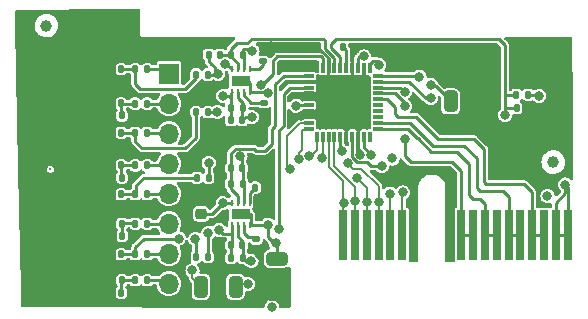
<source format=gbr>
%TF.GenerationSoftware,KiCad,Pcbnew,8.0.4*%
%TF.CreationDate,2024-09-17T19:46:24+01:00*%
%TF.ProjectId,ADE_Main_V4,4144455f-4d61-4696-9e5f-56342e6b6963,rev?*%
%TF.SameCoordinates,Original*%
%TF.FileFunction,Copper,L1,Top*%
%TF.FilePolarity,Positive*%
%FSLAX46Y46*%
G04 Gerber Fmt 4.6, Leading zero omitted, Abs format (unit mm)*
G04 Created by KiCad (PCBNEW 8.0.4) date 2024-09-17 19:46:24*
%MOMM*%
%LPD*%
G01*
G04 APERTURE LIST*
G04 Aperture macros list*
%AMRoundRect*
0 Rectangle with rounded corners*
0 $1 Rounding radius*
0 $2 $3 $4 $5 $6 $7 $8 $9 X,Y pos of 4 corners*
0 Add a 4 corners polygon primitive as box body*
4,1,4,$2,$3,$4,$5,$6,$7,$8,$9,$2,$3,0*
0 Add four circle primitives for the rounded corners*
1,1,$1+$1,$2,$3*
1,1,$1+$1,$4,$5*
1,1,$1+$1,$6,$7*
1,1,$1+$1,$8,$9*
0 Add four rect primitives between the rounded corners*
20,1,$1+$1,$2,$3,$4,$5,0*
20,1,$1+$1,$4,$5,$6,$7,0*
20,1,$1+$1,$6,$7,$8,$9,0*
20,1,$1+$1,$8,$9,$2,$3,0*%
G04 Aperture macros list end*
%TA.AperFunction,SMDPad,CuDef*%
%ADD10RoundRect,0.135000X-0.135000X-0.185000X0.135000X-0.185000X0.135000X0.185000X-0.135000X0.185000X0*%
%TD*%
%TA.AperFunction,SMDPad,CuDef*%
%ADD11RoundRect,0.135000X0.135000X0.185000X-0.135000X0.185000X-0.135000X-0.185000X0.135000X-0.185000X0*%
%TD*%
%TA.AperFunction,SMDPad,CuDef*%
%ADD12RoundRect,0.140000X0.140000X0.170000X-0.140000X0.170000X-0.140000X-0.170000X0.140000X-0.170000X0*%
%TD*%
%TA.AperFunction,SMDPad,CuDef*%
%ADD13RoundRect,0.140000X-0.140000X-0.170000X0.140000X-0.170000X0.140000X0.170000X-0.140000X0.170000X0*%
%TD*%
%TA.AperFunction,SMDPad,CuDef*%
%ADD14C,1.000000*%
%TD*%
%TA.AperFunction,SMDPad,CuDef*%
%ADD15RoundRect,0.250000X0.650000X-0.325000X0.650000X0.325000X-0.650000X0.325000X-0.650000X-0.325000X0*%
%TD*%
%TA.AperFunction,SMDPad,CuDef*%
%ADD16RoundRect,0.135000X0.185000X-0.135000X0.185000X0.135000X-0.185000X0.135000X-0.185000X-0.135000X0*%
%TD*%
%TA.AperFunction,SMDPad,CuDef*%
%ADD17RoundRect,0.225000X0.250000X-0.225000X0.250000X0.225000X-0.250000X0.225000X-0.250000X-0.225000X0*%
%TD*%
%TA.AperFunction,SMDPad,CuDef*%
%ADD18C,0.200000*%
%TD*%
%TA.AperFunction,SMDPad,CuDef*%
%ADD19RoundRect,0.135000X-0.185000X0.135000X-0.185000X-0.135000X0.185000X-0.135000X0.185000X0.135000X0*%
%TD*%
%TA.AperFunction,SMDPad,CuDef*%
%ADD20RoundRect,0.250000X-0.325000X-0.650000X0.325000X-0.650000X0.325000X0.650000X-0.325000X0.650000X0*%
%TD*%
%TA.AperFunction,SMDPad,CuDef*%
%ADD21R,0.250000X0.500000*%
%TD*%
%TA.AperFunction,ComponentPad*%
%ADD22C,0.600000*%
%TD*%
%TA.AperFunction,SMDPad,CuDef*%
%ADD23R,1.600000X0.900000*%
%TD*%
%TA.AperFunction,SMDPad,CuDef*%
%ADD24R,0.304800X0.812800*%
%TD*%
%TA.AperFunction,SMDPad,CuDef*%
%ADD25R,0.812800X0.304800*%
%TD*%
%TA.AperFunction,SMDPad,CuDef*%
%ADD26R,4.241800X4.241800*%
%TD*%
%TA.AperFunction,SMDPad,CuDef*%
%ADD27RoundRect,0.250000X0.325000X0.650000X-0.325000X0.650000X-0.325000X-0.650000X0.325000X-0.650000X0*%
%TD*%
%TA.AperFunction,ComponentPad*%
%ADD28R,1.700000X1.700000*%
%TD*%
%TA.AperFunction,ComponentPad*%
%ADD29O,1.700000X1.700000*%
%TD*%
%TA.AperFunction,ConnectorPad*%
%ADD30R,0.700000X4.300000*%
%TD*%
%TA.AperFunction,ViaPad*%
%ADD31C,0.800000*%
%TD*%
%TA.AperFunction,Conductor*%
%ADD32C,0.250000*%
%TD*%
%TA.AperFunction,Conductor*%
%ADD33C,0.200000*%
%TD*%
G04 APERTURE END LIST*
D10*
%TO.P,R25,1*%
%TO.N,/ITP*%
X-1510000Y27390000D03*
%TO.P,R25,2*%
%TO.N,Net-(C13-Pad2)*%
X-490000Y27390000D03*
%TD*%
D11*
%TO.P,R18,1*%
%TO.N,Net-(C13-Pad2)*%
X-3390000Y27880000D03*
%TO.P,R18,2*%
%TO.N,/RT*%
X-4410000Y27880000D03*
%TD*%
D10*
%TO.P,R5,1*%
%TO.N,Net-(C4-Pad1)*%
X-9600000Y19200000D03*
%TO.P,R5,2*%
%TO.N,/RNM*%
X-8580000Y19200000D03*
%TD*%
D12*
%TO.P,C11,1*%
%TO.N,/RR*%
X-10780000Y37080000D03*
%TO.P,C11,2*%
%TO.N,GND*%
X-11740000Y37080000D03*
%TD*%
D13*
%TO.P,C13,1*%
%TO.N,/ITP*%
X-1500000Y28710000D03*
%TO.P,C13,2*%
%TO.N,Net-(C13-Pad2)*%
X-540000Y28710000D03*
%TD*%
D12*
%TO.P,C3,1*%
%TO.N,/RN*%
X-10780000Y21410000D03*
%TO.P,C3,2*%
%TO.N,GND*%
X-11740000Y21410000D03*
%TD*%
D14*
%TO.P,FID1,*%
%TO.N,*%
X25781000Y29210000D03*
%TD*%
D11*
%TO.P,R9,1*%
%TO.N,Net-(C6-Pad2)*%
X-3440000Y33440000D03*
%TO.P,R9,2*%
%TO.N,/RS*%
X-4460000Y33440000D03*
%TD*%
D15*
%TO.P,C26,1*%
%TO.N,GND*%
X2410000Y18075000D03*
%TO.P,C26,2*%
%TO.N,/UM*%
X2410000Y21025000D03*
%TD*%
D16*
%TO.P,R20,1*%
%TO.N,Net-(R20-Pad1)*%
X1250000Y37730000D03*
%TO.P,R20,2*%
%TO.N,GND*%
X1250000Y38750000D03*
%TD*%
D17*
%TO.P,C2,1*%
%TO.N,+3V3*%
X-4030000Y24815000D03*
%TO.P,C2,2*%
%TO.N,GND*%
X-4030000Y26365000D03*
%TD*%
D12*
%TO.P,C7,1*%
%TO.N,/RT*%
X-10770000Y26480000D03*
%TO.P,C7,2*%
%TO.N,GND*%
X-11730000Y26480000D03*
%TD*%
D18*
%TO.P,TP1,1,1*%
%TO.N,unconnected-(TP1-Pad1)*%
X-16789400Y28600400D03*
%TD*%
D11*
%TO.P,R6,1*%
%TO.N,Net-(C5-Pad2)*%
X-3430000Y21180000D03*
%TO.P,R6,2*%
%TO.N,/RN*%
X-4450000Y21180000D03*
%TD*%
D10*
%TO.P,R1,1*%
%TO.N,/ADE_Reset*%
X22654800Y34899600D03*
%TO.P,R1,2*%
%TO.N,+3V3*%
X23674800Y34899600D03*
%TD*%
D19*
%TO.P,R8,1*%
%TO.N,Net-(R8-Pad1)*%
X1280000Y34240000D03*
%TO.P,R8,2*%
%TO.N,GND*%
X1280000Y33220000D03*
%TD*%
D12*
%TO.P,C4,1*%
%TO.N,Net-(C4-Pad1)*%
X-10780000Y18150000D03*
%TO.P,C4,2*%
%TO.N,GND*%
X-11740000Y18150000D03*
%TD*%
D13*
%TO.P,C1,1*%
%TO.N,/ADE_Reset*%
X22684800Y33782000D03*
%TO.P,C1,2*%
%TO.N,GND*%
X23644800Y33782000D03*
%TD*%
D14*
%TO.P,FID4,*%
%TO.N,*%
X-17119600Y40767000D03*
%TD*%
D10*
%TO.P,R26,1*%
%TO.N,/IRP*%
X-1510000Y38280000D03*
%TO.P,R26,2*%
%TO.N,Net-(C16-Pad2)*%
X-490000Y38280000D03*
%TD*%
D12*
%TO.P,C16,1*%
%TO.N,/IRP*%
X-2440000Y38310000D03*
%TO.P,C16,2*%
%TO.N,Net-(C16-Pad2)*%
X-3400000Y38310000D03*
%TD*%
D10*
%TO.P,R4,1*%
%TO.N,/RN*%
X-9600000Y21400000D03*
%TO.P,R4,2*%
%TO.N,/RNP*%
X-8580000Y21400000D03*
%TD*%
D12*
%TO.P,C12,1*%
%TO.N,Net-(C12-Pad1)*%
X-10780000Y34170000D03*
%TO.P,C12,2*%
%TO.N,GND*%
X-11740000Y34170000D03*
%TD*%
D10*
%TO.P,R11,1*%
%TO.N,Net-(C8-Pad1)*%
X-9600000Y23980000D03*
%TO.P,R11,2*%
%TO.N,/RTM*%
X-8580000Y23980000D03*
%TD*%
%TO.P,R24,1*%
%TO.N,/ISP*%
X-1510000Y33820000D03*
%TO.P,R24,2*%
%TO.N,Net-(C6-Pad2)*%
X-490000Y33820000D03*
%TD*%
%TO.P,R14,1*%
%TO.N,/RR*%
X-9600000Y37070000D03*
%TO.P,R14,2*%
%TO.N,/RRP*%
X-8580000Y37070000D03*
%TD*%
%TO.P,R23,1*%
%TO.N,/INP*%
X-1510000Y21090000D03*
%TO.P,R23,2*%
%TO.N,Net-(C5-Pad2)*%
X-490000Y21090000D03*
%TD*%
D20*
%TO.P,C18,1*%
%TO.N,+3V3*%
X17092400Y34340800D03*
%TO.P,C18,2*%
%TO.N,GND*%
X20042400Y34340800D03*
%TD*%
D10*
%TO.P,R10,1*%
%TO.N,/RT*%
X-9600000Y26500000D03*
%TO.P,R10,2*%
%TO.N,/RTP*%
X-8580000Y26500000D03*
%TD*%
%TO.P,R15,1*%
%TO.N,Net-(C12-Pad1)*%
X-9600000Y34160000D03*
%TO.P,R15,2*%
%TO.N,/RRM*%
X-8580000Y34160000D03*
%TD*%
D11*
%TO.P,R21,1*%
%TO.N,Net-(C12-Pad1)*%
X-10730000Y33160000D03*
%TO.P,R21,2*%
%TO.N,GND*%
X-11750000Y33160000D03*
%TD*%
D13*
%TO.P,C6,1*%
%TO.N,/ISP*%
X-1500000Y32750000D03*
%TO.P,C6,2*%
%TO.N,Net-(C6-Pad2)*%
X-540000Y32750000D03*
%TD*%
D11*
%TO.P,R17,1*%
%TO.N,Net-(C8-Pad1)*%
X-10720000Y22960000D03*
%TO.P,R17,2*%
%TO.N,GND*%
X-11740000Y22960000D03*
%TD*%
%TO.P,R7,1*%
%TO.N,Net-(C4-Pad1)*%
X-10730000Y19200000D03*
%TO.P,R7,2*%
%TO.N,GND*%
X-11750000Y19200000D03*
%TD*%
D21*
%TO.P,U3,1*%
%TO.N,/ISP*%
X-1430000Y35150000D03*
%TO.P,U3,2,-*%
%TO.N,Net-(C6-Pad2)*%
X-930000Y35150000D03*
%TO.P,U3,3,+*%
%TO.N,Net-(R8-Pad1)*%
X-430000Y35150000D03*
%TO.P,U3,4,V-*%
%TO.N,/UM*%
X70000Y35150000D03*
%TO.P,U3,5,+*%
%TO.N,Net-(R20-Pad1)*%
X70000Y37050000D03*
%TO.P,U3,6,-*%
%TO.N,Net-(C16-Pad2)*%
X-430000Y37050000D03*
%TO.P,U3,7*%
%TO.N,/IRP*%
X-930000Y37050000D03*
%TO.P,U3,8,V+*%
%TO.N,+3V3*%
X-1430000Y37050000D03*
D22*
%TO.P,U3,9,PAD*%
%TO.N,/UM*%
X-180000Y36100000D03*
D23*
X-680000Y36100000D03*
D22*
X-1180000Y36100000D03*
%TD*%
D12*
%TO.P,C9,1*%
%TO.N,/RS*%
X-10780000Y31700000D03*
%TO.P,C9,2*%
%TO.N,GND*%
X-11740000Y31700000D03*
%TD*%
%TO.P,C10,1*%
%TO.N,Net-(C10-Pad1)*%
X-10780000Y28940000D03*
%TO.P,C10,2*%
%TO.N,GND*%
X-11740000Y28940000D03*
%TD*%
D10*
%TO.P,R16,1*%
%TO.N,Net-(R16-Pad1)*%
X570000Y27050000D03*
%TO.P,R16,2*%
%TO.N,GND*%
X1590000Y27050000D03*
%TD*%
D24*
%TO.P,U2,1,PullHigh*%
%TO.N,+3V3*%
X10287000Y37160200D03*
%TO.P,U2,2,DGND*%
%TO.N,GND*%
X9779000Y37160200D03*
%TO.P,U2,3,DVDDOUT*%
%TO.N,/DVDDOUT*%
X9271000Y37160200D03*
%TO.P,U2,4,PM0*%
%TO.N,GND*%
X8788400Y37160200D03*
%TO.P,U2,5,PM1*%
%TO.N,/PM1*%
X8280400Y37160200D03*
%TO.P,U2,6,RESET*%
%TO.N,/ADE_Reset*%
X7772400Y37160200D03*
%TO.P,U2,7,IAP*%
%TO.N,/IRP*%
X7264400Y37160200D03*
%TO.P,U2,8,IAN*%
%TO.N,GND*%
X6781800Y37160200D03*
%TO.P,U2,9,IBP*%
%TO.N,/ISP*%
X6273800Y37160200D03*
%TO.P,U2,10,IBN*%
%TO.N,GND*%
X5765800Y37160200D03*
D25*
%TO.P,U2,11,ICP*%
%TO.N,/ITP*%
X5130800Y36525200D03*
%TO.P,U2,12,ICN*%
%TO.N,GND*%
X5130800Y36017200D03*
%TO.P,U2,13,INP*%
%TO.N,/INP*%
X5130800Y35509200D03*
%TO.P,U2,14,INN*%
%TO.N,GND*%
X5130800Y35026600D03*
%TO.P,U2,15,REFGND*%
X5130800Y34518600D03*
%TO.P,U2,16,REF*%
%TO.N,/REF*%
X5130800Y34010600D03*
%TO.P,U2,17,NC1*%
%TO.N,GND*%
X5130800Y33502600D03*
%TO.P,U2,18,NC2*%
X5130800Y33020000D03*
%TO.P,U2,19,VAN*%
%TO.N,/UR+*%
X5130800Y32512000D03*
%TO.P,U2,20,VAP*%
%TO.N,/UR-*%
X5130800Y32004000D03*
D24*
%TO.P,U2,21,VBN*%
%TO.N,/US+*%
X5765800Y31369000D03*
%TO.P,U2,22,VBP*%
%TO.N,/US-*%
X6273800Y31369000D03*
%TO.P,U2,23,VCN*%
%TO.N,/UT+*%
X6781800Y31369000D03*
%TO.P,U2,24,VCP*%
%TO.N,/UT-*%
X7264400Y31369000D03*
%TO.P,U2,25,AVDDOUT*%
%TO.N,/AVDDOUT*%
X7772400Y31369000D03*
%TO.P,U2,26,AGND*%
%TO.N,GND*%
X8280400Y31369000D03*
%TO.P,U2,27,VDD*%
%TO.N,+3V3*%
X8788400Y31369000D03*
%TO.P,U2,28,GND*%
%TO.N,GND*%
X9271000Y31369000D03*
%TO.P,U2,29,CLKIN*%
%TO.N,/O_IN*%
X9779000Y31369000D03*
%TO.P,U2,30,CLKOUT*%
%TO.N,/O_OUT*%
X10287000Y31369000D03*
D25*
%TO.P,U2,31,IRQ0*%
%TO.N,/IRQ1*%
X10922000Y32004000D03*
%TO.P,U2,32,IRQ1*%
%TO.N,/IRQ2*%
X10922000Y32512000D03*
%TO.P,U2,33,CF1*%
%TO.N,unconnected-(U2-Pad33)*%
X10922000Y33020000D03*
%TO.P,U2,34,CF2*%
%TO.N,unconnected-(U2-Pad34)*%
X10922000Y33502600D03*
%TO.P,U2,35,CF3/ZX*%
%TO.N,unconnected-(U2-Pad35)*%
X10922000Y34010600D03*
%TO.P,U2,36,CF4/READY*%
%TO.N,/READY*%
X10922000Y34518600D03*
%TO.P,U2,37,SCLK*%
%TO.N,/SCLK*%
X10922000Y35026600D03*
%TO.P,U2,38,MISO*%
%TO.N,/MISO*%
X10922000Y35509200D03*
%TO.P,U2,39,MOSI*%
%TO.N,/MOSI*%
X10922000Y36017200D03*
%TO.P,U2,40,SS*%
%TO.N,/SS*%
X10922000Y36525200D03*
D26*
%TO.P,U2,41,EP*%
%TO.N,GND*%
X8026400Y34264600D03*
%TD*%
D13*
%TO.P,C5,1*%
%TO.N,/INP*%
X-1500000Y22200000D03*
%TO.P,C5,2*%
%TO.N,Net-(C5-Pad2)*%
X-540000Y22200000D03*
%TD*%
D11*
%TO.P,R22,1*%
%TO.N,Net-(C16-Pad2)*%
X-3440000Y36620000D03*
%TO.P,R22,2*%
%TO.N,/RR*%
X-4460000Y36620000D03*
%TD*%
D10*
%TO.P,R12,1*%
%TO.N,/RS*%
X-9600000Y31690000D03*
%TO.P,R12,2*%
%TO.N,/RSP*%
X-8580000Y31690000D03*
%TD*%
D21*
%TO.P,U1,1*%
%TO.N,/INP*%
X-1430000Y23860000D03*
%TO.P,U1,2,-*%
%TO.N,Net-(C5-Pad2)*%
X-930000Y23860000D03*
%TO.P,U1,3,+*%
%TO.N,Net-(R3-Pad1)*%
X-430000Y23860000D03*
%TO.P,U1,4,V-*%
%TO.N,/UM*%
X70000Y23860000D03*
%TO.P,U1,5,+*%
%TO.N,Net-(R16-Pad1)*%
X70000Y25760000D03*
%TO.P,U1,6,-*%
%TO.N,Net-(C13-Pad2)*%
X-430000Y25760000D03*
%TO.P,U1,7*%
%TO.N,/ITP*%
X-930000Y25760000D03*
%TO.P,U1,8,V+*%
%TO.N,+3V3*%
X-1430000Y25760000D03*
D22*
%TO.P,U1,9,PAD*%
%TO.N,/UM*%
X-180000Y24810000D03*
D23*
X-680000Y24810000D03*
D22*
X-1180000Y24810000D03*
%TD*%
D19*
%TO.P,R3,1*%
%TO.N,Net-(R3-Pad1)*%
X650000Y22680000D03*
%TO.P,R3,2*%
%TO.N,GND*%
X650000Y21660000D03*
%TD*%
D11*
%TO.P,R19,1*%
%TO.N,Net-(C10-Pad1)*%
X-10730000Y27900000D03*
%TO.P,R19,2*%
%TO.N,GND*%
X-11750000Y27900000D03*
%TD*%
%TO.P,R2,1*%
%TO.N,GND*%
X8993600Y38963600D03*
%TO.P,R2,2*%
%TO.N,/PM1*%
X7973600Y38963600D03*
%TD*%
D10*
%TO.P,R13,1*%
%TO.N,Net-(C10-Pad1)*%
X-9600000Y28930000D03*
%TO.P,R13,2*%
%TO.N,/RSM*%
X-8580000Y28930000D03*
%TD*%
D27*
%TO.P,C25,1*%
%TO.N,/C+*%
X-1105000Y18670000D03*
%TO.P,C25,2*%
%TO.N,/C-*%
X-4055000Y18670000D03*
%TD*%
D12*
%TO.P,C8,1*%
%TO.N,Net-(C8-Pad1)*%
X-10730000Y24000000D03*
%TO.P,C8,2*%
%TO.N,GND*%
X-11690000Y24000000D03*
%TD*%
D28*
%TO.P,J15,1,Pin_1*%
%TO.N,/RRP*%
X-6750200Y36692980D03*
D29*
%TO.P,J15,2,Pin_2*%
%TO.N,/RRM*%
X-6750200Y34152980D03*
%TO.P,J15,3,Pin_3*%
%TO.N,/RSP*%
X-6750200Y31612980D03*
%TO.P,J15,4,Pin_4*%
%TO.N,/RSM*%
X-6750200Y29072980D03*
%TO.P,J15,5,Pin_5*%
%TO.N,/RTP*%
X-6750200Y26532980D03*
%TO.P,J15,6,Pin_6*%
%TO.N,/RTM*%
X-6750200Y23992980D03*
%TO.P,J15,7,Pin_7*%
%TO.N,/RNP*%
X-6750200Y21452980D03*
%TO.P,J15,8,Pin_8*%
%TO.N,/RNM*%
X-6750200Y18912980D03*
%TD*%
D30*
%TO.P,J2,A1*%
%TO.N,+3V3*%
X27000000Y23000000D03*
%TO.P,J2,A2*%
X26000000Y23000000D03*
%TO.P,J2,A3*%
%TO.N,/READY*%
X25000000Y23000000D03*
%TO.P,J2,A4*%
X24000000Y23000000D03*
%TO.P,J2,A5*%
%TO.N,/IRQ2*%
X23000000Y23000000D03*
%TO.P,J2,A6*%
X22000000Y23000000D03*
%TO.P,J2,A7*%
%TO.N,/IRQ1*%
X21000000Y23000000D03*
%TO.P,J2,A8*%
X20000000Y23000000D03*
%TO.P,J2,A9*%
%TO.N,/SCLK*%
X19000000Y23000000D03*
%TO.P,J2,A10*%
X18000000Y23000000D03*
%TO.P,J2,A11*%
%TO.N,GND*%
X17000000Y23000000D03*
%TO.P,J2,A12*%
X14000000Y23000000D03*
%TO.P,J2,A13*%
%TO.N,/UR-*%
X13000000Y23000000D03*
%TO.P,J2,A14*%
%TO.N,/UR+*%
X12000000Y23000000D03*
%TO.P,J2,A15*%
%TO.N,/US-*%
X11000000Y23000000D03*
%TO.P,J2,A16*%
%TO.N,/US+*%
X10000000Y23000000D03*
%TO.P,J2,A17*%
%TO.N,/UT-*%
X9000000Y23000000D03*
%TO.P,J2,A18*%
%TO.N,/UT+*%
X8000000Y23000000D03*
%TD*%
D31*
%TO.N,GND*%
X12877800Y28778200D03*
X-16100000Y27403599D03*
X3048000Y37363400D03*
X-18640000Y32483599D03*
X12065000Y27940000D03*
X24540000Y32483599D03*
X-2540000Y39344600D03*
X-18640000Y24863599D03*
X17246600Y26085800D03*
X-18640000Y27403599D03*
X19460000Y37563599D03*
X4430000Y37400000D03*
X3200400Y19862800D03*
X-14440000Y37200000D03*
X13843000Y27762200D03*
X-14100000Y23060000D03*
X4428453Y33111500D03*
X17018000Y27711400D03*
X-13450000Y18140000D03*
X16920000Y37563599D03*
X-18640000Y29943599D03*
X390000Y17940000D03*
X9457677Y29825500D03*
X16459200Y32664400D03*
X5540000Y38930000D03*
X-13560000Y27403599D03*
X-16100000Y32483599D03*
X13868400Y25908000D03*
X-18640000Y37563599D03*
X-18640000Y22323599D03*
X-16100000Y24863599D03*
X-18640000Y19783599D03*
X1001000Y26060000D03*
X-13560000Y24863599D03*
X-16100000Y22323599D03*
X24540000Y37563599D03*
X670000Y28320000D03*
X-16100000Y29943599D03*
X-5230000Y25880000D03*
X660000Y31690000D03*
X-13560000Y40103599D03*
X-18640000Y35023599D03*
X-16100000Y19783599D03*
X1850000Y39045500D03*
X-11020000Y40103599D03*
X-13560000Y19783599D03*
X-16100000Y35023599D03*
X-16100000Y37563599D03*
X20497800Y32283400D03*
X-14520000Y29090000D03*
%TO.N,+3V3*%
X1955800Y16967200D03*
X26797000Y27305000D03*
X25298400Y26339800D03*
X11050000Y37425000D03*
X15443200Y35737800D03*
X24587200Y34823400D03*
X11277600Y28854400D03*
X-2190000Y25740000D03*
X12166600Y29514800D03*
X-1975500Y37553372D03*
%TO.N,/AVDDOUT*%
X7863900Y30124400D03*
%TO.N,/DVDDOUT*%
X9753600Y38150800D03*
%TO.N,/REF*%
X4013200Y33985200D03*
%TO.N,/ISP*%
X1040000Y35730000D03*
X-2150000Y34820000D03*
%TO.N,/INP*%
X2550000Y23540000D03*
X-2510000Y23480000D03*
%TO.N,/UR+*%
X11970000Y26540000D03*
X3524020Y28620000D03*
%TO.N,/US+*%
X10000000Y25800000D03*
X9143911Y27833911D03*
X5100000Y29720000D03*
%TO.N,/UT+*%
X8050000Y25740000D03*
%TO.N,/ADE_Reset*%
X21717000Y33197800D03*
%TO.N,/O_IN*%
X10375000Y29850000D03*
%TO.N,/SCLK*%
X13250000Y33950000D03*
X13225000Y31200000D03*
%TO.N,/MISO*%
X13214638Y35157566D03*
%TO.N,/MOSI*%
X15409211Y34609211D03*
%TO.N,/SS*%
X14459548Y36442005D03*
%TO.N,/RN*%
X-5934500Y22738843D03*
X-4520000Y22670000D03*
%TO.N,Net-(C5-Pad2)*%
X-3410000Y23230000D03*
X230000Y20824500D03*
%TO.N,Net-(C6-Pad2)*%
X260000Y33020000D03*
X-2650000Y33470000D03*
%TO.N,Net-(C13-Pad2)*%
X-700000Y29710000D03*
X-3390000Y29150000D03*
%TO.N,Net-(C16-Pad2)*%
X309163Y38610563D03*
X-2600000Y36690000D03*
%TO.N,/UM*%
X1610000Y23910000D03*
X1625500Y35047145D03*
X2277484Y22357547D03*
%TO.N,/C+*%
X-70000Y18890000D03*
%TO.N,/UR-*%
X4230000Y29490000D03*
X13040000Y26640000D03*
%TO.N,/US-*%
X11000000Y25870000D03*
X6182300Y29546200D03*
X8393411Y29123411D03*
%TO.N,/UT-*%
X9020000Y25950000D03*
%TO.N,/C-*%
X-4765656Y20033911D03*
%TD*%
D32*
%TO.N,GND*%
X390000Y17940000D02*
X2275000Y17940000D01*
X5130800Y33020000D02*
X4419600Y33020000D01*
X1380000Y28320000D02*
X670000Y28320000D01*
X-11690000Y24000000D02*
X-11690000Y23010000D01*
X9271000Y33020000D02*
X8026400Y34264600D01*
X-11750000Y33160000D02*
X-11750000Y34160000D01*
X4419600Y33102647D02*
X4428453Y33111500D01*
X-13440000Y18150000D02*
X-13450000Y18140000D01*
X-11730000Y27880000D02*
X-11750000Y27900000D01*
X8788400Y37160200D02*
X8788400Y35026600D01*
X6781800Y37986704D02*
X6781800Y37160200D01*
X940000Y18490000D02*
X390000Y17940000D01*
X1690000Y39190000D02*
X1850000Y39190000D01*
X5130800Y33020000D02*
X6781800Y33020000D01*
X6273800Y36017200D02*
X8026400Y34264600D01*
X8280400Y34010600D02*
X8026400Y34264600D01*
X-11740000Y31700000D02*
X-11740000Y33150000D01*
X8788400Y35026600D02*
X8026400Y34264600D01*
X9457677Y29842323D02*
X9271000Y30029000D01*
X-11740000Y34170000D02*
X-11740000Y37080000D01*
X-14000000Y22960000D02*
X-14100000Y23060000D01*
X-11690000Y23010000D02*
X-11740000Y22960000D01*
X1280000Y33220000D02*
X1280000Y32310000D01*
X9779000Y36017200D02*
X8026400Y34264600D01*
X2275000Y17940000D02*
X2410000Y18075000D01*
X-11740000Y19210000D02*
X-11750000Y19200000D01*
X5840000Y38930000D02*
X5540000Y38930000D01*
X1590000Y27050000D02*
X1590000Y28110000D01*
X6118504Y38651496D02*
X5840000Y38930000D01*
X14000000Y23000000D02*
X14000000Y25776400D01*
X17000000Y23000000D02*
X17000000Y25839200D01*
X1590000Y27050000D02*
X1590000Y26580000D01*
X-11740000Y22960000D02*
X-14000000Y22960000D01*
X940000Y21000000D02*
X940000Y18490000D01*
X4419600Y33020000D02*
X4419600Y33102647D01*
X9271000Y31369000D02*
X9271000Y33020000D01*
X8788400Y37160200D02*
X8788400Y38758400D01*
X-4745000Y26365000D02*
X-5230000Y25880000D01*
X9271000Y30029000D02*
X9271000Y31369000D01*
X5130800Y33502600D02*
X7264400Y33502600D01*
X650000Y21660000D02*
X650000Y21287693D01*
X9779000Y37160200D02*
X9779000Y36017200D01*
X8788400Y38758400D02*
X8993600Y38963600D01*
X6118504Y38650000D02*
X6118504Y38651496D01*
X4669800Y37160200D02*
X4430000Y37400000D01*
X17000000Y25839200D02*
X17246600Y26085800D01*
X-11690000Y24000000D02*
X-11690000Y26440000D01*
X-11750000Y27900000D02*
X-11750000Y28930000D01*
X5130800Y34518600D02*
X7772400Y34518600D01*
X-4030000Y26365000D02*
X-4745000Y26365000D01*
X-11740000Y37080000D02*
X-14320000Y37080000D01*
X1850000Y39190000D02*
X1850000Y39045500D01*
X-11690000Y26440000D02*
X-11730000Y26480000D01*
X1590000Y28110000D02*
X1380000Y28320000D01*
X-11750000Y19200000D02*
X-11750000Y18160000D01*
X8280400Y31369000D02*
X8280400Y34010600D01*
X14000000Y25776400D02*
X13868400Y25908000D01*
X-11740000Y21410000D02*
X-11740000Y19210000D01*
X5765800Y37160200D02*
X4669800Y37160200D01*
X1590000Y26580000D02*
X1070000Y26060000D01*
X-11730000Y26480000D02*
X-11730000Y27880000D01*
X937693Y21000000D02*
X940000Y21000000D01*
X-11750000Y28930000D02*
X-11740000Y28940000D01*
X7264400Y35026600D02*
X8026400Y34264600D01*
X6781800Y33020000D02*
X8026400Y34264600D01*
X-11750000Y34160000D02*
X-11740000Y34170000D01*
X-11740000Y33150000D02*
X-11750000Y33160000D01*
X-11740000Y22960000D02*
X-11740000Y21410000D01*
X650000Y21287693D02*
X937693Y21000000D01*
X6118504Y38650000D02*
X6781800Y37986704D01*
X-11750000Y18160000D02*
X-11740000Y18150000D01*
X1070000Y26060000D02*
X1001000Y26060000D01*
X7772400Y34518600D02*
X8026400Y34264600D01*
X5130800Y35026600D02*
X7264400Y35026600D01*
X-14370000Y28940000D02*
X-14520000Y29090000D01*
X9457677Y29825500D02*
X9457677Y29842323D01*
X-11740000Y28940000D02*
X-11740000Y31700000D01*
X1280000Y32310000D02*
X660000Y31690000D01*
X1250000Y38750000D02*
X1690000Y39190000D01*
X-11740000Y28940000D02*
X-14370000Y28940000D01*
X-14320000Y37080000D02*
X-14440000Y37200000D01*
X5130800Y36017200D02*
X6273800Y36017200D01*
X-11740000Y18150000D02*
X-13440000Y18150000D01*
%TO.N,+3V3*%
X10287000Y37541200D02*
X10515600Y37769800D01*
X26797000Y26568400D02*
X26797000Y27305000D01*
X-1430000Y25760000D02*
X-2170000Y25760000D01*
X26000000Y23000000D02*
X26000000Y25771400D01*
X10365600Y28854400D02*
X10030000Y29190000D01*
X11277600Y28854400D02*
X10365600Y28854400D01*
X10845800Y37769800D02*
X11050000Y37565600D01*
X23674800Y34899600D02*
X24511000Y34899600D01*
X10287000Y37160200D02*
X10287000Y37541200D01*
X26000000Y25771400D02*
X26797000Y26568400D01*
X10030000Y29190000D02*
X9210000Y29190000D01*
X17092400Y34368000D02*
X15824200Y35636200D01*
X11140800Y37515800D02*
X11050000Y37425000D01*
X26797000Y27305000D02*
X27000000Y27102000D01*
X-3115000Y24815000D02*
X-2190000Y25740000D01*
X9210000Y29190000D02*
X8788400Y29611600D01*
X8788400Y29611600D02*
X8788400Y31369000D01*
X10515600Y37769800D02*
X10845800Y37769800D01*
X26000000Y23000000D02*
X27000000Y23000000D01*
X27000000Y27102000D02*
X27000000Y23550000D01*
X-4030000Y24815000D02*
X-3115000Y24815000D01*
X17092400Y34340800D02*
X17092400Y34368000D01*
X-1975500Y37553372D02*
X-1933372Y37553372D01*
X15722600Y35737800D02*
X15443200Y35737800D01*
X-2170000Y25760000D02*
X-2190000Y25740000D01*
X-1933372Y37553372D02*
X-1430000Y37050000D01*
X24511000Y34899600D02*
X24587200Y34823400D01*
X15824200Y35636200D02*
X15722600Y35737800D01*
X11050000Y37565600D02*
X11050000Y37425000D01*
%TO.N,/AVDDOUT*%
X7772400Y31369000D02*
X7772400Y30175200D01*
X7772400Y30175200D02*
X7823200Y30124400D01*
X7823200Y30124400D02*
X7863900Y30124400D01*
%TO.N,/DVDDOUT*%
X9398000Y38150800D02*
X9753600Y38150800D01*
X9271000Y38023800D02*
X9271000Y37160200D01*
X9271000Y38023800D02*
X9398000Y38150800D01*
%TO.N,/REF*%
X4038600Y34010600D02*
X4013200Y33985200D01*
X5130800Y34010600D02*
X4038600Y34010600D01*
%TO.N,/IRP*%
X6290000Y39670000D02*
X290000Y39670000D01*
X-930000Y37560000D02*
X-1510000Y38140000D01*
X6451400Y38811400D02*
X6451400Y39508600D01*
X-1030000Y39270000D02*
X-1510000Y38790000D01*
X290000Y39670000D02*
X-110000Y39270000D01*
X6451400Y39508600D02*
X6290000Y39670000D01*
X-1510000Y38790000D02*
X-1510000Y38280000D01*
X-930000Y37050000D02*
X-930000Y37560000D01*
X-1540000Y38310000D02*
X-1510000Y38280000D01*
X7264400Y37998400D02*
X6451400Y38811400D01*
X7264400Y37160200D02*
X7264400Y37998400D01*
X-1510000Y38140000D02*
X-1510000Y38280000D01*
X-2440000Y38310000D02*
X-1540000Y38310000D01*
X-110000Y39270000D02*
X-1030000Y39270000D01*
%TO.N,/ISP*%
X2032000Y36680076D02*
X2032000Y37744400D01*
X-1500000Y32750000D02*
X-1500000Y33810000D01*
X2032000Y37744400D02*
X2437600Y38150000D01*
X1100000Y35748076D02*
X2032000Y36680076D01*
X1040000Y35730000D02*
X1058076Y35748076D01*
X-1510000Y35070000D02*
X-1430000Y35150000D01*
X-1510000Y33820000D02*
X-1510000Y34600000D01*
X1058076Y35748076D02*
X1100000Y35748076D01*
X-1730000Y34820000D02*
X-1510000Y34600000D01*
X6124208Y38150000D02*
X6273800Y38000408D01*
X-1500000Y33810000D02*
X-1510000Y33820000D01*
X-2150000Y34820000D02*
X-1730000Y34820000D01*
X2437600Y38150000D02*
X6124208Y38150000D01*
X6273800Y38000408D02*
X6273800Y37160200D01*
X-1510000Y34600000D02*
X-1510000Y35070000D01*
%TO.N,/ITP*%
X-930000Y26320000D02*
X-1530000Y26920000D01*
X-1510000Y28700000D02*
X-1500000Y28710000D01*
X5130800Y36525200D02*
X2975200Y36525200D01*
X2250000Y32290000D02*
X1950000Y31990000D01*
X445489Y30334511D02*
X-1115489Y30334511D01*
X610000Y30170000D02*
X445489Y30334511D01*
X-1510000Y27390000D02*
X-1510000Y28700000D01*
X-1115489Y30334511D02*
X-1500000Y29950000D01*
X1950000Y30730000D02*
X1390000Y30170000D01*
X-1530000Y27370000D02*
X-1510000Y27390000D01*
X2250000Y35800000D02*
X2250000Y32290000D01*
X-1530000Y26920000D02*
X-1530000Y27370000D01*
X-930000Y25760000D02*
X-930000Y26320000D01*
X1950000Y31990000D02*
X1950000Y30730000D01*
X-1500000Y29950000D02*
X-1500000Y28710000D01*
X1390000Y30170000D02*
X610000Y30170000D01*
X2975200Y36525200D02*
X2250000Y35800000D01*
%TO.N,/INP*%
X2950000Y32300000D02*
X2550000Y31900000D01*
X2550000Y31900000D02*
X2550000Y23540000D01*
X-1430000Y23160000D02*
X-2190000Y23160000D01*
X-1430000Y23860000D02*
X-1430000Y23160000D01*
X5130800Y35509200D02*
X3509200Y35509200D01*
X-1500000Y22200000D02*
X-1500000Y21100000D01*
X-2190000Y23160000D02*
X-2510000Y23480000D01*
X2950000Y34950000D02*
X2950000Y32300000D01*
X3509200Y35509200D02*
X2950000Y34950000D01*
X-1430000Y22270000D02*
X-1500000Y22200000D01*
X-1430000Y23160000D02*
X-1430000Y22270000D01*
X-1500000Y21100000D02*
X-1510000Y21090000D01*
D33*
%TO.N,/UR+*%
X3225800Y28918220D02*
X3524020Y28620000D01*
X12000000Y26510000D02*
X11970000Y26540000D01*
X4368800Y32512000D02*
X3276600Y31419800D01*
X5130800Y32512000D02*
X4368800Y32512000D01*
X3225800Y31419800D02*
X3225800Y28918220D01*
X12000000Y23000000D02*
X12000000Y26510000D01*
X3276600Y31419800D02*
X3225800Y31419800D01*
%TO.N,/US+*%
X5765800Y30225800D02*
X5270000Y29730000D01*
X5270000Y29720000D02*
X5100000Y29720000D01*
X5765800Y31369000D02*
X5765800Y30225800D01*
X5270000Y29730000D02*
X5270000Y29720000D01*
X9143911Y27833911D02*
X10000000Y26977822D01*
X10000000Y26977822D02*
X10000000Y23000000D01*
D32*
%TO.N,/PM1*%
X8280400Y38656800D02*
X7973600Y38963600D01*
X8280400Y37160200D02*
X8280400Y38656800D01*
%TO.N,/RSP*%
X-6827220Y31690000D02*
X-6750200Y31612980D01*
X-8580000Y31690000D02*
X-6827220Y31690000D01*
%TO.N,/RSM*%
X-8580000Y28930000D02*
X-6893180Y28930000D01*
X-6893180Y28930000D02*
X-6750200Y29072980D01*
%TO.N,/RTP*%
X-6783180Y26500000D02*
X-6750200Y26532980D01*
X-8580000Y26500000D02*
X-6783180Y26500000D01*
%TO.N,/RTM*%
X-6763180Y23980000D02*
X-6750200Y23992980D01*
X-8580000Y23980000D02*
X-6763180Y23980000D01*
%TO.N,/RRP*%
X-7127220Y37070000D02*
X-6750200Y36692980D01*
X-8580000Y37070000D02*
X-7127220Y37070000D01*
%TO.N,/RRM*%
X-8580000Y34160000D02*
X-6757220Y34160000D01*
X-6757220Y34160000D02*
X-6750200Y34152980D01*
%TO.N,/RNP*%
X-8580000Y21400000D02*
X-6803180Y21400000D01*
X-6803180Y21400000D02*
X-6750200Y21452980D01*
%TO.N,/RNM*%
X-7037220Y19200000D02*
X-6750200Y18912980D01*
X-8580000Y19200000D02*
X-7037220Y19200000D01*
D33*
%TO.N,/UT+*%
X8000000Y27590000D02*
X6781800Y28808200D01*
X8000000Y23000000D02*
X8000000Y27590000D01*
X6781800Y28808200D02*
X6781800Y31369000D01*
D32*
%TO.N,/ADE_Reset*%
X21717000Y36093400D02*
X21717000Y35001200D01*
X22684800Y33782000D02*
X21717000Y33782000D01*
X21158189Y39649411D02*
X21717000Y39090600D01*
X6985000Y38862000D02*
X6985000Y39243000D01*
X7772400Y37160200D02*
X7772400Y38074600D01*
X21717000Y39090600D02*
X21717000Y36093400D01*
X6985000Y39243000D02*
X6993000Y39243000D01*
X21717000Y33782000D02*
X21717000Y33197800D01*
X6993000Y39243000D02*
X7399411Y39649411D01*
X22654800Y34899600D02*
X21818600Y34899600D01*
X21818600Y34899600D02*
X21717000Y35001200D01*
X7772400Y38074600D02*
X6985000Y38862000D01*
X21717000Y35001200D02*
X21717000Y33782000D01*
X7399411Y39649411D02*
X21158189Y39649411D01*
%TO.N,/O_IN*%
X9779000Y31369000D02*
X9779000Y30446000D01*
X9779000Y30446000D02*
X10375000Y29850000D01*
%TO.N,/IRQ2*%
X15607200Y30570000D02*
X18248800Y30570000D01*
X14830000Y31330000D02*
X14847200Y31330000D01*
X18248800Y30570000D02*
X19304000Y29514800D01*
X22000000Y26260000D02*
X22000000Y23000000D01*
X10922000Y32512000D02*
X13648000Y32512000D01*
X23000000Y23000000D02*
X22000000Y23000000D01*
X13648000Y32512000D02*
X14830000Y31330000D01*
X19304000Y29514800D02*
X19304000Y27025600D01*
X19608800Y26720800D02*
X21539200Y26720800D01*
X21539200Y26720800D02*
X22000000Y26260000D01*
X19304000Y27025600D02*
X19608800Y26720800D01*
X14847200Y31330000D02*
X15607200Y30570000D01*
%TO.N,/IRQ1*%
X18658000Y29072000D02*
X18658000Y26452400D01*
X18658000Y26452400D02*
X18999200Y26111200D01*
X14270000Y31210000D02*
X14299600Y31210000D01*
X18999200Y26111200D02*
X19558000Y26111200D01*
X13476000Y32004000D02*
X14270000Y31210000D01*
X17660000Y30070000D02*
X18658000Y29072000D01*
X14299600Y31210000D02*
X15439600Y30070000D01*
X10922000Y32004000D02*
X13476000Y32004000D01*
X20000000Y25669200D02*
X20000000Y23000000D01*
X15439600Y30070000D02*
X17660000Y30070000D01*
X19558000Y26111200D02*
X20000000Y25669200D01*
X21000000Y23000000D02*
X20000000Y23000000D01*
%TO.N,/SCLK*%
X19000000Y23000000D02*
X18000000Y23000000D01*
X13225000Y31200000D02*
X13225000Y29701000D01*
X13225000Y29701000D02*
X13741400Y29184600D01*
X13250000Y34171800D02*
X12395200Y35026600D01*
X13741400Y29184600D02*
X17246600Y29184600D01*
X17246600Y29184600D02*
X18000000Y28431200D01*
X13250000Y33950000D02*
X13250000Y34171800D01*
X10922000Y35026600D02*
X12395200Y35026600D01*
X18000000Y28431200D02*
X18000000Y23000000D01*
%TO.N,/MISO*%
X13208000Y35102800D02*
X13214638Y35109438D01*
X12801600Y35509200D02*
X13208000Y35102800D01*
X13214638Y35109438D02*
X13214638Y35157566D01*
X10922000Y35509200D02*
X12801600Y35509200D01*
%TO.N,/MOSI*%
X13614400Y36017200D02*
X10922000Y36017200D01*
X15022389Y34609211D02*
X13614400Y36017200D01*
X15409211Y34609211D02*
X15022389Y34609211D01*
%TO.N,/SS*%
X10922000Y36525200D02*
X14224000Y36525200D01*
X14224000Y36525200D02*
X14376400Y36372800D01*
X14376400Y36372800D02*
X14445605Y36442005D01*
X14445605Y36442005D02*
X14459548Y36442005D01*
%TO.N,/READY*%
X19100800Y31140400D02*
X16052800Y31140400D01*
X24000000Y26647600D02*
X23317200Y27330400D01*
X12625000Y33025000D02*
X12375000Y33275000D01*
X20116800Y27330400D02*
X19913600Y27533600D01*
X25000000Y23000000D02*
X24000000Y23000000D01*
X14168200Y33025000D02*
X12625000Y33025000D01*
X24000000Y23000000D02*
X24000000Y26647600D01*
X19913600Y27533600D02*
X19913600Y30327600D01*
X11731400Y34518600D02*
X10922000Y34518600D01*
X12375000Y33875000D02*
X11731400Y34518600D01*
X19913600Y30327600D02*
X19100800Y31140400D01*
X12375000Y33275000D02*
X12375000Y33875000D01*
X23317200Y27330400D02*
X20116800Y27330400D01*
X16052800Y31140400D02*
X14168200Y33025000D01*
%TO.N,/RN*%
X-8891157Y22738843D02*
X-9600000Y22030000D01*
X-9610000Y21410000D02*
X-9600000Y21400000D01*
X-4450000Y21180000D02*
X-4450000Y22600000D01*
X-9600000Y22030000D02*
X-9600000Y21400000D01*
X-4450000Y22600000D02*
X-4520000Y22670000D01*
X-10780000Y21410000D02*
X-9610000Y21410000D01*
X-5934500Y22738843D02*
X-8891157Y22738843D01*
%TO.N,/RT*%
X-9540000Y26560000D02*
X-9600000Y26500000D01*
X-9540000Y27230000D02*
X-9540000Y26560000D01*
X-4420000Y27870000D02*
X-8900000Y27870000D01*
X-8900000Y27870000D02*
X-9540000Y27230000D01*
X-10750000Y26500000D02*
X-10770000Y26480000D01*
X-9600000Y26500000D02*
X-10750000Y26500000D01*
X-4410000Y27880000D02*
X-4420000Y27870000D01*
%TO.N,Net-(C4-Pad1)*%
X-10780000Y18150000D02*
X-10780000Y19150000D01*
X-9600000Y19200000D02*
X-10730000Y19200000D01*
X-10780000Y19150000D02*
X-10730000Y19200000D01*
%TO.N,Net-(C5-Pad2)*%
X-3430000Y21900000D02*
X-3430000Y21180000D01*
X-490000Y22150000D02*
X-540000Y22200000D01*
X-3410000Y21920000D02*
X-3430000Y21900000D01*
X-490000Y21090000D02*
X-130000Y20730000D01*
X-930000Y23860000D02*
X-930000Y22920000D01*
X-490000Y21090000D02*
X-490000Y22150000D01*
X230000Y20730000D02*
X230000Y20824500D01*
X-3410000Y23230000D02*
X-3410000Y21920000D01*
X-540000Y22530000D02*
X-540000Y22200000D01*
X-130000Y20730000D02*
X230000Y20730000D01*
X-930000Y22920000D02*
X-540000Y22530000D01*
%TO.N,Net-(C6-Pad2)*%
X-540000Y32750000D02*
X-540000Y33770000D01*
X-540000Y33770000D02*
X-490000Y33820000D01*
X-490000Y34220000D02*
X-940000Y34670000D01*
X-490000Y33820000D02*
X-490000Y34220000D01*
X-3440000Y33440000D02*
X-2680000Y33440000D01*
X-940000Y35140000D02*
X-930000Y35150000D01*
X-540000Y32750000D02*
X-270000Y33020000D01*
X-940000Y34670000D02*
X-940000Y35140000D01*
X-2680000Y33440000D02*
X-2650000Y33470000D01*
X-270000Y33020000D02*
X260000Y33020000D01*
%TO.N,Net-(C8-Pad1)*%
X-10690000Y24040000D02*
X-10730000Y24000000D01*
X-10730000Y24000000D02*
X-10730000Y22970000D01*
X-9600000Y23980000D02*
X-9660000Y24040000D01*
X-9660000Y24040000D02*
X-10690000Y24040000D01*
X-10730000Y22970000D02*
X-10720000Y22960000D01*
%TO.N,Net-(C10-Pad1)*%
X-9600000Y28930000D02*
X-10770000Y28930000D01*
X-10770000Y28930000D02*
X-10780000Y28940000D01*
X-10780000Y27950000D02*
X-10730000Y27900000D01*
X-10780000Y28940000D02*
X-10780000Y27950000D01*
%TO.N,Net-(C12-Pad1)*%
X-9600000Y34160000D02*
X-10770000Y34160000D01*
X-10770000Y34160000D02*
X-10780000Y34170000D01*
X-10780000Y34170000D02*
X-10780000Y33210000D01*
X-10780000Y33210000D02*
X-10730000Y33160000D01*
%TO.N,Net-(C13-Pad2)*%
X-540000Y29550000D02*
X-700000Y29710000D01*
X-430000Y27330000D02*
X-490000Y27390000D01*
X-490000Y28660000D02*
X-540000Y28710000D01*
X-3390000Y29150000D02*
X-3390000Y27880000D01*
X-540000Y28710000D02*
X-540000Y29550000D01*
X-490000Y27390000D02*
X-490000Y28660000D01*
X-430000Y25760000D02*
X-430000Y27330000D01*
%TO.N,Net-(C16-Pad2)*%
X-2870000Y37220000D02*
X-3180000Y37530000D01*
X-430000Y38220000D02*
X-490000Y38280000D01*
X309163Y38679163D02*
X309163Y38610563D01*
X-3440000Y36620000D02*
X-2670000Y36620000D01*
X200000Y38790000D02*
X310000Y38680000D01*
X-3180000Y37530000D02*
X-3200000Y37530000D01*
X-2600000Y36690000D02*
X-2870000Y36960000D01*
X-2870000Y36960000D02*
X-2870000Y37220000D01*
X310000Y38680000D02*
X309163Y38679163D01*
X-3200000Y37530000D02*
X-3400000Y37730000D01*
X-3400000Y37730000D02*
X-3400000Y38310000D01*
X-2670000Y36620000D02*
X-2600000Y36690000D01*
X-430000Y37050000D02*
X-430000Y38220000D01*
X-490000Y38790000D02*
X200000Y38790000D01*
X-490000Y38280000D02*
X-490000Y38790000D01*
%TO.N,/RS*%
X-5370000Y30370000D02*
X-9020000Y30370000D01*
X-10770000Y31690000D02*
X-10780000Y31700000D01*
X-9600000Y30950000D02*
X-9600000Y31690000D01*
X-9600000Y31690000D02*
X-10770000Y31690000D01*
X-4460000Y33440000D02*
X-4460000Y31280000D01*
X-9020000Y30370000D02*
X-9600000Y30950000D01*
X-4460000Y31280000D02*
X-5370000Y30370000D01*
%TO.N,/RR*%
X-4460000Y36620000D02*
X-4460000Y36300000D01*
X-9610000Y37080000D02*
X-9600000Y37070000D01*
X-4460000Y36300000D02*
X-5360000Y35400000D01*
X-10780000Y37080000D02*
X-9610000Y37080000D01*
X-9200000Y35400000D02*
X-9600000Y35800000D01*
X-9600000Y35800000D02*
X-9600000Y37070000D01*
X-5360000Y35400000D02*
X-9200000Y35400000D01*
%TO.N,Net-(R3-Pad1)*%
X-430000Y23860000D02*
X-430000Y23220000D01*
X-80000Y22870000D02*
X460000Y22870000D01*
X460000Y22870000D02*
X650000Y22680000D01*
X-430000Y23220000D02*
X-80000Y22870000D01*
%TO.N,Net-(R8-Pad1)*%
X190000Y34240000D02*
X1280000Y34240000D01*
X-430000Y34860000D02*
X190000Y34240000D01*
X-430000Y35150000D02*
X-430000Y34860000D01*
%TO.N,Net-(R16-Pad1)*%
X70000Y26550000D02*
X570000Y27050000D01*
X70000Y25760000D02*
X70000Y26550000D01*
%TO.N,Net-(R20-Pad1)*%
X1250000Y37420000D02*
X1250000Y37730000D01*
X70000Y37050000D02*
X880000Y37050000D01*
X880000Y37050000D02*
X1250000Y37420000D01*
%TO.N,/UM*%
X158200Y24810000D02*
X177800Y24790400D01*
X2152453Y22357547D02*
X1610000Y22900000D01*
X2410000Y22225031D02*
X2410000Y21025000D01*
X-180000Y24810000D02*
X158200Y24810000D01*
X1647145Y35047145D02*
X1625500Y35047145D01*
X177800Y23967800D02*
X70000Y23860000D01*
X70000Y35150000D02*
X114511Y35105489D01*
X1610000Y22900000D02*
X1610000Y23910000D01*
X-57400Y36100000D02*
X152400Y35890200D01*
X1705489Y35105489D02*
X1647145Y35047145D01*
X152400Y35232400D02*
X70000Y35150000D01*
X70000Y23860000D02*
X1560000Y23860000D01*
X177800Y24790400D02*
X177800Y23967800D01*
X2277484Y22357547D02*
X2410000Y22225031D01*
X152400Y35890200D02*
X152400Y35232400D01*
X114511Y35105489D02*
X1705489Y35105489D01*
X2277484Y22357547D02*
X2152453Y22357547D01*
X1560000Y23860000D02*
X1610000Y23910000D01*
X-180000Y36100000D02*
X-57400Y36100000D01*
D33*
%TO.N,/C+*%
X-70000Y18890000D02*
X-885000Y18890000D01*
X-885000Y18890000D02*
X-1105000Y18670000D01*
%TO.N,/UR-*%
X4530000Y30250000D02*
X4230000Y29950000D01*
X4530000Y31830000D02*
X4530000Y30250000D01*
X5130800Y32004000D02*
X4704000Y32004000D01*
X13000000Y26600000D02*
X13040000Y26640000D01*
X13000000Y23000000D02*
X13000000Y26600000D01*
X4704000Y32004000D02*
X4530000Y31830000D01*
X4230000Y29950000D02*
X4230000Y29490000D01*
%TO.N,/US-*%
X6273800Y31369000D02*
X6273800Y29546200D01*
X8393411Y29123411D02*
X8393411Y29060011D01*
X8393411Y29060011D02*
X8791711Y28661711D01*
X8791711Y28661711D02*
X9518289Y28661711D01*
X11000000Y27180000D02*
X11000000Y23000000D01*
X9518289Y28661711D02*
X11000000Y27180000D01*
%TO.N,/UT-*%
X9000000Y26610000D02*
X9000000Y26990000D01*
X9020000Y25950000D02*
X9000000Y25970000D01*
X7264400Y28865600D02*
X9000000Y27130000D01*
X9000000Y25930000D02*
X9020000Y25950000D01*
X7264400Y31369000D02*
X7264400Y28865600D01*
X9000000Y27130000D02*
X9000000Y26610000D01*
X9000000Y25970000D02*
X9000000Y26610000D01*
X9000000Y23000000D02*
X9000000Y25930000D01*
%TO.N,/C-*%
X-4765656Y20033911D02*
X-4765656Y19380656D01*
X-4765656Y19380656D02*
X-4055000Y18670000D01*
%TD*%
%TA.AperFunction,Conductor*%
%TO.N,GND*%
G36*
X-9259161Y42182212D02*
G01*
X-9212025Y42129120D01*
X-9200000Y42075401D01*
X-9200000Y40005877D01*
X-9200045Y39954551D01*
X-9193902Y39941758D01*
X-9192773Y39936790D01*
X-9190215Y39929465D01*
X-9188006Y39924875D01*
X-9184850Y39911038D01*
X-9176006Y39899939D01*
X-9173636Y39895015D01*
X-9170084Y39889353D01*
X-9166688Y39885084D01*
X-9160547Y39872295D01*
X-9149464Y39863432D01*
X-9146293Y39859446D01*
X-9140809Y39853952D01*
X-9136827Y39850773D01*
X-9127985Y39839677D01*
X-9115207Y39833514D01*
X-9110936Y39830104D01*
X-9105286Y39826546D01*
X-9100366Y39824168D01*
X-9089285Y39815306D01*
X-9075457Y39812126D01*
X-9070876Y39809912D01*
X-9063551Y39807339D01*
X-9058580Y39806201D01*
X-9045798Y39800035D01*
X-9022787Y39800015D01*
X-9022789Y39798003D01*
X-9022723Y39797988D01*
X-9022723Y39800000D01*
X-9005877Y39800000D01*
X-8954551Y39799955D01*
X-8954555Y39795150D01*
X-8954457Y39795144D01*
X-8954457Y39800000D01*
X-1239310Y39800000D01*
X-1171189Y39779998D01*
X-1124696Y39726342D01*
X-1114592Y39656068D01*
X-1144086Y39591488D01*
X-1170881Y39571262D01*
X-1169685Y39569553D01*
X-1200544Y39547945D01*
X-1209815Y39542039D01*
X-1232906Y39528707D01*
X-1242455Y39523194D01*
X-1249541Y39514749D01*
X-1266685Y39494318D01*
X-1274111Y39486215D01*
X-1726215Y39034111D01*
X-1734319Y39026684D01*
X-1763194Y39002455D01*
X-1768707Y38992906D01*
X-1782039Y38969815D01*
X-1787945Y38960544D01*
X-1809554Y38929684D01*
X-1812408Y38919034D01*
X-1813885Y38915866D01*
X-1815077Y38912590D01*
X-1820588Y38903045D01*
X-1826538Y38869301D01*
X-1827130Y38865942D01*
X-1829508Y38855215D01*
X-1839264Y38818807D01*
X-1838303Y38807820D01*
X-1839263Y38796844D01*
X-1842571Y38797133D01*
X-1852942Y38745561D01*
X-1902347Y38694574D01*
X-1971475Y38678392D01*
X-2038378Y38702152D01*
X-2053562Y38715102D01*
X-2101684Y38763224D01*
X-2115882Y38769845D01*
X-2201776Y38809898D01*
X-2201777Y38809898D01*
X-2210513Y38813972D01*
X-2260099Y38820500D01*
X-2439934Y38820500D01*
X-2619900Y38820499D01*
X-2669487Y38813972D01*
X-2678221Y38809899D01*
X-2678222Y38809899D01*
X-2768323Y38767884D01*
X-2778316Y38763224D01*
X-2830905Y38710635D01*
X-2893217Y38676609D01*
X-2964032Y38681674D01*
X-3009095Y38710635D01*
X-3061684Y38763224D01*
X-3075882Y38769845D01*
X-3161776Y38809898D01*
X-3161777Y38809898D01*
X-3170513Y38813972D01*
X-3220099Y38820500D01*
X-3399934Y38820500D01*
X-3579900Y38820499D01*
X-3629487Y38813972D01*
X-3638221Y38809899D01*
X-3638222Y38809899D01*
X-3728323Y38767884D01*
X-3738316Y38763224D01*
X-3823224Y38678316D01*
X-3827883Y38668324D01*
X-3827884Y38668323D01*
X-3869498Y38579082D01*
X-3873972Y38569487D01*
X-3880500Y38519901D01*
X-3880499Y38100100D01*
X-3873972Y38050513D01*
X-3869899Y38041779D01*
X-3869899Y38041778D01*
X-3828359Y37952696D01*
X-3823224Y37941684D01*
X-3762405Y37880865D01*
X-3728379Y37818553D01*
X-3725500Y37791770D01*
X-3725500Y37749710D01*
X-3725980Y37738728D01*
X-3729264Y37701193D01*
X-3720484Y37668428D01*
X-3719509Y37664790D01*
X-3717130Y37654058D01*
X-3710588Y37616955D01*
X-3705077Y37607410D01*
X-3703885Y37604134D01*
X-3702408Y37600966D01*
X-3699554Y37590316D01*
X-3678190Y37559806D01*
X-3677945Y37559456D01*
X-3672039Y37550185D01*
X-3663162Y37534810D01*
X-3653194Y37517545D01*
X-3644749Y37510459D01*
X-3624318Y37493315D01*
X-3616215Y37485889D01*
X-3485921Y37355595D01*
X-3451895Y37293283D01*
X-3456960Y37222468D01*
X-3499507Y37165632D01*
X-3566027Y37140821D01*
X-3575016Y37140500D01*
X-3614316Y37140500D01*
X-3663173Y37134068D01*
X-3671909Y37129994D01*
X-3671910Y37129994D01*
X-3688712Y37122159D01*
X-3770404Y37084065D01*
X-3854065Y37000404D01*
X-3854753Y37001092D01*
X-3902247Y36963131D01*
X-3972867Y36955823D01*
X-4036226Y36987856D01*
X-4044579Y36997496D01*
X-4045935Y37000404D01*
X-4129596Y37084065D01*
X-4211288Y37122159D01*
X-4228090Y37129994D01*
X-4228091Y37129994D01*
X-4236827Y37134068D01*
X-4285684Y37140500D01*
X-4634316Y37140500D01*
X-4683173Y37134068D01*
X-4691909Y37129994D01*
X-4691910Y37129994D01*
X-4708712Y37122159D01*
X-4790404Y37084065D01*
X-4874065Y37000404D01*
X-4878725Y36990412D01*
X-4878725Y36990411D01*
X-4898988Y36946956D01*
X-4924068Y36893173D01*
X-4930500Y36844316D01*
X-4930500Y36395684D01*
X-4929377Y36387159D01*
X-4926295Y36363746D01*
X-4937234Y36293597D01*
X-4962122Y36258204D01*
X-5457921Y35762405D01*
X-5520233Y35728379D01*
X-5547016Y35725500D01*
X-5573700Y35725500D01*
X-5641821Y35745502D01*
X-5688314Y35799158D01*
X-5699700Y35851500D01*
X-5699700Y37562728D01*
X-5703115Y37579898D01*
X-5708912Y37609041D01*
X-5708912Y37609042D01*
X-5711333Y37621211D01*
X-5755648Y37687532D01*
X-5821969Y37731847D01*
X-5834138Y37734268D01*
X-5834139Y37734268D01*
X-5874384Y37742273D01*
X-5880452Y37743480D01*
X-7619948Y37743480D01*
X-7626016Y37742273D01*
X-7666261Y37734268D01*
X-7666262Y37734268D01*
X-7678431Y37731847D01*
X-7744752Y37687532D01*
X-7789067Y37621211D01*
X-7791488Y37609042D01*
X-7791488Y37609041D01*
X-7797285Y37579898D01*
X-7800700Y37562728D01*
X-7800700Y37521500D01*
X-7820702Y37453379D01*
X-7874358Y37406886D01*
X-7926700Y37395500D01*
X-8064236Y37395500D01*
X-8132357Y37415502D01*
X-8163712Y37445636D01*
X-8165935Y37450404D01*
X-8249596Y37534065D01*
X-8260584Y37539189D01*
X-8348090Y37579994D01*
X-8348091Y37579994D01*
X-8356827Y37584068D01*
X-8405684Y37590500D01*
X-8754316Y37590500D01*
X-8803173Y37584068D01*
X-8811909Y37579994D01*
X-8811910Y37579994D01*
X-8899416Y37539189D01*
X-8910404Y37534065D01*
X-8994065Y37450404D01*
X-8994753Y37451092D01*
X-9042247Y37413131D01*
X-9112867Y37405823D01*
X-9176226Y37437856D01*
X-9184579Y37447496D01*
X-9185935Y37450404D01*
X-9269596Y37534065D01*
X-9280584Y37539189D01*
X-9368090Y37579994D01*
X-9368091Y37579994D01*
X-9376827Y37584068D01*
X-9425684Y37590500D01*
X-9774316Y37590500D01*
X-9823173Y37584068D01*
X-9831909Y37579994D01*
X-9831910Y37579994D01*
X-9919416Y37539189D01*
X-9930404Y37534065D01*
X-10014065Y37450404D01*
X-10015186Y37451525D01*
X-10061005Y37414901D01*
X-10108761Y37405500D01*
X-10263542Y37405500D01*
X-10331663Y37425502D01*
X-10356102Y37448990D01*
X-10356776Y37448316D01*
X-10441684Y37533224D01*
X-10467190Y37545118D01*
X-10541776Y37579898D01*
X-10541777Y37579898D01*
X-10550513Y37583972D01*
X-10600099Y37590500D01*
X-10779934Y37590500D01*
X-10959900Y37590499D01*
X-11009487Y37583972D01*
X-11018221Y37579899D01*
X-11018222Y37579899D01*
X-11101411Y37541107D01*
X-11118316Y37533224D01*
X-11203224Y37448316D01*
X-11207883Y37438324D01*
X-11207884Y37438323D01*
X-11218806Y37414901D01*
X-11253972Y37339487D01*
X-11260500Y37289901D01*
X-11260499Y36870100D01*
X-11253972Y36820513D01*
X-11249899Y36811779D01*
X-11249899Y36811778D01*
X-11208776Y36723590D01*
X-11203224Y36711684D01*
X-11118316Y36626776D01*
X-11108324Y36622117D01*
X-11108323Y36622116D01*
X-11063629Y36601275D01*
X-11009487Y36576028D01*
X-10959901Y36569500D01*
X-10780066Y36569500D01*
X-10600100Y36569501D01*
X-10550513Y36576028D01*
X-10540819Y36580548D01*
X-10451677Y36622116D01*
X-10451676Y36622117D01*
X-10441684Y36626776D01*
X-10356776Y36711684D01*
X-10355144Y36710052D01*
X-10311297Y36745100D01*
X-10263542Y36754500D01*
X-10122766Y36754500D01*
X-10054645Y36734498D01*
X-10019554Y36700773D01*
X-10018724Y36699588D01*
X-10014065Y36689596D01*
X-9962405Y36637936D01*
X-9928379Y36575624D01*
X-9925500Y36548841D01*
X-9925500Y35819710D01*
X-9925980Y35808728D01*
X-9927507Y35791271D01*
X-9929264Y35771193D01*
X-9920860Y35739831D01*
X-9919509Y35734790D01*
X-9917130Y35724058D01*
X-9910588Y35686955D01*
X-9905077Y35677410D01*
X-9903885Y35674134D01*
X-9902408Y35670966D01*
X-9899554Y35660316D01*
X-9882836Y35636441D01*
X-9877945Y35629456D01*
X-9872039Y35620185D01*
X-9867881Y35612984D01*
X-9853194Y35587545D01*
X-9844749Y35580459D01*
X-9824325Y35563321D01*
X-9816220Y35555894D01*
X-9444099Y35183772D01*
X-9436679Y35175675D01*
X-9412455Y35146806D01*
X-9389836Y35133747D01*
X-9379816Y35127962D01*
X-9370548Y35122058D01*
X-9339684Y35100447D01*
X-9329038Y35097594D01*
X-9325870Y35096117D01*
X-9322593Y35094924D01*
X-9313045Y35089412D01*
X-9283492Y35084201D01*
X-9275931Y35082868D01*
X-9265197Y35080488D01*
X-9228807Y35070737D01*
X-9217831Y35071697D01*
X-9217828Y35071697D01*
X-9191269Y35074021D01*
X-9180288Y35074500D01*
X-7618549Y35074500D01*
X-7550428Y35054498D01*
X-7503935Y35000842D01*
X-7493831Y34930568D01*
X-7522027Y34867511D01*
X-7621176Y34749350D01*
X-7624144Y34743952D01*
X-7624147Y34743947D01*
X-7717457Y34574216D01*
X-7717459Y34574211D01*
X-7720424Y34568818D01*
X-7722286Y34562947D01*
X-7722751Y34561863D01*
X-7767971Y34507131D01*
X-7838562Y34485500D01*
X-8064236Y34485500D01*
X-8132357Y34505502D01*
X-8163712Y34535636D01*
X-8165935Y34540404D01*
X-8249596Y34624065D01*
X-8259589Y34628725D01*
X-8348090Y34669994D01*
X-8348091Y34669994D01*
X-8356827Y34674068D01*
X-8405684Y34680500D01*
X-8754316Y34680500D01*
X-8803173Y34674068D01*
X-8811909Y34669994D01*
X-8811910Y34669994D01*
X-8900411Y34628725D01*
X-8910404Y34624065D01*
X-8994065Y34540404D01*
X-8994753Y34541092D01*
X-9042247Y34503131D01*
X-9112867Y34495823D01*
X-9176226Y34527856D01*
X-9184579Y34537496D01*
X-9185935Y34540404D01*
X-9269596Y34624065D01*
X-9279589Y34628725D01*
X-9368090Y34669994D01*
X-9368091Y34669994D01*
X-9376827Y34674068D01*
X-9425684Y34680500D01*
X-9774316Y34680500D01*
X-9823173Y34674068D01*
X-9831909Y34669994D01*
X-9831910Y34669994D01*
X-9920411Y34628725D01*
X-9930404Y34624065D01*
X-10014065Y34540404D01*
X-10015839Y34536600D01*
X-10068012Y34494899D01*
X-10115764Y34485500D01*
X-10256540Y34485500D01*
X-10324661Y34505502D01*
X-10355130Y34534786D01*
X-10356776Y34538316D01*
X-10441684Y34623224D01*
X-10511133Y34655609D01*
X-10541776Y34669898D01*
X-10541777Y34669898D01*
X-10550513Y34673972D01*
X-10600099Y34680500D01*
X-10779934Y34680500D01*
X-10959900Y34680499D01*
X-11009487Y34673972D01*
X-11018221Y34669899D01*
X-11018222Y34669899D01*
X-11052178Y34654065D01*
X-11118316Y34623224D01*
X-11203224Y34538316D01*
X-11207883Y34528324D01*
X-11207884Y34528323D01*
X-11247516Y34443332D01*
X-11253972Y34429487D01*
X-11260500Y34379901D01*
X-11260499Y33960100D01*
X-11253972Y33910513D01*
X-11249899Y33901779D01*
X-11249899Y33901778D01*
X-11212274Y33821092D01*
X-11203224Y33801684D01*
X-11142405Y33740865D01*
X-11108379Y33678553D01*
X-11105500Y33651770D01*
X-11105500Y33631159D01*
X-11125502Y33563038D01*
X-11130100Y33557332D01*
X-11129948Y33557226D01*
X-11136267Y33548202D01*
X-11144065Y33540404D01*
X-11148725Y33530412D01*
X-11148725Y33530411D01*
X-11178904Y33465691D01*
X-11194068Y33433173D01*
X-11200500Y33384316D01*
X-11200500Y32935684D01*
X-11199962Y32931598D01*
X-11199962Y32931597D01*
X-11199742Y32929928D01*
X-11194068Y32886827D01*
X-11189994Y32878091D01*
X-11189994Y32878090D01*
X-11158348Y32810226D01*
X-11144065Y32779596D01*
X-11060404Y32695935D01*
X-11050412Y32691275D01*
X-11050411Y32691275D01*
X-10962808Y32650425D01*
X-10953173Y32645932D01*
X-10904316Y32639500D01*
X-10555684Y32639500D01*
X-10506827Y32645932D01*
X-10497191Y32650425D01*
X-10409589Y32691275D01*
X-10409588Y32691275D01*
X-10399596Y32695935D01*
X-10315935Y32779596D01*
X-10301652Y32810226D01*
X-10270006Y32878090D01*
X-10270006Y32878091D01*
X-10265932Y32886827D01*
X-10260258Y32929928D01*
X-10260038Y32931597D01*
X-10260038Y32931598D01*
X-10259500Y32935684D01*
X-10259500Y33384316D01*
X-10265932Y33433173D01*
X-10281095Y33465691D01*
X-10311275Y33530411D01*
X-10311275Y33530412D01*
X-10315935Y33540404D01*
X-10377901Y33602370D01*
X-10411927Y33664682D01*
X-10406862Y33735497D01*
X-10377903Y33780557D01*
X-10360861Y33797599D01*
X-10298550Y33831621D01*
X-10271770Y33834500D01*
X-10115764Y33834500D01*
X-10047643Y33814498D01*
X-10016288Y33784364D01*
X-10014065Y33779596D01*
X-9930404Y33695935D01*
X-9920412Y33691275D01*
X-9920411Y33691275D01*
X-9848409Y33657700D01*
X-9823173Y33645932D01*
X-9774316Y33639500D01*
X-9425684Y33639500D01*
X-9376827Y33645932D01*
X-9351590Y33657700D01*
X-9279589Y33691275D01*
X-9279588Y33691275D01*
X-9269596Y33695935D01*
X-9185935Y33779596D01*
X-9185247Y33778908D01*
X-9137753Y33816869D01*
X-9067133Y33824177D01*
X-9003774Y33792144D01*
X-8995421Y33782504D01*
X-8994065Y33779596D01*
X-8910404Y33695935D01*
X-8900412Y33691275D01*
X-8900411Y33691275D01*
X-8828409Y33657700D01*
X-8803173Y33645932D01*
X-8754316Y33639500D01*
X-8405684Y33639500D01*
X-8356827Y33645932D01*
X-8331590Y33657700D01*
X-8259589Y33691275D01*
X-8259588Y33691275D01*
X-8249596Y33695935D01*
X-8165935Y33779596D01*
X-8164161Y33783400D01*
X-8111988Y33825101D01*
X-8064236Y33834500D01*
X-7844396Y33834500D01*
X-7776275Y33814498D01*
X-7734054Y33763162D01*
X-7731656Y33764394D01*
X-7641503Y33588975D01*
X-7637488Y33581162D01*
X-7509523Y33419710D01*
X-7504830Y33415716D01*
X-7504829Y33415715D01*
X-7397517Y33324386D01*
X-7352636Y33286189D01*
X-7347258Y33283183D01*
X-7347256Y33283182D01*
X-7275861Y33243281D01*
X-7172802Y33185683D01*
X-7115791Y33167159D01*
X-6982729Y33123924D01*
X-6982725Y33123923D01*
X-6976871Y33122021D01*
X-6772306Y33097629D01*
X-6766171Y33098101D01*
X-6766169Y33098101D01*
X-6710161Y33102411D01*
X-6566900Y33113434D01*
X-6560970Y33115090D01*
X-6560968Y33115090D01*
X-6433660Y33150635D01*
X-6368475Y33168835D01*
X-6362986Y33171608D01*
X-6362980Y33171610D01*
X-6209144Y33249319D01*
X-6184590Y33261722D01*
X-6172074Y33271500D01*
X-6045357Y33370502D01*
X-6022249Y33388556D01*
X-6013166Y33399078D01*
X-5891660Y33539846D01*
X-5891660Y33539847D01*
X-5887636Y33544508D01*
X-5883439Y33551895D01*
X-5841523Y33625682D01*
X-5785877Y33723636D01*
X-5720849Y33919117D01*
X-5695029Y34123506D01*
X-5694794Y34140323D01*
X-5694666Y34149458D01*
X-5694666Y34149462D01*
X-5694617Y34152980D01*
X-5714720Y34358010D01*
X-5774265Y34555231D01*
X-5870982Y34737131D01*
X-5971713Y34860639D01*
X-5978421Y34868864D01*
X-6005975Y34934296D01*
X-5993780Y35004237D01*
X-5945707Y35056482D01*
X-5880778Y35074500D01*
X-5379710Y35074500D01*
X-5368728Y35074020D01*
X-5342180Y35071697D01*
X-5342178Y35071697D01*
X-5331193Y35070736D01*
X-5294785Y35080492D01*
X-5284058Y35082870D01*
X-5280699Y35083462D01*
X-5246955Y35089412D01*
X-5237410Y35094923D01*
X-5234134Y35096115D01*
X-5230966Y35097592D01*
X-5220316Y35100446D01*
X-5189453Y35122057D01*
X-5180185Y35127961D01*
X-5157094Y35141293D01*
X-5147545Y35146806D01*
X-5123321Y35175675D01*
X-5115894Y35183780D01*
X-4243772Y36055901D01*
X-4235668Y36063327D01*
X-4206806Y36087545D01*
X-4201293Y36097093D01*
X-4201079Y36097463D01*
X-4200660Y36097847D01*
X-4194208Y36105536D01*
X-4193196Y36104687D01*
X-4145217Y36148650D01*
X-4139591Y36151274D01*
X-4139590Y36151275D01*
X-4129596Y36155935D01*
X-4045935Y36239596D01*
X-4045247Y36238908D01*
X-3997753Y36276869D01*
X-3927133Y36284177D01*
X-3863774Y36252144D01*
X-3855421Y36242504D01*
X-3854065Y36239596D01*
X-3770404Y36155935D01*
X-3760412Y36151275D01*
X-3760411Y36151275D01*
X-3682726Y36115050D01*
X-3663173Y36105932D01*
X-3614316Y36099500D01*
X-3265684Y36099500D01*
X-3216827Y36105932D01*
X-3197273Y36115050D01*
X-3119589Y36151275D01*
X-3119588Y36151275D01*
X-3109596Y36155935D01*
X-3092572Y36172959D01*
X-3030260Y36206985D01*
X-2959445Y36201920D01*
X-2926775Y36183828D01*
X-2909396Y36170493D01*
X-2909392Y36170491D01*
X-2902841Y36165464D01*
X-2756762Y36104956D01*
X-2748574Y36103878D01*
X-2699847Y36097463D01*
X-2600000Y36084318D01*
X-2591812Y36085396D01*
X-2575488Y36087545D01*
X-2500153Y36097463D01*
X-2451426Y36103878D01*
X-2443238Y36104956D01*
X-2297159Y36165464D01*
X-2171718Y36261718D01*
X-2075464Y36387159D01*
X-2014956Y36533238D01*
X-1994318Y36690000D01*
X-1995396Y36698188D01*
X-1995396Y36706446D01*
X-1992222Y36706446D01*
X-1987119Y36739116D01*
X-2002396Y36762887D01*
X-2006422Y36781938D01*
X-2006744Y36784385D01*
X-2010899Y36815944D01*
X-1999960Y36886091D01*
X-1952832Y36939189D01*
X-1902416Y36957312D01*
X-1897934Y36957902D01*
X-1827787Y36946956D01*
X-1774693Y36899823D01*
X-1755500Y36832978D01*
X-1755500Y36798385D01*
X-1763790Y36770152D01*
X-1754369Y36759009D01*
X-1746932Y36735495D01*
X-1746288Y36733940D01*
X-1743867Y36721769D01*
X-1736973Y36711452D01*
X-1736972Y36711449D01*
X-1700108Y36656279D01*
X-1678892Y36588526D01*
X-1679431Y36575123D01*
X-1680500Y36569748D01*
X-1680500Y36148741D01*
X-1682000Y36129357D01*
X-1685609Y36106177D01*
X-1684445Y36097275D01*
X-1684445Y36097272D01*
X-1681564Y36075244D01*
X-1680500Y36058907D01*
X-1680500Y35630252D01*
X-1679572Y35625586D01*
X-1692707Y35556322D01*
X-1700108Y35543721D01*
X-1736972Y35488551D01*
X-1736973Y35488548D01*
X-1743867Y35478231D01*
X-1746288Y35466060D01*
X-1746346Y35465769D01*
X-1746647Y35465193D01*
X-1751037Y35454595D01*
X-1751985Y35454988D01*
X-1779252Y35402859D01*
X-1840946Y35367726D01*
X-1918143Y35373939D01*
X-1985608Y35401884D01*
X-1985611Y35401885D01*
X-1993238Y35405044D01*
X-2150000Y35425682D01*
X-2306762Y35405044D01*
X-2452841Y35344536D01*
X-2520679Y35292482D01*
X-2566619Y35257231D01*
X-2578282Y35248282D01*
X-2583305Y35241736D01*
X-2605152Y35213264D01*
X-2674536Y35122841D01*
X-2735044Y34976762D01*
X-2736122Y34968574D01*
X-2737669Y34956821D01*
X-2755682Y34820000D01*
X-2754604Y34811812D01*
X-2737245Y34679960D01*
X-2735044Y34663238D01*
X-2674536Y34517159D01*
X-2578282Y34391718D01*
X-2571736Y34386695D01*
X-2568581Y34384274D01*
X-2452841Y34295464D01*
X-2446745Y34292939D01*
X-2398280Y34242114D01*
X-2387199Y34184633D01*
X-2330943Y34224695D01*
X-2273283Y34230548D01*
X-2158188Y34215396D01*
X-2150000Y34214318D01*
X-2117536Y34218592D01*
X-2047388Y34207653D01*
X-1994289Y34160525D01*
X-1975099Y34092171D01*
X-1976168Y34077225D01*
X-1979745Y34050054D01*
X-1980500Y34044316D01*
X-1980500Y33955105D01*
X-2000502Y33886984D01*
X-2054158Y33840491D01*
X-2124432Y33830387D01*
X-2189012Y33859881D01*
X-2206463Y33878402D01*
X-2216692Y33891733D01*
X-2216695Y33891736D01*
X-2221718Y33898282D01*
X-2229254Y33904065D01*
X-2262288Y33929412D01*
X-2347159Y33994536D01*
X-2353255Y33997061D01*
X-2401720Y34047886D01*
X-2412801Y34105367D01*
X-2469057Y34065305D01*
X-2526717Y34059452D01*
X-2641812Y34074604D01*
X-2650000Y34075682D01*
X-2806762Y34055044D01*
X-2952841Y33994536D01*
X-2959392Y33989509D01*
X-2959396Y33989507D01*
X-3024773Y33939342D01*
X-3090993Y33913742D01*
X-3154726Y33925110D01*
X-3208089Y33949994D01*
X-3208093Y33949995D01*
X-3216827Y33954068D01*
X-3265684Y33960500D01*
X-3614316Y33960500D01*
X-3663173Y33954068D01*
X-3671909Y33949994D01*
X-3671910Y33949994D01*
X-3760411Y33908725D01*
X-3770404Y33904065D01*
X-3854065Y33820404D01*
X-3854753Y33821092D01*
X-3902247Y33783131D01*
X-3972867Y33775823D01*
X-4036226Y33807856D01*
X-4044579Y33817496D01*
X-4045935Y33820404D01*
X-4129596Y33904065D01*
X-4139589Y33908725D01*
X-4228090Y33949994D01*
X-4228091Y33949994D01*
X-4236827Y33954068D01*
X-4285684Y33960500D01*
X-4634316Y33960500D01*
X-4683173Y33954068D01*
X-4691909Y33949994D01*
X-4691910Y33949994D01*
X-4780411Y33908725D01*
X-4790404Y33904065D01*
X-4874065Y33820404D01*
X-4878725Y33810412D01*
X-4878725Y33810411D01*
X-4919037Y33723961D01*
X-4924068Y33713173D01*
X-4930500Y33664316D01*
X-4930500Y33215684D01*
X-4924068Y33166827D01*
X-4919994Y33158091D01*
X-4919994Y33158090D01*
X-4899170Y33113434D01*
X-4874065Y33059596D01*
X-4822405Y33007936D01*
X-4788379Y32945624D01*
X-4785500Y32918841D01*
X-4785500Y31467018D01*
X-4805502Y31398897D01*
X-4822404Y31377923D01*
X-5467921Y30732405D01*
X-5530234Y30698380D01*
X-5557017Y30695500D01*
X-5879155Y30695500D01*
X-5947276Y30715502D01*
X-5993769Y30769158D01*
X-6003873Y30839432D01*
X-5974537Y30903830D01*
X-5891664Y30999840D01*
X-5891658Y30999848D01*
X-5887636Y31004508D01*
X-5866813Y31041162D01*
X-5849144Y31072266D01*
X-5785877Y31183636D01*
X-5720849Y31379117D01*
X-5695029Y31583506D01*
X-5694810Y31599174D01*
X-5694666Y31609458D01*
X-5694666Y31609462D01*
X-5694617Y31612980D01*
X-5714720Y31818010D01*
X-5774265Y32015231D01*
X-5870982Y32197131D01*
X-5982435Y32333786D01*
X-5997294Y32352005D01*
X-5997297Y32352008D01*
X-6001189Y32356780D01*
X-6018414Y32371030D01*
X-6155175Y32484169D01*
X-6155179Y32484171D01*
X-6159925Y32488098D01*
X-6341145Y32586083D01*
X-6537946Y32647003D01*
X-6544071Y32647647D01*
X-6544072Y32647647D01*
X-6736702Y32667893D01*
X-6736704Y32667893D01*
X-6742831Y32668537D01*
X-6829671Y32660634D01*
X-6941858Y32650425D01*
X-6941861Y32650424D01*
X-6947997Y32649866D01*
X-7145628Y32591700D01*
X-7328198Y32496254D01*
X-7332999Y32492394D01*
X-7333002Y32492392D01*
X-7480394Y32373886D01*
X-7488753Y32367165D01*
X-7621176Y32209350D01*
X-7691847Y32080799D01*
X-7742192Y32030741D01*
X-7802262Y32015500D01*
X-8064236Y32015500D01*
X-8132357Y32035502D01*
X-8163712Y32065636D01*
X-8165935Y32070404D01*
X-8249596Y32154065D01*
X-8263490Y32160544D01*
X-8348090Y32199994D01*
X-8348091Y32199994D01*
X-8356827Y32204068D01*
X-8397887Y32209474D01*
X-8401597Y32209962D01*
X-8401598Y32209962D01*
X-8405684Y32210500D01*
X-8754316Y32210500D01*
X-8758402Y32209962D01*
X-8758403Y32209962D01*
X-8762113Y32209474D01*
X-8803173Y32204068D01*
X-8811909Y32199994D01*
X-8811910Y32199994D01*
X-8896510Y32160544D01*
X-8910404Y32154065D01*
X-8994065Y32070404D01*
X-8994753Y32071092D01*
X-9042247Y32033131D01*
X-9112867Y32025823D01*
X-9176226Y32057856D01*
X-9184579Y32067496D01*
X-9185935Y32070404D01*
X-9269596Y32154065D01*
X-9283490Y32160544D01*
X-9368090Y32199994D01*
X-9368091Y32199994D01*
X-9376827Y32204068D01*
X-9417887Y32209474D01*
X-9421597Y32209962D01*
X-9421598Y32209962D01*
X-9425684Y32210500D01*
X-9774316Y32210500D01*
X-9778402Y32209962D01*
X-9778403Y32209962D01*
X-9782113Y32209474D01*
X-9823173Y32204068D01*
X-9831909Y32199994D01*
X-9831910Y32199994D01*
X-9916510Y32160544D01*
X-9930404Y32154065D01*
X-10014065Y32070404D01*
X-10015839Y32066600D01*
X-10068012Y32024899D01*
X-10115764Y32015500D01*
X-10256540Y32015500D01*
X-10324661Y32035502D01*
X-10355130Y32064786D01*
X-10356776Y32068316D01*
X-10441684Y32153224D01*
X-10456892Y32160316D01*
X-10541776Y32199898D01*
X-10541777Y32199898D01*
X-10550513Y32203972D01*
X-10592119Y32209449D01*
X-10596012Y32209962D01*
X-10596013Y32209962D01*
X-10600099Y32210500D01*
X-10779934Y32210500D01*
X-10959900Y32210499D01*
X-11009487Y32203972D01*
X-11018221Y32199899D01*
X-11018222Y32199899D01*
X-11106519Y32158725D01*
X-11118316Y32153224D01*
X-11203224Y32068316D01*
X-11207883Y32058324D01*
X-11207884Y32058323D01*
X-11249898Y31968224D01*
X-11253972Y31959487D01*
X-11260500Y31909901D01*
X-11260499Y31490100D01*
X-11253972Y31440513D01*
X-11249899Y31431779D01*
X-11249899Y31431778D01*
X-11218476Y31364391D01*
X-11203224Y31331684D01*
X-11118316Y31246776D01*
X-11108324Y31242117D01*
X-11108323Y31242116D01*
X-11018224Y31200102D01*
X-11009487Y31196028D01*
X-10959901Y31189500D01*
X-10780066Y31189500D01*
X-10600100Y31189501D01*
X-10550513Y31196028D01*
X-10533262Y31204072D01*
X-10451677Y31242116D01*
X-10451676Y31242117D01*
X-10441684Y31246776D01*
X-10360865Y31327595D01*
X-10298553Y31361621D01*
X-10271770Y31364500D01*
X-10115764Y31364500D01*
X-10047643Y31344498D01*
X-10016288Y31314364D01*
X-10014065Y31309596D01*
X-9962405Y31257936D01*
X-9928379Y31195624D01*
X-9925500Y31168841D01*
X-9925500Y30969710D01*
X-9925980Y30958728D01*
X-9928037Y30935213D01*
X-9929264Y30921193D01*
X-9921068Y30890608D01*
X-9919509Y30884790D01*
X-9917130Y30874058D01*
X-9910588Y30836955D01*
X-9905077Y30827410D01*
X-9903885Y30824134D01*
X-9902408Y30820966D01*
X-9899554Y30810316D01*
X-9885166Y30789768D01*
X-9877945Y30779456D01*
X-9872039Y30770185D01*
X-9867371Y30762100D01*
X-9853194Y30737545D01*
X-9844749Y30730459D01*
X-9824318Y30713315D01*
X-9816215Y30705889D01*
X-9264111Y30153785D01*
X-9256684Y30145681D01*
X-9232455Y30116806D01*
X-9222906Y30111293D01*
X-9199815Y30097961D01*
X-9190544Y30092055D01*
X-9159684Y30070446D01*
X-9149034Y30067592D01*
X-9145866Y30066115D01*
X-9142590Y30064923D01*
X-9133045Y30059412D01*
X-9102849Y30054088D01*
X-9095942Y30052870D01*
X-9085215Y30050492D01*
X-9048807Y30040736D01*
X-9037831Y30041696D01*
X-9037828Y30041696D01*
X-9011257Y30044021D01*
X-9000276Y30044500D01*
X-7574712Y30044500D01*
X-7506591Y30024498D01*
X-7460098Y29970842D01*
X-7449994Y29900568D01*
X-7479488Y29835988D01*
X-7484789Y29830352D01*
X-7488753Y29827165D01*
X-7621176Y29669350D01*
X-7624144Y29663952D01*
X-7624147Y29663947D01*
X-7706140Y29514800D01*
X-7720424Y29488818D01*
X-7764329Y29350409D01*
X-7766552Y29343402D01*
X-7806215Y29284518D01*
X-7871417Y29256425D01*
X-7886654Y29255500D01*
X-8064236Y29255500D01*
X-8132357Y29275502D01*
X-8163712Y29305636D01*
X-8165935Y29310404D01*
X-8249596Y29394065D01*
X-8260475Y29399138D01*
X-8348090Y29439994D01*
X-8348091Y29439994D01*
X-8356827Y29444068D01*
X-8405684Y29450500D01*
X-8754316Y29450500D01*
X-8803173Y29444068D01*
X-8811909Y29439994D01*
X-8811910Y29439994D01*
X-8899525Y29399138D01*
X-8910404Y29394065D01*
X-8994065Y29310404D01*
X-8994753Y29311092D01*
X-9042247Y29273131D01*
X-9112867Y29265823D01*
X-9176226Y29297856D01*
X-9184579Y29307496D01*
X-9185935Y29310404D01*
X-9269596Y29394065D01*
X-9280475Y29399138D01*
X-9368090Y29439994D01*
X-9368091Y29439994D01*
X-9376827Y29444068D01*
X-9425684Y29450500D01*
X-9774316Y29450500D01*
X-9823173Y29444068D01*
X-9831909Y29439994D01*
X-9831910Y29439994D01*
X-9919525Y29399138D01*
X-9930404Y29394065D01*
X-10014065Y29310404D01*
X-10015839Y29306600D01*
X-10068012Y29264899D01*
X-10115764Y29255500D01*
X-10256540Y29255500D01*
X-10324661Y29275502D01*
X-10355130Y29304786D01*
X-10356776Y29308316D01*
X-10441684Y29393224D01*
X-10454366Y29399138D01*
X-10541776Y29439898D01*
X-10541777Y29439898D01*
X-10550513Y29443972D01*
X-10600099Y29450500D01*
X-10779934Y29450500D01*
X-10959900Y29450499D01*
X-11009487Y29443972D01*
X-11018221Y29439899D01*
X-11018222Y29439899D01*
X-11106519Y29398725D01*
X-11118316Y29393224D01*
X-11203224Y29308316D01*
X-11207883Y29298324D01*
X-11207884Y29298323D01*
X-11249070Y29210000D01*
X-11253972Y29199487D01*
X-11260500Y29149901D01*
X-11260499Y28730100D01*
X-11253972Y28680513D01*
X-11249899Y28671779D01*
X-11249899Y28671778D01*
X-11214476Y28595814D01*
X-11203224Y28571684D01*
X-11142405Y28510865D01*
X-11108379Y28448553D01*
X-11105500Y28421770D01*
X-11105500Y28371159D01*
X-11125502Y28303038D01*
X-11130100Y28297332D01*
X-11129948Y28297226D01*
X-11136267Y28288202D01*
X-11144065Y28280404D01*
X-11148725Y28270412D01*
X-11148725Y28270411D01*
X-11187114Y28188085D01*
X-11194068Y28173173D01*
X-11200500Y28124316D01*
X-11200500Y27675684D01*
X-11194068Y27626827D01*
X-11189994Y27618091D01*
X-11189994Y27618090D01*
X-11148725Y27529589D01*
X-11144065Y27519596D01*
X-11060404Y27435935D01*
X-11050412Y27431275D01*
X-11050411Y27431275D01*
X-10984508Y27400544D01*
X-10953173Y27385932D01*
X-10912113Y27380526D01*
X-10910005Y27380249D01*
X-10904316Y27379500D01*
X-10555684Y27379500D01*
X-10549994Y27380249D01*
X-10547887Y27380526D01*
X-10506827Y27385932D01*
X-10475491Y27400544D01*
X-10409589Y27431275D01*
X-10409588Y27431275D01*
X-10399596Y27435935D01*
X-10315935Y27519596D01*
X-10311275Y27529589D01*
X-10270006Y27618090D01*
X-10270006Y27618091D01*
X-10265932Y27626827D01*
X-10259500Y27675684D01*
X-10259500Y28124316D01*
X-10265932Y28173173D01*
X-10272885Y28188085D01*
X-10311275Y28270411D01*
X-10311275Y28270412D01*
X-10315935Y28280404D01*
X-10392901Y28357370D01*
X-10426927Y28419682D01*
X-10421862Y28490497D01*
X-10392904Y28535556D01*
X-10360862Y28567598D01*
X-10298551Y28601621D01*
X-10271770Y28604500D01*
X-10115764Y28604500D01*
X-10047643Y28584498D01*
X-10016288Y28554364D01*
X-10014065Y28549596D01*
X-9930404Y28465935D01*
X-9920412Y28461275D01*
X-9920411Y28461275D01*
X-9841328Y28424398D01*
X-9823173Y28415932D01*
X-9774316Y28409500D01*
X-9425684Y28409500D01*
X-9376827Y28415932D01*
X-9358671Y28424398D01*
X-9279589Y28461275D01*
X-9279588Y28461275D01*
X-9269596Y28465935D01*
X-9185935Y28549596D01*
X-9185247Y28548908D01*
X-9137753Y28586869D01*
X-9067133Y28594177D01*
X-9003774Y28562144D01*
X-8995421Y28552504D01*
X-8994065Y28549596D01*
X-8910404Y28465935D01*
X-8900412Y28461275D01*
X-8900411Y28461275D01*
X-8849831Y28437689D01*
X-8796546Y28390771D01*
X-8777085Y28322494D01*
X-8797627Y28254534D01*
X-8851650Y28208468D01*
X-8914063Y28197974D01*
X-8917820Y28198303D01*
X-8917822Y28198303D01*
X-8928807Y28199264D01*
X-8965215Y28189508D01*
X-8975942Y28187130D01*
X-8978409Y28186695D01*
X-9013045Y28180588D01*
X-9022590Y28175077D01*
X-9025866Y28173885D01*
X-9029034Y28172408D01*
X-9039684Y28169554D01*
X-9062147Y28153825D01*
X-9070544Y28147945D01*
X-9079815Y28142039D01*
X-9092266Y28134850D01*
X-9112455Y28123194D01*
X-9119541Y28114749D01*
X-9136685Y28094318D01*
X-9144111Y28086215D01*
X-9756215Y27474111D01*
X-9764319Y27466684D01*
X-9793194Y27442455D01*
X-9798707Y27432906D01*
X-9812039Y27409815D01*
X-9817945Y27400544D01*
X-9839554Y27369684D01*
X-9842408Y27359034D01*
X-9843885Y27355866D01*
X-9845077Y27352590D01*
X-9850588Y27343045D01*
X-9855777Y27313614D01*
X-9857130Y27305942D01*
X-9859508Y27295215D01*
X-9869264Y27258807D01*
X-9868303Y27247822D01*
X-9868303Y27247820D01*
X-9865980Y27221272D01*
X-9865500Y27210290D01*
X-9865500Y27072766D01*
X-9885502Y27004645D01*
X-9919227Y26969554D01*
X-9920411Y26968725D01*
X-9930404Y26964065D01*
X-10014065Y26880404D01*
X-10015839Y26876600D01*
X-10068012Y26834899D01*
X-10115764Y26825500D01*
X-10271770Y26825500D01*
X-10339891Y26845502D01*
X-10360865Y26862405D01*
X-10431684Y26933224D01*
X-10452307Y26942841D01*
X-10531776Y26979898D01*
X-10531777Y26979898D01*
X-10540513Y26983972D01*
X-10590099Y26990500D01*
X-10769934Y26990500D01*
X-10949900Y26990499D01*
X-10999487Y26983972D01*
X-11008221Y26979899D01*
X-11008222Y26979899D01*
X-11091574Y26941031D01*
X-11108316Y26933224D01*
X-11193224Y26848316D01*
X-11197883Y26838324D01*
X-11197884Y26838323D01*
X-11239898Y26748224D01*
X-11243972Y26739487D01*
X-11250500Y26689901D01*
X-11250499Y26270100D01*
X-11243972Y26220513D01*
X-11239899Y26211779D01*
X-11239899Y26211778D01*
X-11217702Y26164177D01*
X-11193224Y26111684D01*
X-11108316Y26026776D01*
X-11098324Y26022117D01*
X-11098323Y26022116D01*
X-11008224Y25980102D01*
X-10999487Y25976028D01*
X-10949901Y25969500D01*
X-10770066Y25969500D01*
X-10590100Y25969501D01*
X-10540513Y25976028D01*
X-10521971Y25984674D01*
X-10441677Y26022116D01*
X-10441676Y26022117D01*
X-10431684Y26026776D01*
X-10346776Y26111684D01*
X-10342413Y26121041D01*
X-10287290Y26165100D01*
X-10239537Y26174500D01*
X-10115764Y26174500D01*
X-10047643Y26154498D01*
X-10016288Y26124364D01*
X-10014065Y26119596D01*
X-9930404Y26035935D01*
X-9920412Y26031275D01*
X-9920411Y26031275D01*
X-9900769Y26022116D01*
X-9823173Y25985932D01*
X-9774316Y25979500D01*
X-9425684Y25979500D01*
X-9376827Y25985932D01*
X-9299230Y26022116D01*
X-9279589Y26031275D01*
X-9279588Y26031275D01*
X-9269596Y26035935D01*
X-9185935Y26119596D01*
X-9185247Y26118908D01*
X-9137753Y26156869D01*
X-9067133Y26164177D01*
X-9003774Y26132144D01*
X-8995421Y26122504D01*
X-8994065Y26119596D01*
X-8910404Y26035935D01*
X-8900412Y26031275D01*
X-8900411Y26031275D01*
X-8880769Y26022116D01*
X-8803173Y25985932D01*
X-8754316Y25979500D01*
X-8405684Y25979500D01*
X-8356827Y25985932D01*
X-8279230Y26022116D01*
X-8259589Y26031275D01*
X-8259588Y26031275D01*
X-8249596Y26035935D01*
X-8165935Y26119596D01*
X-8164161Y26123400D01*
X-8111988Y26165101D01*
X-8064236Y26174500D01*
X-7824040Y26174500D01*
X-7755919Y26154498D01*
X-7711974Y26106094D01*
X-7640308Y25966647D01*
X-7640303Y25966639D01*
X-7637488Y25961162D01*
X-7509523Y25799710D01*
X-7504830Y25795716D01*
X-7504829Y25795715D01*
X-7377112Y25687020D01*
X-7352636Y25666189D01*
X-7172802Y25565683D01*
X-7081798Y25536114D01*
X-6982729Y25503924D01*
X-6982725Y25503923D01*
X-6976871Y25502021D01*
X-6772306Y25477629D01*
X-6766171Y25478101D01*
X-6766169Y25478101D01*
X-6710161Y25482411D01*
X-6566900Y25493434D01*
X-6560970Y25495090D01*
X-6560968Y25495090D01*
X-6374403Y25547180D01*
X-6374404Y25547180D01*
X-6368475Y25548835D01*
X-6362986Y25551608D01*
X-6362980Y25551610D01*
X-6230248Y25618658D01*
X-6184590Y25641722D01*
X-6170789Y25652504D01*
X-6093053Y25713238D01*
X-6022249Y25768556D01*
X-6010699Y25781936D01*
X-5891660Y25919846D01*
X-5891660Y25919847D01*
X-5887636Y25924508D01*
X-5866813Y25961162D01*
X-5824337Y26035935D01*
X-5785877Y26103636D01*
X-5720849Y26299117D01*
X-5695029Y26503506D01*
X-5694617Y26532980D01*
X-5714720Y26738010D01*
X-5774265Y26935231D01*
X-5870982Y27117131D01*
X-5951788Y27216209D01*
X-5997294Y27272005D01*
X-5997297Y27272008D01*
X-6001189Y27276780D01*
X-6005936Y27280707D01*
X-6005939Y27280710D01*
X-6055144Y27321416D01*
X-6094882Y27380249D01*
X-6096503Y27451228D01*
X-6059494Y27511815D01*
X-5995604Y27542775D01*
X-5974828Y27544500D01*
X-4918761Y27544500D01*
X-4850640Y27524498D01*
X-4824391Y27499270D01*
X-4824065Y27499596D01*
X-4740404Y27415935D01*
X-4730412Y27411275D01*
X-4730411Y27411275D01*
X-4662269Y27379500D01*
X-4633173Y27365932D01*
X-4584316Y27359500D01*
X-4235684Y27359500D01*
X-4186827Y27365932D01*
X-4157730Y27379500D01*
X-4089589Y27411275D01*
X-4089588Y27411275D01*
X-4079596Y27415935D01*
X-3995935Y27499596D01*
X-3995247Y27498908D01*
X-3947753Y27536869D01*
X-3877133Y27544177D01*
X-3813774Y27512144D01*
X-3805421Y27502504D01*
X-3804065Y27499596D01*
X-3720404Y27415935D01*
X-3710412Y27411275D01*
X-3710411Y27411275D01*
X-3642269Y27379500D01*
X-3613173Y27365932D01*
X-3564316Y27359500D01*
X-3215684Y27359500D01*
X-3166827Y27365932D01*
X-3137730Y27379500D01*
X-3069589Y27411275D01*
X-3069588Y27411275D01*
X-3059596Y27415935D01*
X-2975935Y27499596D01*
X-2966609Y27519596D01*
X-2930006Y27598090D01*
X-2930006Y27598091D01*
X-2925932Y27606827D01*
X-2919500Y27655684D01*
X-2919500Y28104316D01*
X-2925932Y28153173D01*
X-2933570Y28169554D01*
X-2971275Y28250411D01*
X-2971275Y28250412D01*
X-2975935Y28260404D01*
X-3027595Y28312064D01*
X-3061621Y28374376D01*
X-3064500Y28401159D01*
X-3064500Y28580714D01*
X-3044498Y28648835D01*
X-3015204Y28680677D01*
X-2968264Y28716695D01*
X-2961718Y28721718D01*
X-2865464Y28847159D01*
X-2804956Y28993238D01*
X-2784318Y29150000D01*
X-2801455Y29280172D01*
X-2803878Y29298574D01*
X-2804956Y29306762D01*
X-2865464Y29452841D01*
X-2961718Y29578282D01*
X-3087159Y29674536D01*
X-3233238Y29735044D01*
X-3390000Y29755682D01*
X-3546762Y29735044D01*
X-3692841Y29674536D01*
X-3818282Y29578282D01*
X-3914536Y29452841D01*
X-3975044Y29306762D01*
X-3976122Y29298574D01*
X-3978545Y29280172D01*
X-3995682Y29150000D01*
X-3975044Y28993238D01*
X-3914536Y28847159D01*
X-3818282Y28721718D01*
X-3811736Y28716695D01*
X-3764796Y28680677D01*
X-3722929Y28623339D01*
X-3715500Y28580714D01*
X-3715500Y28401159D01*
X-3735502Y28333038D01*
X-3752405Y28312064D01*
X-3804065Y28260404D01*
X-3804753Y28261092D01*
X-3852247Y28223131D01*
X-3922867Y28215823D01*
X-3986226Y28247856D01*
X-3994579Y28257496D01*
X-3995935Y28260404D01*
X-4079596Y28344065D01*
X-4108128Y28357370D01*
X-4178090Y28389994D01*
X-4178091Y28389994D01*
X-4186827Y28394068D01*
X-4235684Y28400500D01*
X-4584316Y28400500D01*
X-4633173Y28394068D01*
X-4641909Y28389994D01*
X-4641910Y28389994D01*
X-4711872Y28357370D01*
X-4740404Y28344065D01*
X-4824065Y28260404D01*
X-4828724Y28250412D01*
X-4829554Y28249227D01*
X-4885013Y28204900D01*
X-4932766Y28195500D01*
X-5844629Y28195500D01*
X-5912750Y28215502D01*
X-5959243Y28269158D01*
X-5969347Y28339432D01*
X-5940010Y28403831D01*
X-5891665Y28459840D01*
X-5891664Y28459842D01*
X-5887636Y28464508D01*
X-5866813Y28501162D01*
X-5836317Y28554846D01*
X-5785877Y28643636D01*
X-5720849Y28839117D01*
X-5695029Y29043506D01*
X-5694617Y29072980D01*
X-5714720Y29278010D01*
X-5774265Y29475231D01*
X-5870982Y29657131D01*
X-5950815Y29755016D01*
X-5997294Y29812005D01*
X-5997297Y29812008D01*
X-6001189Y29816780D01*
X-6005937Y29820708D01*
X-6005941Y29820712D01*
X-6006790Y29821414D01*
X-6007112Y29821891D01*
X-6010279Y29825080D01*
X-6009673Y29825682D01*
X-6046530Y29880246D01*
X-6048153Y29951224D01*
X-6011145Y30011813D01*
X-5947256Y30042775D01*
X-5926477Y30044500D01*
X-5389710Y30044500D01*
X-5378728Y30044020D01*
X-5352180Y30041697D01*
X-5352178Y30041697D01*
X-5341193Y30040736D01*
X-5304785Y30050492D01*
X-5294058Y30052870D01*
X-5287151Y30054088D01*
X-5256955Y30059412D01*
X-5247410Y30064923D01*
X-5244134Y30066115D01*
X-5240966Y30067592D01*
X-5230316Y30070446D01*
X-5199456Y30092055D01*
X-5190185Y30097961D01*
X-5167094Y30111293D01*
X-5157545Y30116806D01*
X-5133316Y30145681D01*
X-5125894Y30153780D01*
X-4243772Y31035901D01*
X-4235668Y31043327D01*
X-4215250Y31060460D01*
X-4206806Y31067545D01*
X-4201296Y31077088D01*
X-4201293Y31077092D01*
X-4187964Y31100179D01*
X-4182059Y31109449D01*
X-4166768Y31131287D01*
X-4160446Y31140316D01*
X-4157593Y31150964D01*
X-4156114Y31154135D01*
X-4154922Y31157411D01*
X-4149412Y31166955D01*
X-4142866Y31204076D01*
X-4140492Y31214783D01*
X-4130737Y31251193D01*
X-4134021Y31288731D01*
X-4134500Y31299712D01*
X-4134500Y32918841D01*
X-4114498Y32986962D01*
X-4097595Y33007936D01*
X-4045935Y33059596D01*
X-4045247Y33058908D01*
X-3997753Y33096869D01*
X-3927133Y33104177D01*
X-3863774Y33072144D01*
X-3855421Y33062504D01*
X-3854065Y33059596D01*
X-3770404Y32975935D01*
X-3760412Y32971275D01*
X-3760411Y32971275D01*
X-3698280Y32942303D01*
X-3663173Y32925932D01*
X-3614316Y32919500D01*
X-3265684Y32919500D01*
X-3216827Y32925932D01*
X-3181719Y32942303D01*
X-3109596Y32975935D01*
X-3108187Y32972914D01*
X-3058389Y32989705D01*
X-2989529Y32972417D01*
X-2976696Y32963768D01*
X-2971656Y32959901D01*
X-2952841Y32945464D01*
X-2806762Y32884956D01*
X-2650000Y32864318D01*
X-2641812Y32865396D01*
X-2501426Y32883878D01*
X-2493238Y32884956D01*
X-2347159Y32945464D01*
X-2257918Y33013941D01*
X-2228264Y33036695D01*
X-2221718Y33041718D01*
X-2212734Y33053426D01*
X-2203802Y33065066D01*
X-2146464Y33106933D01*
X-2075593Y33111154D01*
X-2013690Y33076389D01*
X-1980409Y33013677D01*
X-1978918Y32971916D01*
X-1980500Y32959901D01*
X-1980499Y32540100D01*
X-1973972Y32490513D01*
X-1969899Y32481779D01*
X-1969899Y32481778D01*
X-1927885Y32391679D01*
X-1923224Y32381684D01*
X-1838316Y32296776D01*
X-1828324Y32292117D01*
X-1828323Y32292116D01*
X-1760621Y32260546D01*
X-1729487Y32246028D01*
X-1679901Y32239500D01*
X-1500066Y32239500D01*
X-1320100Y32239501D01*
X-1270513Y32246028D01*
X-1216546Y32271193D01*
X-1171677Y32292116D01*
X-1171676Y32292117D01*
X-1161684Y32296776D01*
X-1109095Y32349365D01*
X-1046783Y32383391D01*
X-975968Y32378326D01*
X-930905Y32349365D01*
X-878316Y32296776D01*
X-868324Y32292117D01*
X-868323Y32292116D01*
X-800621Y32260546D01*
X-769487Y32246028D01*
X-719901Y32239500D01*
X-540066Y32239500D01*
X-360100Y32239501D01*
X-310513Y32246028D01*
X-256546Y32271193D01*
X-211677Y32292116D01*
X-211676Y32292117D01*
X-201684Y32296776D01*
X-116776Y32381684D01*
X-112115Y32391679D01*
X-111313Y32393398D01*
X-109350Y32395627D01*
X-105793Y32400707D01*
X-105226Y32400310D01*
X-64394Y32446682D01*
X3884Y32466140D01*
X51098Y32456553D01*
X95608Y32438116D01*
X95611Y32438115D01*
X103238Y32434956D01*
X260000Y32414318D01*
X268188Y32415396D01*
X408574Y32433878D01*
X416762Y32434956D01*
X562841Y32495464D01*
X688282Y32591718D01*
X784536Y32717159D01*
X845044Y32863238D01*
X865682Y33020000D01*
X846308Y33167159D01*
X846122Y33168574D01*
X845044Y33176762D01*
X784536Y33322841D01*
X688282Y33448282D01*
X659979Y33470000D01*
X569392Y33539509D01*
X562841Y33544536D01*
X416762Y33605044D01*
X260000Y33625682D01*
X251812Y33624604D01*
X122946Y33607639D01*
X52797Y33618579D01*
X-301Y33665707D01*
X-19500Y33732561D01*
X-19500Y33794948D01*
X502Y33863069D01*
X54158Y33909562D01*
X124432Y33919666D01*
X139101Y33916657D01*
X161193Y33910737D01*
X172169Y33911697D01*
X172172Y33911697D01*
X198731Y33914021D01*
X209712Y33914500D01*
X758841Y33914500D01*
X826962Y33894498D01*
X847936Y33877595D01*
X899596Y33825935D01*
X909588Y33821275D01*
X909589Y33821275D01*
X991389Y33783131D01*
X1006827Y33775932D01*
X1055684Y33769500D01*
X1504316Y33769500D01*
X1553173Y33775932D01*
X1568612Y33783131D01*
X1650411Y33821275D01*
X1650412Y33821275D01*
X1660404Y33825935D01*
X1709405Y33874936D01*
X1771717Y33908962D01*
X1842532Y33903897D01*
X1899368Y33861350D01*
X1924179Y33794830D01*
X1924500Y33785841D01*
X1924500Y32477016D01*
X1904498Y32408895D01*
X1887595Y32387921D01*
X1733785Y32234111D01*
X1725681Y32226684D01*
X1696806Y32202455D01*
X1691293Y32192906D01*
X1677961Y32169815D01*
X1672055Y32160544D01*
X1650446Y32129684D01*
X1647592Y32119034D01*
X1646115Y32115866D01*
X1644923Y32112590D01*
X1639412Y32103045D01*
X1634901Y32077458D01*
X1632870Y32065942D01*
X1630492Y32055215D01*
X1620736Y32018807D01*
X1621697Y32007822D01*
X1621697Y32007820D01*
X1624020Y31981272D01*
X1624500Y31970290D01*
X1624500Y30917016D01*
X1604498Y30848895D01*
X1587595Y30827921D01*
X1292079Y30532405D01*
X1229767Y30498379D01*
X1202984Y30495500D01*
X797016Y30495500D01*
X728895Y30515502D01*
X707921Y30532405D01*
X689600Y30550726D01*
X682173Y30558830D01*
X674633Y30567816D01*
X657944Y30587705D01*
X636986Y30599805D01*
X625304Y30606550D01*
X616033Y30612456D01*
X594204Y30627741D01*
X585173Y30634065D01*
X574523Y30636919D01*
X571355Y30638396D01*
X568079Y30639588D01*
X558534Y30645099D01*
X524709Y30651063D01*
X521431Y30651641D01*
X510704Y30654019D01*
X474296Y30663775D01*
X463311Y30662814D01*
X463309Y30662814D01*
X436761Y30660491D01*
X425779Y30660011D01*
X-1095779Y30660011D01*
X-1106761Y30660491D01*
X-1133309Y30662814D01*
X-1133311Y30662814D01*
X-1144296Y30663775D01*
X-1180704Y30654019D01*
X-1191431Y30651641D01*
X-1194709Y30651063D01*
X-1228534Y30645099D01*
X-1238079Y30639588D01*
X-1241355Y30638396D01*
X-1244523Y30636919D01*
X-1255173Y30634065D01*
X-1264204Y30627741D01*
X-1286033Y30612456D01*
X-1295304Y30606550D01*
X-1306986Y30599805D01*
X-1327944Y30587705D01*
X-1344633Y30567816D01*
X-1352174Y30558829D01*
X-1359600Y30550726D01*
X-1716215Y30194111D01*
X-1724319Y30186684D01*
X-1753194Y30162455D01*
X-1758707Y30152906D01*
X-1772039Y30129815D01*
X-1777945Y30120544D01*
X-1799554Y30089684D01*
X-1802408Y30079034D01*
X-1803885Y30075866D01*
X-1805077Y30072590D01*
X-1810588Y30063045D01*
X-1816538Y30029301D01*
X-1817130Y30025942D01*
X-1819508Y30015215D01*
X-1829264Y29978807D01*
X-1828303Y29967822D01*
X-1828303Y29967820D01*
X-1825980Y29941272D01*
X-1825500Y29930290D01*
X-1825500Y29228230D01*
X-1845502Y29160109D01*
X-1862405Y29139135D01*
X-1923224Y29078316D01*
X-1927883Y29068324D01*
X-1927884Y29068323D01*
X-1969898Y28978224D01*
X-1973972Y28969487D01*
X-1980500Y28919901D01*
X-1980499Y28500100D01*
X-1973972Y28450513D01*
X-1969899Y28441779D01*
X-1969899Y28441778D01*
X-1932330Y28361211D01*
X-1923224Y28341684D01*
X-1872405Y28290865D01*
X-1838379Y28228553D01*
X-1835500Y28201770D01*
X-1835500Y27911159D01*
X-1855502Y27843038D01*
X-1872405Y27822064D01*
X-1924065Y27770404D01*
X-1928725Y27760412D01*
X-1928725Y27760411D01*
X-1968642Y27674808D01*
X-1974068Y27663173D01*
X-1980500Y27614316D01*
X-1980500Y27165684D01*
X-1974068Y27116827D01*
X-1969994Y27108091D01*
X-1969994Y27108090D01*
X-1940588Y27045030D01*
X-1924065Y27009596D01*
X-1894725Y26980256D01*
X-1860699Y26917944D01*
X-1858304Y26902171D01*
X-1859264Y26891193D01*
X-1856057Y26879226D01*
X-1849509Y26854790D01*
X-1847130Y26844058D01*
X-1840588Y26806955D01*
X-1835077Y26797410D01*
X-1833885Y26794134D01*
X-1832408Y26790966D01*
X-1829554Y26780316D01*
X-1823230Y26771285D01*
X-1807945Y26749456D01*
X-1802039Y26740185D01*
X-1800783Y26738010D01*
X-1783194Y26707545D01*
X-1754318Y26683315D01*
X-1746215Y26675889D01*
X-1495000Y26424674D01*
X-1460974Y26362362D01*
X-1466039Y26291547D01*
X-1508586Y26234711D01*
X-1570937Y26210500D01*
X-1574748Y26210500D01*
X-1593877Y26206695D01*
X-1621061Y26201288D01*
X-1621062Y26201288D01*
X-1633231Y26198867D01*
X-1643546Y26191975D01*
X-1643550Y26191973D01*
X-1648144Y26188903D01*
X-1715896Y26167688D01*
X-1784363Y26186471D01*
X-1794850Y26193705D01*
X-1815162Y26209291D01*
X-1887159Y26264536D01*
X-2033238Y26325044D01*
X-2074870Y26330525D01*
X-2125261Y26337159D01*
X-2190000Y26345682D01*
X-2254739Y26337159D01*
X-2305129Y26330525D01*
X-2346762Y26325044D01*
X-2492841Y26264536D01*
X-2564838Y26209291D01*
X-2604741Y26178672D01*
X-2618282Y26168282D01*
X-2623305Y26161736D01*
X-2628817Y26154552D01*
X-2714536Y26042841D01*
X-2775044Y25896762D01*
X-2776122Y25888574D01*
X-2780146Y25858006D01*
X-2795682Y25740000D01*
X-2790153Y25698007D01*
X-2786882Y25673158D01*
X-2797821Y25603010D01*
X-2822709Y25567617D01*
X-3195981Y25194345D01*
X-3258293Y25160319D01*
X-3329108Y25165384D01*
X-3385944Y25207931D01*
X-3397343Y25226238D01*
X-3426970Y25284386D01*
X-3426973Y25284390D01*
X-3431472Y25293220D01*
X-3526780Y25388528D01*
X-3646874Y25449719D01*
X-3656663Y25451269D01*
X-3656665Y25451270D01*
X-3686149Y25455940D01*
X-3746512Y25465500D01*
X-4313488Y25465500D01*
X-4373851Y25455940D01*
X-4403335Y25451270D01*
X-4403337Y25451269D01*
X-4413126Y25449719D01*
X-4533220Y25388528D01*
X-4628528Y25293220D01*
X-4689719Y25173126D01*
X-4691269Y25163337D01*
X-4691270Y25163335D01*
X-4692597Y25154956D01*
X-4705500Y25073488D01*
X-4705500Y24556512D01*
X-4696945Y24502499D01*
X-4694442Y24486697D01*
X-4689719Y24456874D01*
X-4628528Y24336780D01*
X-4533220Y24241472D01*
X-4413126Y24180281D01*
X-4403337Y24178731D01*
X-4403335Y24178730D01*
X-4373851Y24174060D01*
X-4313488Y24164500D01*
X-3746512Y24164500D01*
X-3686149Y24174060D01*
X-3656665Y24178730D01*
X-3656663Y24178731D01*
X-3646874Y24180281D01*
X-3526780Y24241472D01*
X-3431472Y24336780D01*
X-3388711Y24420703D01*
X-3339963Y24472318D01*
X-3276444Y24489500D01*
X-3134710Y24489500D01*
X-3123728Y24489020D01*
X-3097180Y24486697D01*
X-3097178Y24486697D01*
X-3086193Y24485736D01*
X-3049785Y24495492D01*
X-3039058Y24497870D01*
X-3035699Y24498462D01*
X-3001955Y24504412D01*
X-2992410Y24509923D01*
X-2989134Y24511115D01*
X-2985966Y24512592D01*
X-2975316Y24515446D01*
X-2944456Y24537055D01*
X-2935185Y24542961D01*
X-2912094Y24556293D01*
X-2902545Y24561806D01*
X-2878315Y24590683D01*
X-2870889Y24598785D01*
X-2362383Y25107291D01*
X-2300071Y25141317D01*
X-2256843Y25143118D01*
X-2190000Y25134318D01*
X-2181812Y25135396D01*
X-2041426Y25153878D01*
X-2033238Y25154956D01*
X-1887159Y25215464D01*
X-1880607Y25220491D01*
X-1873454Y25224621D01*
X-1872343Y25222697D01*
X-1816988Y25244099D01*
X-1747439Y25229836D01*
X-1696641Y25180237D01*
X-1680500Y25118536D01*
X-1680500Y24858741D01*
X-1682000Y24839357D01*
X-1683479Y24829856D01*
X-1685609Y24816177D01*
X-1684445Y24807275D01*
X-1684445Y24807272D01*
X-1681564Y24785244D01*
X-1680500Y24768907D01*
X-1680500Y24340252D01*
X-1679572Y24335586D01*
X-1692707Y24266322D01*
X-1700108Y24253721D01*
X-1736972Y24198551D01*
X-1736973Y24198548D01*
X-1743867Y24188231D01*
X-1746288Y24176062D01*
X-1746288Y24176061D01*
X-1754293Y24135816D01*
X-1755500Y24129748D01*
X-1755500Y23852615D01*
X-1775502Y23784494D01*
X-1829158Y23738001D01*
X-1899432Y23727897D01*
X-1964012Y23757391D01*
X-1985196Y23783047D01*
X-1985464Y23782841D01*
X-2076695Y23901736D01*
X-2076696Y23901737D01*
X-2081718Y23908282D01*
X-2207159Y24004536D01*
X-2353238Y24065044D01*
X-2366287Y24066762D01*
X-2501812Y24084604D01*
X-2510000Y24085682D01*
X-2518188Y24084604D01*
X-2653712Y24066762D01*
X-2666762Y24065044D01*
X-2812841Y24004536D01*
X-2938282Y23908282D01*
X-3008998Y23816122D01*
X-3009675Y23815240D01*
X-3067013Y23773373D01*
X-3137884Y23769151D01*
X-3157848Y23775532D01*
X-3253238Y23815044D01*
X-3410000Y23835682D01*
X-3566762Y23815044D01*
X-3712841Y23754536D01*
X-3838282Y23658282D01*
X-3843305Y23651736D01*
X-3848396Y23645101D01*
X-3934536Y23532841D01*
X-3995044Y23386762D01*
X-3996122Y23378574D01*
X-4009923Y23273747D01*
X-4038646Y23208820D01*
X-4097911Y23169729D01*
X-4168903Y23168884D01*
X-4203095Y23186001D01*
X-4203454Y23185379D01*
X-4210607Y23189509D01*
X-4217159Y23194536D01*
X-4363238Y23255044D01*
X-4520000Y23275682D01*
X-4676762Y23255044D01*
X-4822841Y23194536D01*
X-4948282Y23098282D01*
X-5044536Y22972841D01*
X-5078071Y22891880D01*
X-5103679Y22830058D01*
X-5148228Y22774778D01*
X-5215591Y22752357D01*
X-5284383Y22769915D01*
X-5332761Y22821878D01*
X-5345010Y22861832D01*
X-5345916Y22868718D01*
X-5349456Y22895605D01*
X-5409964Y23041684D01*
X-5506218Y23167125D01*
X-5631659Y23263379D01*
X-5762772Y23317688D01*
X-5818053Y23362236D01*
X-5840474Y23429600D01*
X-5824110Y23496334D01*
X-5808377Y23524029D01*
X-5785877Y23563636D01*
X-5720849Y23759117D01*
X-5695029Y23963506D01*
X-5694617Y23992980D01*
X-5714720Y24198010D01*
X-5774265Y24395231D01*
X-5870982Y24577131D01*
X-5944341Y24667078D01*
X-5997294Y24732005D01*
X-5997297Y24732008D01*
X-6001189Y24736780D01*
X-6018414Y24751030D01*
X-6155175Y24864169D01*
X-6155179Y24864171D01*
X-6159925Y24868098D01*
X-6341145Y24966083D01*
X-6537946Y25027003D01*
X-6544071Y25027647D01*
X-6544072Y25027647D01*
X-6736702Y25047893D01*
X-6736704Y25047893D01*
X-6742831Y25048537D01*
X-6829671Y25040634D01*
X-6941858Y25030425D01*
X-6941861Y25030424D01*
X-6947997Y25029866D01*
X-7145628Y24971700D01*
X-7151093Y24968843D01*
X-7161977Y24963153D01*
X-7328198Y24876254D01*
X-7332999Y24872394D01*
X-7333002Y24872392D01*
X-7402919Y24816177D01*
X-7488753Y24747165D01*
X-7621176Y24589350D01*
X-7624144Y24583952D01*
X-7624147Y24583947D01*
X-7709049Y24429509D01*
X-7720424Y24408818D01*
X-7725315Y24393401D01*
X-7764976Y24334519D01*
X-7830178Y24306425D01*
X-7845416Y24305500D01*
X-8064236Y24305500D01*
X-8132357Y24325502D01*
X-8163712Y24355636D01*
X-8165935Y24360404D01*
X-8249596Y24444065D01*
X-8269237Y24453224D01*
X-8348090Y24489994D01*
X-8348091Y24489994D01*
X-8356827Y24494068D01*
X-8405684Y24500500D01*
X-8754316Y24500500D01*
X-8803173Y24494068D01*
X-8811909Y24489994D01*
X-8811910Y24489994D01*
X-8890763Y24453224D01*
X-8910404Y24444065D01*
X-8994065Y24360404D01*
X-8994753Y24361092D01*
X-9042247Y24323131D01*
X-9112867Y24315823D01*
X-9176226Y24347856D01*
X-9184579Y24357496D01*
X-9185935Y24360404D01*
X-9269596Y24444065D01*
X-9289237Y24453224D01*
X-9368090Y24489994D01*
X-9368091Y24489994D01*
X-9376827Y24494068D01*
X-9425684Y24500500D01*
X-9774316Y24500500D01*
X-9823173Y24494068D01*
X-9831909Y24489994D01*
X-9831910Y24489994D01*
X-9910763Y24453224D01*
X-9930404Y24444065D01*
X-9972064Y24402405D01*
X-10034376Y24368379D01*
X-10061159Y24365500D01*
X-10251770Y24365500D01*
X-10319891Y24385502D01*
X-10340865Y24402405D01*
X-10391684Y24453224D01*
X-10463466Y24486697D01*
X-10491776Y24499898D01*
X-10491777Y24499898D01*
X-10500513Y24503972D01*
X-10550099Y24510500D01*
X-10729934Y24510500D01*
X-10909900Y24510499D01*
X-10959487Y24503972D01*
X-10968221Y24499899D01*
X-10968222Y24499899D01*
X-10998594Y24485736D01*
X-11068316Y24453224D01*
X-11153224Y24368316D01*
X-11157883Y24358324D01*
X-11157884Y24358323D01*
X-11182516Y24305500D01*
X-11203972Y24259487D01*
X-11210500Y24209901D01*
X-11210499Y23790100D01*
X-11203972Y23740513D01*
X-11199899Y23731779D01*
X-11199899Y23731778D01*
X-11157918Y23641750D01*
X-11153224Y23631684D01*
X-11092405Y23570865D01*
X-11058379Y23508553D01*
X-11055500Y23481770D01*
X-11055500Y23471159D01*
X-11075502Y23403038D01*
X-11092405Y23382064D01*
X-11134065Y23340404D01*
X-11184068Y23233173D01*
X-11190500Y23184316D01*
X-11190500Y22735684D01*
X-11184068Y22686827D01*
X-11179994Y22678091D01*
X-11179994Y22678090D01*
X-11141733Y22596040D01*
X-11134065Y22579596D01*
X-11050404Y22495935D01*
X-11040412Y22491275D01*
X-11040411Y22491275D01*
X-10966537Y22456827D01*
X-10943173Y22445932D01*
X-10894316Y22439500D01*
X-10545684Y22439500D01*
X-10496827Y22445932D01*
X-10473462Y22456827D01*
X-10399589Y22491275D01*
X-10399588Y22491275D01*
X-10389596Y22495935D01*
X-10305935Y22579596D01*
X-10298267Y22596040D01*
X-10260006Y22678090D01*
X-10260006Y22678091D01*
X-10255932Y22686827D01*
X-10249500Y22735684D01*
X-10249500Y23184316D01*
X-10255932Y23233173D01*
X-10305935Y23340404D01*
X-10362901Y23397370D01*
X-10396927Y23459682D01*
X-10391862Y23530497D01*
X-10362905Y23575555D01*
X-10306776Y23631684D01*
X-10302116Y23641677D01*
X-10302114Y23641680D01*
X-10302081Y23641751D01*
X-10302000Y23641844D01*
X-10295793Y23650707D01*
X-10294805Y23650015D01*
X-10255163Y23695036D01*
X-10187887Y23714500D01*
X-10147917Y23714500D01*
X-10079796Y23694498D01*
X-10033722Y23641750D01*
X-10014065Y23599596D01*
X-9930404Y23515935D01*
X-9920412Y23511275D01*
X-9920411Y23511275D01*
X-9834382Y23471159D01*
X-9823173Y23465932D01*
X-9774316Y23459500D01*
X-9425684Y23459500D01*
X-9376827Y23465932D01*
X-9365617Y23471159D01*
X-9279589Y23511275D01*
X-9279588Y23511275D01*
X-9269596Y23515935D01*
X-9185935Y23599596D01*
X-9185247Y23598908D01*
X-9137753Y23636869D01*
X-9067133Y23644177D01*
X-9003774Y23612144D01*
X-8995421Y23602504D01*
X-8994065Y23599596D01*
X-8910404Y23515935D01*
X-8900412Y23511275D01*
X-8900411Y23511275D01*
X-8814382Y23471159D01*
X-8803173Y23465932D01*
X-8754316Y23459500D01*
X-8405684Y23459500D01*
X-8356827Y23465932D01*
X-8345617Y23471159D01*
X-8259589Y23511275D01*
X-8259588Y23511275D01*
X-8249596Y23515935D01*
X-8165935Y23599596D01*
X-8164161Y23603400D01*
X-8111988Y23645101D01*
X-8064236Y23654500D01*
X-7834318Y23654500D01*
X-7766197Y23634498D01*
X-7722251Y23586094D01*
X-7698973Y23540800D01*
X-7657284Y23459682D01*
X-7637488Y23421162D01*
X-7633665Y23416338D01*
X-7633662Y23416334D01*
X-7590784Y23362236D01*
X-7520648Y23273747D01*
X-7516575Y23268608D01*
X-7489937Y23202798D01*
X-7503108Y23133033D01*
X-7551905Y23081465D01*
X-7615320Y23064343D01*
X-8871447Y23064343D01*
X-8882429Y23064823D01*
X-8908980Y23067146D01*
X-8908986Y23067145D01*
X-8919964Y23068106D01*
X-8930611Y23065253D01*
X-8956353Y23058355D01*
X-8967088Y23055975D01*
X-8972254Y23055064D01*
X-9004202Y23049431D01*
X-9013750Y23043919D01*
X-9017027Y23042726D01*
X-9020195Y23041249D01*
X-9030841Y23038396D01*
X-9039870Y23032074D01*
X-9061704Y23016786D01*
X-9070972Y23010882D01*
X-9103612Y22992037D01*
X-9110695Y22983596D01*
X-9110696Y22983595D01*
X-9127832Y22963173D01*
X-9135257Y22955070D01*
X-9816222Y22274104D01*
X-9824326Y22266678D01*
X-9853194Y22242455D01*
X-9858707Y22232906D01*
X-9872039Y22209815D01*
X-9877945Y22200544D01*
X-9899554Y22169684D01*
X-9902408Y22159034D01*
X-9903885Y22155866D01*
X-9905077Y22152590D01*
X-9910588Y22143045D01*
X-9915640Y22114390D01*
X-9917130Y22105942D01*
X-9919508Y22095215D01*
X-9929264Y22058807D01*
X-9928303Y22047822D01*
X-9928303Y22047820D01*
X-9925980Y22021272D01*
X-9925500Y22010290D01*
X-9925500Y21921159D01*
X-9945502Y21853038D01*
X-9962405Y21832064D01*
X-10014065Y21780404D01*
X-10015186Y21781525D01*
X-10061005Y21744901D01*
X-10108761Y21735500D01*
X-10263542Y21735500D01*
X-10331663Y21755502D01*
X-10356102Y21778990D01*
X-10356776Y21778316D01*
X-10441684Y21863224D01*
X-10478841Y21880551D01*
X-10541776Y21909898D01*
X-10541777Y21909898D01*
X-10550513Y21913972D01*
X-10600099Y21920500D01*
X-10779934Y21920500D01*
X-10959900Y21920499D01*
X-11009487Y21913972D01*
X-11018221Y21909899D01*
X-11018222Y21909899D01*
X-11081718Y21880290D01*
X-11118316Y21863224D01*
X-11203224Y21778316D01*
X-11207883Y21768324D01*
X-11207884Y21768323D01*
X-11218806Y21744901D01*
X-11253972Y21669487D01*
X-11260500Y21619901D01*
X-11260499Y21200100D01*
X-11253972Y21150513D01*
X-11249899Y21141779D01*
X-11249899Y21141778D01*
X-11213814Y21064394D01*
X-11203224Y21041684D01*
X-11118316Y20956776D01*
X-11108324Y20952117D01*
X-11108323Y20952116D01*
X-11073623Y20935935D01*
X-11009487Y20906028D01*
X-10959901Y20899500D01*
X-10780066Y20899500D01*
X-10600100Y20899501D01*
X-10550513Y20906028D01*
X-10496370Y20931275D01*
X-10451677Y20952116D01*
X-10451676Y20952117D01*
X-10441684Y20956776D01*
X-10356776Y21041684D01*
X-10355144Y21040052D01*
X-10311297Y21075100D01*
X-10263542Y21084500D01*
X-10122766Y21084500D01*
X-10054645Y21064498D01*
X-10019554Y21030773D01*
X-10018724Y21029588D01*
X-10014065Y21019596D01*
X-9930404Y20935935D01*
X-9920412Y20931275D01*
X-9920411Y20931275D01*
X-9852269Y20899500D01*
X-9823173Y20885932D01*
X-9774316Y20879500D01*
X-9425684Y20879500D01*
X-9376827Y20885932D01*
X-9347730Y20899500D01*
X-9279589Y20931275D01*
X-9279588Y20931275D01*
X-9269596Y20935935D01*
X-9185935Y21019596D01*
X-9185247Y21018908D01*
X-9137753Y21056869D01*
X-9067133Y21064177D01*
X-9003774Y21032144D01*
X-8995421Y21022504D01*
X-8994065Y21019596D01*
X-8910404Y20935935D01*
X-8900412Y20931275D01*
X-8900411Y20931275D01*
X-8832269Y20899500D01*
X-8803173Y20885932D01*
X-8754316Y20879500D01*
X-8405684Y20879500D01*
X-8356827Y20885932D01*
X-8327730Y20899500D01*
X-8259589Y20931275D01*
X-8259588Y20931275D01*
X-8249596Y20935935D01*
X-8165935Y21019596D01*
X-8164161Y21023400D01*
X-8111988Y21065101D01*
X-8064236Y21074500D01*
X-7813761Y21074500D01*
X-7745640Y21054498D01*
X-7701694Y21006094D01*
X-7646912Y20899500D01*
X-7637488Y20881162D01*
X-7509523Y20719710D01*
X-7504830Y20715716D01*
X-7504829Y20715715D01*
X-7364926Y20596649D01*
X-7352636Y20586189D01*
X-7347258Y20583183D01*
X-7347256Y20583182D01*
X-7322775Y20569500D01*
X-7172802Y20485683D01*
X-7100507Y20462193D01*
X-6982729Y20423924D01*
X-6982725Y20423923D01*
X-6976871Y20422021D01*
X-6772306Y20397629D01*
X-6766171Y20398101D01*
X-6766169Y20398101D01*
X-6705570Y20402764D01*
X-6566900Y20413434D01*
X-6560970Y20415090D01*
X-6560968Y20415090D01*
X-6437096Y20449676D01*
X-6368475Y20468835D01*
X-6362986Y20471608D01*
X-6362980Y20471610D01*
X-6230248Y20538658D01*
X-6184590Y20561722D01*
X-6174634Y20569500D01*
X-6027099Y20684767D01*
X-6022249Y20688556D01*
X-6010176Y20702542D01*
X-5891660Y20839846D01*
X-5891660Y20839847D01*
X-5887636Y20844508D01*
X-5866813Y20881162D01*
X-5805615Y20988891D01*
X-5785877Y21023636D01*
X-5720849Y21219117D01*
X-5695029Y21423506D01*
X-5694748Y21443614D01*
X-5694666Y21449458D01*
X-5694666Y21449462D01*
X-5694617Y21452980D01*
X-5714720Y21658010D01*
X-5774265Y21855231D01*
X-5819610Y21940513D01*
X-5839867Y21978612D01*
X-5854186Y22048150D01*
X-5828638Y22114390D01*
X-5776833Y22154174D01*
X-5772748Y22155866D01*
X-5631659Y22214307D01*
X-5506218Y22310561D01*
X-5409964Y22436002D01*
X-5359297Y22558323D01*
X-5350821Y22578785D01*
X-5306272Y22634065D01*
X-5238909Y22656486D01*
X-5170117Y22638928D01*
X-5121739Y22586965D01*
X-5109490Y22547013D01*
X-5105044Y22513238D01*
X-5044536Y22367159D01*
X-4948282Y22241718D01*
X-4941736Y22236695D01*
X-4824796Y22146964D01*
X-4782929Y22089626D01*
X-4775500Y22047001D01*
X-4775500Y21701159D01*
X-4795502Y21633038D01*
X-4812405Y21612064D01*
X-4864065Y21560404D01*
X-4868725Y21550412D01*
X-4868725Y21550411D01*
X-4886606Y21512064D01*
X-4914068Y21453173D01*
X-4920500Y21404316D01*
X-4920500Y20955684D01*
X-4914068Y20906827D01*
X-4909994Y20898091D01*
X-4909994Y20898090D01*
X-4876557Y20826386D01*
X-4866187Y20804146D01*
X-4866186Y20804144D01*
X-4864065Y20799596D01*
X-4864572Y20799360D01*
X-4844679Y20740382D01*
X-4861961Y20671521D01*
X-4913728Y20622934D01*
X-4922654Y20619524D01*
X-4922418Y20618955D01*
X-5068497Y20558447D01*
X-5109349Y20527100D01*
X-5181665Y20471610D01*
X-5193938Y20462193D01*
X-5290192Y20336752D01*
X-5350700Y20190673D01*
X-5371338Y20033911D01*
X-5350700Y19877149D01*
X-5290192Y19731070D01*
X-5193938Y19605629D01*
X-5115578Y19545502D01*
X-5115452Y19545405D01*
X-5073585Y19488067D01*
X-5066156Y19445442D01*
X-5066156Y19433022D01*
X-5066352Y19430349D01*
X-5068081Y19425314D01*
X-5067645Y19413692D01*
X-5067645Y19413690D01*
X-5066245Y19376401D01*
X-5066156Y19371675D01*
X-5066156Y19352708D01*
X-5065274Y19347973D01*
X-5065046Y19344447D01*
X-5063882Y19313448D01*
X-5059292Y19302763D01*
X-5058255Y19298163D01*
X-5054694Y19286442D01*
X-5052995Y19282039D01*
X-5050865Y19270603D01*
X-5044761Y19260701D01*
X-5037929Y19249617D01*
X-5029425Y19233245D01*
X-5023205Y19218768D01*
X-5023203Y19218764D01*
X-5019692Y19210593D01*
X-5015678Y19205707D01*
X-5013493Y19203522D01*
X-5011441Y19201259D01*
X-5011601Y19201114D01*
X-5004481Y19192107D01*
X-4998229Y19185212D01*
X-4992124Y19175308D01*
X-4970336Y19158740D01*
X-4957517Y19147546D01*
X-4867405Y19057434D01*
X-4833379Y18995122D01*
X-4830500Y18968339D01*
X-4830500Y17966166D01*
X-4827519Y17934631D01*
X-4782634Y17806816D01*
X-4777042Y17799246D01*
X-4777041Y17799243D01*
X-4714665Y17714794D01*
X-4702150Y17697850D01*
X-4694579Y17692258D01*
X-4600757Y17622959D01*
X-4600754Y17622958D01*
X-4593184Y17617366D01*
X-4465369Y17572481D01*
X-4457723Y17571758D01*
X-4457722Y17571758D01*
X-4451752Y17571194D01*
X-4433834Y17569500D01*
X-3676166Y17569500D01*
X-3658248Y17571194D01*
X-3652278Y17571758D01*
X-3652277Y17571758D01*
X-3644631Y17572481D01*
X-3516816Y17617366D01*
X-3509246Y17622958D01*
X-3509243Y17622959D01*
X-3415421Y17692258D01*
X-3407850Y17697850D01*
X-3395335Y17714794D01*
X-3332959Y17799243D01*
X-3332958Y17799246D01*
X-3327366Y17806816D01*
X-3282481Y17934631D01*
X-3279500Y17966166D01*
X-1880500Y17966166D01*
X-1877519Y17934631D01*
X-1832634Y17806816D01*
X-1827042Y17799246D01*
X-1827041Y17799243D01*
X-1764665Y17714794D01*
X-1752150Y17697850D01*
X-1744579Y17692258D01*
X-1650757Y17622959D01*
X-1650754Y17622958D01*
X-1643184Y17617366D01*
X-1515369Y17572481D01*
X-1507723Y17571758D01*
X-1507722Y17571758D01*
X-1501752Y17571194D01*
X-1483834Y17569500D01*
X-726166Y17569500D01*
X-708248Y17571194D01*
X-702278Y17571758D01*
X-702277Y17571758D01*
X-694631Y17572481D01*
X-566816Y17617366D01*
X-559246Y17622958D01*
X-559243Y17622959D01*
X-465421Y17692258D01*
X-457850Y17697850D01*
X-445335Y17714794D01*
X-382959Y17799243D01*
X-382958Y17799246D01*
X-377366Y17806816D01*
X-332481Y17934631D01*
X-329500Y17966166D01*
X-329500Y18174806D01*
X-309498Y18242927D01*
X-255842Y18289420D01*
X-187054Y18299728D01*
X-78188Y18285396D01*
X-70000Y18284318D01*
X-61812Y18285396D01*
X78574Y18303878D01*
X86762Y18304956D01*
X232841Y18365464D01*
X358282Y18461718D01*
X454536Y18587159D01*
X515044Y18733238D01*
X535682Y18890000D01*
X523859Y18979806D01*
X516122Y19038574D01*
X515044Y19046762D01*
X454536Y19192841D01*
X358282Y19318282D01*
X232841Y19414536D01*
X86762Y19475044D01*
X-70000Y19495682D01*
X-226762Y19475044D01*
X-234394Y19471883D01*
X-235580Y19471565D01*
X-306557Y19473253D01*
X-365353Y19513047D01*
X-375780Y19528668D01*
X-377366Y19533184D01*
X-457850Y19642150D01*
X-496942Y19671024D01*
X-559243Y19717041D01*
X-559246Y19717042D01*
X-566816Y19722634D01*
X-694631Y19767519D01*
X-702277Y19768242D01*
X-702278Y19768242D01*
X-708248Y19768806D01*
X-726166Y19770500D01*
X-1483834Y19770500D01*
X-1501752Y19768806D01*
X-1507722Y19768242D01*
X-1507723Y19768242D01*
X-1515369Y19767519D01*
X-1643184Y19722634D01*
X-1650754Y19717042D01*
X-1650757Y19717041D01*
X-1713058Y19671024D01*
X-1752150Y19642150D01*
X-1757742Y19634579D01*
X-1827041Y19540757D01*
X-1827042Y19540754D01*
X-1832634Y19533184D01*
X-1877519Y19405369D01*
X-1880500Y19373834D01*
X-1880500Y17966166D01*
X-3279500Y17966166D01*
X-3279500Y19373834D01*
X-3282481Y19405369D01*
X-3327366Y19533184D01*
X-3332958Y19540754D01*
X-3332959Y19540757D01*
X-3402258Y19634579D01*
X-3407850Y19642150D01*
X-3446942Y19671024D01*
X-3509243Y19717041D01*
X-3509246Y19717042D01*
X-3516816Y19722634D01*
X-3644631Y19767519D01*
X-3652277Y19768242D01*
X-3652278Y19768242D01*
X-3658248Y19768806D01*
X-3676166Y19770500D01*
X-4050977Y19770500D01*
X-4119098Y19790502D01*
X-4165591Y19844158D01*
X-4175899Y19912946D01*
X-4162813Y20012349D01*
X-4159974Y20033911D01*
X-4180612Y20190673D01*
X-4241120Y20336752D01*
X-4246148Y20343305D01*
X-4246150Y20343308D01*
X-4336366Y20460880D01*
X-4361967Y20527100D01*
X-4347702Y20596649D01*
X-4298101Y20647445D01*
X-4252850Y20662506D01*
X-4236387Y20664673D01*
X-4236384Y20664674D01*
X-4226827Y20665932D01*
X-4205924Y20675679D01*
X-4129589Y20711275D01*
X-4129588Y20711275D01*
X-4119596Y20715935D01*
X-4035935Y20799596D01*
X-4035247Y20798908D01*
X-3987753Y20836869D01*
X-3917133Y20844177D01*
X-3853774Y20812144D01*
X-3845421Y20802504D01*
X-3844065Y20799596D01*
X-3760404Y20715935D01*
X-3750412Y20711275D01*
X-3750411Y20711275D01*
X-3674075Y20675679D01*
X-3653173Y20665932D01*
X-3604316Y20659500D01*
X-3255684Y20659500D01*
X-3206827Y20665932D01*
X-3185924Y20675679D01*
X-3109589Y20711275D01*
X-3109588Y20711275D01*
X-3099596Y20715935D01*
X-3015935Y20799596D01*
X-3004322Y20824500D01*
X-2970006Y20898090D01*
X-2970006Y20898091D01*
X-2965932Y20906827D01*
X-2959500Y20955684D01*
X-2959500Y21404316D01*
X-2965932Y21453173D01*
X-2993393Y21512064D01*
X-3011275Y21550411D01*
X-3011275Y21550412D01*
X-3015935Y21560404D01*
X-3067595Y21612064D01*
X-3101621Y21674376D01*
X-3104500Y21701159D01*
X-3104500Y21776354D01*
X-3099113Y21806901D01*
X-3099412Y21806954D01*
X-3092867Y21844072D01*
X-3090492Y21854783D01*
X-3080737Y21891193D01*
X-3083358Y21921159D01*
X-3084021Y21928731D01*
X-3084500Y21939712D01*
X-3084500Y22660714D01*
X-3064498Y22728835D01*
X-3035204Y22760677D01*
X-2988264Y22796695D01*
X-2981718Y22801718D01*
X-2910324Y22894761D01*
X-2852987Y22936627D01*
X-2782116Y22940849D01*
X-2762152Y22934468D01*
X-2666762Y22894956D01*
X-2658574Y22893878D01*
X-2609490Y22887416D01*
X-2510000Y22874318D01*
X-2423476Y22885709D01*
X-2353329Y22874770D01*
X-2342894Y22868718D01*
X-2338714Y22866769D01*
X-2329684Y22860446D01*
X-2319036Y22857592D01*
X-2315865Y22856114D01*
X-2312589Y22854922D01*
X-2303045Y22849412D01*
X-2265924Y22842866D01*
X-2255217Y22840492D01*
X-2218807Y22830737D01*
X-2207832Y22831697D01*
X-2207830Y22831697D01*
X-2181269Y22834021D01*
X-2170288Y22834500D01*
X-1961230Y22834500D01*
X-1893109Y22814498D01*
X-1846616Y22760842D01*
X-1836512Y22690568D01*
X-1866006Y22625988D01*
X-1872135Y22619405D01*
X-1923224Y22568316D01*
X-1927883Y22558324D01*
X-1927884Y22558323D01*
X-1950508Y22509806D01*
X-1973972Y22459487D01*
X-1980500Y22409901D01*
X-1980499Y21990100D01*
X-1973972Y21940513D01*
X-1969899Y21931779D01*
X-1969899Y21931778D01*
X-1934687Y21856267D01*
X-1923224Y21831684D01*
X-1862405Y21770865D01*
X-1828379Y21708553D01*
X-1825500Y21681770D01*
X-1825500Y21621159D01*
X-1845502Y21553038D01*
X-1862405Y21532064D01*
X-1924065Y21470404D01*
X-1928725Y21460412D01*
X-1928725Y21460411D01*
X-1936557Y21443614D01*
X-1974068Y21363173D01*
X-1980500Y21314316D01*
X-1980500Y20865684D01*
X-1974068Y20816827D01*
X-1969994Y20808091D01*
X-1969994Y20808090D01*
X-1938421Y20740382D01*
X-1924065Y20709596D01*
X-1840404Y20625935D01*
X-1830412Y20621275D01*
X-1830411Y20621275D01*
X-1777600Y20596649D01*
X-1733173Y20575932D01*
X-1684316Y20569500D01*
X-1335684Y20569500D01*
X-1286827Y20575932D01*
X-1242399Y20596649D01*
X-1189589Y20621275D01*
X-1189588Y20621275D01*
X-1179596Y20625935D01*
X-1095935Y20709596D01*
X-1095247Y20708908D01*
X-1047753Y20746869D01*
X-977133Y20754177D01*
X-913774Y20722144D01*
X-905421Y20712504D01*
X-904065Y20709596D01*
X-820404Y20625935D01*
X-810412Y20621275D01*
X-810411Y20621275D01*
X-757600Y20596649D01*
X-713173Y20575932D01*
X-664316Y20569500D01*
X-482016Y20569500D01*
X-413895Y20549498D01*
X-392921Y20532595D01*
X-374111Y20513785D01*
X-366684Y20505681D01*
X-342455Y20476806D01*
X-332906Y20471293D01*
X-309815Y20457961D01*
X-300544Y20452055D01*
X-269684Y20430446D01*
X-259031Y20427591D01*
X-255869Y20426117D01*
X-252593Y20424925D01*
X-243045Y20419412D01*
X-234559Y20417916D01*
X-199012Y20395267D01*
X-198282Y20396218D01*
X-72841Y20299964D01*
X73238Y20239456D01*
X230000Y20218818D01*
X238188Y20219896D01*
X378574Y20238378D01*
X386762Y20239456D01*
X532841Y20299964D01*
X658282Y20396218D01*
X754536Y20521659D01*
X815044Y20667738D01*
X835682Y20824500D01*
X815044Y20981262D01*
X754536Y21127341D01*
X658282Y21252782D01*
X532841Y21349036D01*
X400547Y21403834D01*
X394391Y21406384D01*
X386762Y21409544D01*
X230000Y21430182D01*
X73238Y21409544D01*
X66817Y21406884D01*
X-3554Y21408560D01*
X-62349Y21448355D01*
X-68398Y21456304D01*
X-71278Y21460416D01*
X-75935Y21470404D01*
X-127595Y21522064D01*
X-161621Y21584376D01*
X-164500Y21611159D01*
X-164500Y21731770D01*
X-144498Y21799891D01*
X-127595Y21820865D01*
X-116776Y21831684D01*
X-103259Y21860670D01*
X-70102Y21931776D01*
X-70101Y21931778D01*
X-66028Y21940513D01*
X-59500Y21990099D01*
X-59501Y22307586D01*
X-39499Y22375705D01*
X14156Y22422198D01*
X84430Y22432303D01*
X149011Y22402810D01*
X174865Y22368558D01*
X174952Y22368619D01*
X176667Y22366170D01*
X180693Y22360836D01*
X181273Y22359592D01*
X181275Y22359589D01*
X185935Y22349596D01*
X269596Y22265935D01*
X279588Y22261275D01*
X279589Y22261275D01*
X319949Y22242455D01*
X376827Y22215932D01*
X425684Y22209500D01*
X874316Y22209500D01*
X923173Y22215932D01*
X980052Y22242455D01*
X1020411Y22261275D01*
X1020412Y22261275D01*
X1030404Y22265935D01*
X1114065Y22349596D01*
X1142018Y22409541D01*
X1159994Y22448090D01*
X1159994Y22448091D01*
X1164068Y22456827D01*
X1170500Y22505684D01*
X1170500Y22573666D01*
X1190502Y22641787D01*
X1244158Y22688280D01*
X1314432Y22698384D01*
X1377490Y22670189D01*
X1385674Y22663322D01*
X1393780Y22655894D01*
X1638477Y22411196D01*
X1672502Y22348884D01*
X1674303Y22338548D01*
X1689998Y22219334D01*
X1692440Y22200785D01*
X1752948Y22054706D01*
X1757976Y22048153D01*
X1757978Y22048150D01*
X1792988Y22002524D01*
X1818589Y21936304D01*
X1804325Y21866755D01*
X1754724Y21815959D01*
X1704885Y21800379D01*
X1682277Y21798242D01*
X1682275Y21798242D01*
X1674631Y21797519D01*
X1546816Y21752634D01*
X1539246Y21747042D01*
X1539243Y21747041D01*
X1499227Y21717484D01*
X1437850Y21672150D01*
X1432258Y21664579D01*
X1362959Y21570757D01*
X1362958Y21570754D01*
X1357366Y21563184D01*
X1312481Y21435369D01*
X1309500Y21403834D01*
X1309500Y20646166D01*
X1312481Y20614631D01*
X1357366Y20486816D01*
X1362958Y20479246D01*
X1362959Y20479243D01*
X1407490Y20418954D01*
X1437850Y20377850D01*
X1445421Y20372258D01*
X1539243Y20302959D01*
X1539246Y20302958D01*
X1546816Y20297366D01*
X1674631Y20252481D01*
X1682277Y20251758D01*
X1682278Y20251758D01*
X1688248Y20251194D01*
X1706166Y20249500D01*
X3113834Y20249500D01*
X3131752Y20251194D01*
X3137722Y20251758D01*
X3137723Y20251758D01*
X3145369Y20252481D01*
X3273184Y20297366D01*
X3280754Y20302957D01*
X3280761Y20302961D01*
X3349141Y20353468D01*
X3415819Y20377851D01*
X3485095Y20362314D01*
X3534973Y20311791D01*
X3550000Y20252117D01*
X3550000Y16982076D01*
X3529998Y16913955D01*
X3476342Y16867462D01*
X3423481Y16856077D01*
X2954143Y16858018D01*
X2685688Y16859129D01*
X2617650Y16879413D01*
X2571380Y16933260D01*
X2561287Y16968682D01*
X2541922Y17115774D01*
X2540844Y17123962D01*
X2480336Y17270041D01*
X2384082Y17395482D01*
X2258641Y17491736D01*
X2112562Y17552244D01*
X1955800Y17572882D01*
X1799038Y17552244D01*
X1652959Y17491736D01*
X1527518Y17395482D01*
X1431264Y17270041D01*
X1370756Y17123962D01*
X1369678Y17115774D01*
X1351108Y16974721D01*
X1322386Y16909793D01*
X1263120Y16870702D01*
X1225665Y16865168D01*
X-19130969Y16949358D01*
X-19199007Y16969642D01*
X-19245277Y17023489D01*
X-19256421Y17072755D01*
X-19283008Y18359901D01*
X-11260500Y18359901D01*
X-11260499Y17940100D01*
X-11253972Y17890513D01*
X-11203224Y17781684D01*
X-11118316Y17696776D01*
X-11009487Y17646028D01*
X-10959901Y17639500D01*
X-10780066Y17639500D01*
X-10600100Y17639501D01*
X-10550513Y17646028D01*
X-10441684Y17696776D01*
X-10356776Y17781684D01*
X-10306028Y17890513D01*
X-10299500Y17940099D01*
X-10299501Y18359900D01*
X-10306028Y18409487D01*
X-10328041Y18456695D01*
X-10352116Y18508323D01*
X-10352117Y18508324D01*
X-10356776Y18518316D01*
X-10397901Y18559441D01*
X-10431927Y18621753D01*
X-10426862Y18692568D01*
X-10397905Y18737626D01*
X-10315935Y18819596D01*
X-10314161Y18823400D01*
X-10261988Y18865101D01*
X-10214236Y18874500D01*
X-10115764Y18874500D01*
X-10047643Y18854498D01*
X-10016288Y18824364D01*
X-10014065Y18819596D01*
X-9930404Y18735935D01*
X-9920412Y18731275D01*
X-9920411Y18731275D01*
X-9888732Y18716503D01*
X-9823173Y18685932D01*
X-9774316Y18679500D01*
X-9425684Y18679500D01*
X-9376827Y18685932D01*
X-9311267Y18716503D01*
X-9279589Y18731275D01*
X-9279588Y18731275D01*
X-9269596Y18735935D01*
X-9185935Y18819596D01*
X-9185247Y18818908D01*
X-9137753Y18856869D01*
X-9067133Y18864177D01*
X-9003774Y18832144D01*
X-8995421Y18822504D01*
X-8994065Y18819596D01*
X-8910404Y18735935D01*
X-8900412Y18731275D01*
X-8900411Y18731275D01*
X-8868732Y18716503D01*
X-8803173Y18685932D01*
X-8754316Y18679500D01*
X-8405684Y18679500D01*
X-8356827Y18685932D01*
X-8291267Y18716503D01*
X-8259589Y18731275D01*
X-8259588Y18731275D01*
X-8249596Y18735935D01*
X-8165935Y18819596D01*
X-8164161Y18823400D01*
X-8111988Y18865101D01*
X-8064236Y18874500D01*
X-7917074Y18874500D01*
X-7848953Y18854498D01*
X-7802460Y18800842D01*
X-7791516Y18759044D01*
X-7789575Y18735935D01*
X-7788441Y18722427D01*
X-7776286Y18680038D01*
X-7751841Y18594789D01*
X-7731656Y18524394D01*
X-7728841Y18518917D01*
X-7728840Y18518914D01*
X-7640303Y18346639D01*
X-7637488Y18341162D01*
X-7509523Y18179710D01*
X-7352636Y18046189D01*
X-7172802Y17945683D01*
X-7077962Y17914867D01*
X-6982729Y17883924D01*
X-6982725Y17883923D01*
X-6976871Y17882021D01*
X-6772306Y17857629D01*
X-6766171Y17858101D01*
X-6766169Y17858101D01*
X-6710161Y17862411D01*
X-6566900Y17873434D01*
X-6560970Y17875090D01*
X-6560968Y17875090D01*
X-6374403Y17927180D01*
X-6374404Y17927180D01*
X-6368475Y17928835D01*
X-6362986Y17931608D01*
X-6362980Y17931610D01*
X-6190084Y18018947D01*
X-6184590Y18021722D01*
X-6022249Y18148556D01*
X-5999590Y18174806D01*
X-5891660Y18299846D01*
X-5891660Y18299847D01*
X-5887636Y18304508D01*
X-5866813Y18341162D01*
X-5828000Y18409487D01*
X-5785877Y18483636D01*
X-5720849Y18679117D01*
X-5695029Y18883506D01*
X-5694617Y18912980D01*
X-5714720Y19118010D01*
X-5774265Y19315231D01*
X-5870982Y19497131D01*
X-5944651Y19587458D01*
X-5997294Y19652005D01*
X-5997297Y19652008D01*
X-6001189Y19656780D01*
X-6018407Y19671024D01*
X-6155175Y19784169D01*
X-6155179Y19784171D01*
X-6159925Y19788098D01*
X-6341145Y19886083D01*
X-6537946Y19947003D01*
X-6544071Y19947647D01*
X-6544072Y19947647D01*
X-6736702Y19967893D01*
X-6736704Y19967893D01*
X-6742831Y19968537D01*
X-6825234Y19961038D01*
X-6941858Y19950425D01*
X-6941861Y19950424D01*
X-6947997Y19949866D01*
X-7145628Y19891700D01*
X-7328198Y19796254D01*
X-7332999Y19792394D01*
X-7333002Y19792392D01*
X-7367103Y19764974D01*
X-7488753Y19667165D01*
X-7555011Y19588202D01*
X-7569857Y19570509D01*
X-7628967Y19531182D01*
X-7666379Y19525500D01*
X-8064236Y19525500D01*
X-8132357Y19545502D01*
X-8163712Y19575636D01*
X-8165935Y19580404D01*
X-8249596Y19664065D01*
X-8259589Y19668725D01*
X-8348090Y19709994D01*
X-8348091Y19709994D01*
X-8356827Y19714068D01*
X-8405684Y19720500D01*
X-8754316Y19720500D01*
X-8803173Y19714068D01*
X-8811909Y19709994D01*
X-8811910Y19709994D01*
X-8900411Y19668725D01*
X-8910404Y19664065D01*
X-8994065Y19580404D01*
X-8994753Y19581092D01*
X-9042247Y19543131D01*
X-9112867Y19535823D01*
X-9176226Y19567856D01*
X-9184579Y19577496D01*
X-9185935Y19580404D01*
X-9269596Y19664065D01*
X-9279589Y19668725D01*
X-9368090Y19709994D01*
X-9368091Y19709994D01*
X-9376827Y19714068D01*
X-9425684Y19720500D01*
X-9774316Y19720500D01*
X-9823173Y19714068D01*
X-9831909Y19709994D01*
X-9831910Y19709994D01*
X-9920411Y19668725D01*
X-9930404Y19664065D01*
X-10014065Y19580404D01*
X-10015839Y19576600D01*
X-10068012Y19534899D01*
X-10115764Y19525500D01*
X-10214236Y19525500D01*
X-10282357Y19545502D01*
X-10313712Y19575636D01*
X-10315935Y19580404D01*
X-10399596Y19664065D01*
X-10409589Y19668725D01*
X-10498090Y19709994D01*
X-10498091Y19709994D01*
X-10506827Y19714068D01*
X-10555684Y19720500D01*
X-10904316Y19720500D01*
X-10953173Y19714068D01*
X-10961909Y19709994D01*
X-10961910Y19709994D01*
X-11050411Y19668725D01*
X-11060404Y19664065D01*
X-11144065Y19580404D01*
X-11148725Y19570412D01*
X-11148725Y19570411D01*
X-11184074Y19494604D01*
X-11194068Y19473173D01*
X-11200500Y19424316D01*
X-11200500Y18975684D01*
X-11194068Y18926827D01*
X-11189994Y18918091D01*
X-11189994Y18918090D01*
X-11164854Y18864177D01*
X-11144065Y18819596D01*
X-11136267Y18811798D01*
X-11129948Y18802774D01*
X-11132970Y18800658D01*
X-11108379Y18755624D01*
X-11105500Y18728841D01*
X-11105500Y18668230D01*
X-11125502Y18600109D01*
X-11142405Y18579135D01*
X-11203224Y18518316D01*
X-11207883Y18508324D01*
X-11207884Y18508323D01*
X-11249898Y18418224D01*
X-11253972Y18409487D01*
X-11260500Y18359901D01*
X-19283008Y18359901D01*
X-19494535Y28600400D01*
X-17094536Y28600400D01*
X-17076134Y28496037D01*
X-17023148Y28404262D01*
X-17014703Y28397176D01*
X-16950411Y28343228D01*
X-16950409Y28343227D01*
X-16941968Y28336144D01*
X-16924713Y28329864D01*
X-16852742Y28303669D01*
X-16852741Y28303669D01*
X-16842386Y28299900D01*
X-16736414Y28299900D01*
X-16726059Y28303669D01*
X-16726058Y28303669D01*
X-16654087Y28329864D01*
X-16636832Y28336144D01*
X-16628391Y28343227D01*
X-16628389Y28343228D01*
X-16564097Y28397176D01*
X-16555652Y28404262D01*
X-16502666Y28496037D01*
X-16484264Y28600400D01*
X-16502666Y28704763D01*
X-16555652Y28796538D01*
X-16595906Y28830315D01*
X-16628389Y28857572D01*
X-16628391Y28857573D01*
X-16636832Y28864656D01*
X-16710230Y28891370D01*
X-16726058Y28897131D01*
X-16726059Y28897131D01*
X-16736414Y28900900D01*
X-16842386Y28900900D01*
X-16852741Y28897131D01*
X-16852742Y28897131D01*
X-16868570Y28891370D01*
X-16941968Y28864656D01*
X-16950409Y28857573D01*
X-16950411Y28857572D01*
X-16982894Y28830315D01*
X-17023148Y28796538D01*
X-17076134Y28704763D01*
X-17094536Y28600400D01*
X-19494535Y28600400D01*
X-19746137Y40781037D01*
X-18124843Y40781037D01*
X-18108425Y40585517D01*
X-18054342Y40396909D01*
X-18051524Y40391426D01*
X-17967477Y40227887D01*
X-17967474Y40227883D01*
X-17964656Y40222399D01*
X-17842782Y40068631D01*
X-17838089Y40064637D01*
X-17838088Y40064636D01*
X-17725412Y39968742D01*
X-17693362Y39941465D01*
X-17687984Y39938459D01*
X-17687982Y39938458D01*
X-17651668Y39918163D01*
X-17522087Y39845743D01*
X-17335482Y39785111D01*
X-17140654Y39761879D01*
X-17134519Y39762351D01*
X-17134517Y39762351D01*
X-16951166Y39776459D01*
X-16951162Y39776460D01*
X-16945024Y39776932D01*
X-16756044Y39829697D01*
X-16580911Y39918163D01*
X-16551085Y39941465D01*
X-16431147Y40035171D01*
X-16426297Y40038960D01*
X-16396516Y40073461D01*
X-16302115Y40182827D01*
X-16302115Y40182828D01*
X-16298091Y40187489D01*
X-16291003Y40199965D01*
X-16204222Y40352728D01*
X-16201175Y40358091D01*
X-16139242Y40544268D01*
X-16114651Y40738929D01*
X-16114259Y40767000D01*
X-16133406Y40962272D01*
X-16135187Y40968171D01*
X-16135188Y40968176D01*
X-16188335Y41144207D01*
X-16190116Y41150106D01*
X-16282230Y41323347D01*
X-16406239Y41475398D01*
X-16557420Y41600465D01*
X-16730015Y41693787D01*
X-16823732Y41722797D01*
X-16911561Y41749985D01*
X-16911564Y41749986D01*
X-16917448Y41751807D01*
X-16923573Y41752451D01*
X-16923574Y41752451D01*
X-17106453Y41771673D01*
X-17106454Y41771673D01*
X-17112581Y41772317D01*
X-17235217Y41761156D01*
X-17301841Y41755093D01*
X-17301842Y41755093D01*
X-17307982Y41754534D01*
X-17313896Y41752793D01*
X-17313898Y41752793D01*
X-17442866Y41714835D01*
X-17496207Y41699136D01*
X-17501672Y41696279D01*
X-17664628Y41611088D01*
X-17664632Y41611085D01*
X-17670088Y41608233D01*
X-17674888Y41604373D01*
X-17674889Y41604373D01*
X-17709274Y41576727D01*
X-17823000Y41485289D01*
X-17949120Y41334984D01*
X-17952084Y41329592D01*
X-17952087Y41329588D01*
X-18030787Y41186433D01*
X-18043644Y41163046D01*
X-18102972Y40976022D01*
X-18124843Y40781037D01*
X-19746137Y40781037D01*
X-19770252Y41948516D01*
X-19751661Y42017035D01*
X-19698977Y42064626D01*
X-19645798Y42077109D01*
X-10819081Y42183426D01*
X-9327518Y42201392D01*
X-9259161Y42182212D01*
G37*
%TD.AperFunction*%
%TA.AperFunction,Conductor*%
G36*
X12970765Y29487304D02*
G01*
X12971806Y29488545D01*
X13000682Y29464315D01*
X13008785Y29456889D01*
X13497289Y28968385D01*
X13504716Y28960281D01*
X13528945Y28931406D01*
X13538494Y28925893D01*
X13561585Y28912561D01*
X13570856Y28906655D01*
X13601716Y28885046D01*
X13612366Y28882192D01*
X13615534Y28880715D01*
X13618810Y28879523D01*
X13628355Y28874012D01*
X13662099Y28868062D01*
X13665458Y28867470D01*
X13676185Y28865092D01*
X13712593Y28855336D01*
X13723569Y28856296D01*
X13723572Y28856296D01*
X13750143Y28858621D01*
X13761124Y28859100D01*
X17059583Y28859100D01*
X17127704Y28839098D01*
X17148679Y28822195D01*
X17637596Y28333277D01*
X17671621Y28270965D01*
X17674500Y28244182D01*
X17674500Y25462707D01*
X17654498Y25394586D01*
X17600842Y25348093D01*
X17595295Y25346302D01*
X17595405Y25346037D01*
X17583939Y25341288D01*
X17571769Y25338867D01*
X17505448Y25294552D01*
X17461133Y25228231D01*
X17449500Y25169748D01*
X17449500Y20872493D01*
X17429498Y20804372D01*
X17375842Y20757879D01*
X17323466Y20746493D01*
X16896626Y20746615D01*
X16775964Y20746650D01*
X16707849Y20766672D01*
X16661371Y20820341D01*
X16650000Y20872650D01*
X16650000Y26962688D01*
X16653254Y26991140D01*
X16655142Y26999284D01*
X16655143Y27000000D01*
X16654316Y27003625D01*
X16654627Y27005395D01*
X16653926Y27005334D01*
X16653417Y27011150D01*
X16636855Y27200458D01*
X16630264Y27225057D01*
X16586198Y27389516D01*
X16586197Y27389518D01*
X16584775Y27394826D01*
X16582109Y27400544D01*
X16502060Y27572210D01*
X16502057Y27572215D01*
X16499734Y27577197D01*
X16398246Y27722136D01*
X16387475Y27737519D01*
X16387473Y27737521D01*
X16384316Y27742030D01*
X16242030Y27884316D01*
X16232311Y27891122D01*
X16084653Y27994513D01*
X16077197Y27999734D01*
X16072215Y28002057D01*
X16072210Y28002060D01*
X15899808Y28082452D01*
X15899807Y28082453D01*
X15894826Y28084775D01*
X15889518Y28086197D01*
X15889516Y28086198D01*
X15705773Y28135431D01*
X15705772Y28135431D01*
X15700458Y28136855D01*
X15500000Y28154393D01*
X15299542Y28136855D01*
X15294228Y28135431D01*
X15294227Y28135431D01*
X15110484Y28086198D01*
X15110482Y28086197D01*
X15105174Y28084775D01*
X15100194Y28082453D01*
X15100192Y28082452D01*
X14927791Y28002060D01*
X14927786Y28002057D01*
X14922804Y27999734D01*
X14918297Y27996578D01*
X14918295Y27996577D01*
X14762481Y27887475D01*
X14762478Y27887473D01*
X14757970Y27884316D01*
X14615684Y27742030D01*
X14612527Y27737521D01*
X14612525Y27737519D01*
X14601754Y27722136D01*
X14500266Y27577197D01*
X14497943Y27572215D01*
X14497940Y27572210D01*
X14417891Y27400544D01*
X14415225Y27394826D01*
X14413803Y27389518D01*
X14413802Y27389516D01*
X14369736Y27225057D01*
X14363145Y27200458D01*
X14346118Y27005842D01*
X14344857Y27000358D01*
X14347988Y26986519D01*
X14347980Y26981631D01*
X14350000Y26963552D01*
X14350000Y20873379D01*
X14329998Y20805258D01*
X14276342Y20758765D01*
X14223965Y20747379D01*
X13676462Y20747536D01*
X13608349Y20767556D01*
X13561871Y20821225D01*
X13550500Y20873535D01*
X13550500Y25169748D01*
X13538867Y25228231D01*
X13494552Y25294552D01*
X13428231Y25338867D01*
X13416062Y25341288D01*
X13416061Y25341288D01*
X13401918Y25344101D01*
X13339008Y25377009D01*
X13303877Y25438704D01*
X13300500Y25467680D01*
X13300500Y26020838D01*
X13320502Y26088959D01*
X13349796Y26120801D01*
X13355072Y26124849D01*
X13468282Y26211718D01*
X13480750Y26227966D01*
X13529537Y26291547D01*
X13564536Y26337159D01*
X13625044Y26483238D01*
X13645682Y26640000D01*
X13628398Y26771285D01*
X13626122Y26788574D01*
X13625044Y26796762D01*
X13564536Y26942841D01*
X13478068Y27055529D01*
X13473305Y27061736D01*
X13468282Y27068282D01*
X13342841Y27164536D01*
X13196762Y27225044D01*
X13040000Y27245682D01*
X12883238Y27225044D01*
X12737159Y27164536D01*
X12611718Y27068282D01*
X12606695Y27061736D01*
X12606692Y27061733D01*
X12561029Y27002223D01*
X12503691Y26960355D01*
X12432820Y26956133D01*
X12384362Y26978963D01*
X12383313Y26979768D01*
X12272841Y27064536D01*
X12126762Y27125044D01*
X12116569Y27126386D01*
X12048381Y27135363D01*
X11970000Y27145682D01*
X11891619Y27135363D01*
X11823432Y27126386D01*
X11813238Y27125044D01*
X11667159Y27064536D01*
X11585397Y27001798D01*
X11562806Y26984463D01*
X11541718Y26968282D01*
X11536695Y26961736D01*
X11536692Y26961733D01*
X11526463Y26948402D01*
X11469125Y26906534D01*
X11398254Y26902312D01*
X11336351Y26937075D01*
X11303070Y26999788D01*
X11300500Y27025105D01*
X11300500Y27127634D01*
X11300696Y27130307D01*
X11302425Y27135342D01*
X11301955Y27147884D01*
X11300589Y27184255D01*
X11300500Y27188981D01*
X11300500Y27207948D01*
X11299618Y27212683D01*
X11299390Y27216209D01*
X11298662Y27235585D01*
X11298226Y27247208D01*
X11293636Y27257893D01*
X11292599Y27262493D01*
X11289038Y27274214D01*
X11287339Y27278617D01*
X11285209Y27290053D01*
X11272272Y27311041D01*
X11263769Y27327411D01*
X11257549Y27341888D01*
X11257547Y27341892D01*
X11254036Y27350063D01*
X11250022Y27354949D01*
X11247837Y27357134D01*
X11245785Y27359397D01*
X11245945Y27359542D01*
X11238825Y27368549D01*
X11232573Y27375444D01*
X11226468Y27385348D01*
X11204680Y27401916D01*
X11191861Y27413110D01*
X10291572Y28313399D01*
X10257546Y28375711D01*
X10262611Y28446526D01*
X10305158Y28503362D01*
X10369689Y28528014D01*
X10374344Y28528421D01*
X10385310Y28528900D01*
X10708314Y28528900D01*
X10776435Y28508898D01*
X10808277Y28479604D01*
X10849318Y28426118D01*
X10855864Y28421095D01*
X10861203Y28416998D01*
X10974759Y28329864D01*
X11120838Y28269356D01*
X11129026Y28268278D01*
X11129626Y28268199D01*
X11277600Y28248718D01*
X11285788Y28249796D01*
X11290460Y28250411D01*
X11425574Y28268199D01*
X11426174Y28268278D01*
X11434362Y28269356D01*
X11580441Y28329864D01*
X11693997Y28416998D01*
X11699336Y28421095D01*
X11705882Y28426118D01*
X11802136Y28551559D01*
X11862644Y28697638D01*
X11869882Y28752615D01*
X11878744Y28819928D01*
X11907467Y28884855D01*
X11966732Y28923946D01*
X12020112Y28928403D01*
X12158412Y28910196D01*
X12166600Y28909118D01*
X12174788Y28910196D01*
X12217196Y28915779D01*
X12277324Y28923695D01*
X12315174Y28928678D01*
X12323362Y28929756D01*
X12469441Y28990264D01*
X12594882Y29086518D01*
X12691136Y29211959D01*
X12751644Y29358038D01*
X12759315Y29416308D01*
X12788037Y29481235D01*
X12847302Y29520327D01*
X12918293Y29521172D01*
X12970765Y29487304D01*
G37*
%TD.AperFunction*%
%TA.AperFunction,Conductor*%
G36*
X2142532Y30358040D02*
G01*
X2199368Y30315493D01*
X2224179Y30248973D01*
X2224500Y30239984D01*
X2224500Y24450895D01*
X2204498Y24382774D01*
X2150842Y24336281D01*
X2080568Y24326177D01*
X2021796Y24350932D01*
X1980299Y24382774D01*
X1912841Y24434536D01*
X1766762Y24495044D01*
X1752551Y24496915D01*
X1618188Y24514604D01*
X1610000Y24515682D01*
X1601812Y24514604D01*
X1467450Y24496915D01*
X1453238Y24495044D01*
X1307159Y24434536D01*
X1181718Y24338282D01*
X1176695Y24331736D01*
X1171912Y24325502D01*
X1103981Y24236972D01*
X1102311Y24234796D01*
X1044973Y24192929D01*
X1002348Y24185500D01*
X629300Y24185500D01*
X561179Y24205502D01*
X514686Y24259158D01*
X503300Y24311500D01*
X503300Y24770690D01*
X503780Y24781672D01*
X506103Y24808220D01*
X506103Y24808222D01*
X507064Y24819207D01*
X497308Y24855615D01*
X494930Y24866342D01*
X492678Y24879111D01*
X488388Y24903445D01*
X482877Y24912990D01*
X481685Y24916266D01*
X480208Y24919434D01*
X477354Y24930084D01*
X455745Y24960944D01*
X449839Y24970215D01*
X436508Y24993306D01*
X436505Y24993310D01*
X430994Y25002855D01*
X406624Y25023304D01*
X391101Y25038828D01*
X377744Y25054747D01*
X377740Y25054750D01*
X370655Y25063194D01*
X364265Y25066883D01*
X326182Y25124123D01*
X320500Y25161535D01*
X320500Y25279748D01*
X319572Y25284414D01*
X332707Y25353678D01*
X340108Y25366279D01*
X376972Y25421449D01*
X376973Y25421452D01*
X383867Y25431769D01*
X387438Y25449719D01*
X394293Y25484184D01*
X395500Y25490252D01*
X395500Y26362984D01*
X415502Y26431105D01*
X432405Y26452079D01*
X472921Y26492595D01*
X535233Y26526621D01*
X562016Y26529500D01*
X744316Y26529500D01*
X793173Y26535932D01*
X822654Y26549679D01*
X890411Y26581275D01*
X890412Y26581275D01*
X900404Y26585935D01*
X984065Y26669596D01*
X992207Y26687056D01*
X1029994Y26768090D01*
X1029994Y26768091D01*
X1034068Y26776827D01*
X1040500Y26825684D01*
X1040500Y27274316D01*
X1034068Y27323173D01*
X1024802Y27343045D01*
X988725Y27420411D01*
X988725Y27420412D01*
X984065Y27430404D01*
X900404Y27514065D01*
X860598Y27532627D01*
X801910Y27559994D01*
X801909Y27559994D01*
X793173Y27564068D01*
X744316Y27570500D01*
X395684Y27570500D01*
X346827Y27564068D01*
X338091Y27559994D01*
X338090Y27559994D01*
X279402Y27532627D01*
X239596Y27514065D01*
X195595Y27470064D01*
X133283Y27436038D01*
X62468Y27441103D01*
X5632Y27483650D01*
X-19179Y27550170D01*
X-19500Y27559159D01*
X-19500Y27614316D01*
X-25932Y27663173D01*
X-31357Y27674808D01*
X-71275Y27760411D01*
X-71275Y27760412D01*
X-75935Y27770404D01*
X-127595Y27822064D01*
X-161621Y27884376D01*
X-164500Y27911159D01*
X-164500Y28241770D01*
X-144498Y28309891D01*
X-127595Y28330865D01*
X-116776Y28341684D01*
X-107382Y28361828D01*
X-70102Y28441776D01*
X-70101Y28441778D01*
X-66028Y28450513D01*
X-59500Y28500099D01*
X-59501Y28919900D01*
X-66028Y28969487D01*
X-71590Y28981416D01*
X-112116Y29068323D01*
X-112117Y29068324D01*
X-116776Y29078316D01*
X-177595Y29139135D01*
X-211621Y29201447D01*
X-214500Y29228230D01*
X-214500Y29313514D01*
X-194498Y29381635D01*
X-188463Y29390217D01*
X-180493Y29400603D01*
X-180488Y29400611D01*
X-175464Y29407159D01*
X-114956Y29553238D01*
X-94318Y29710000D01*
X-109049Y29821891D01*
X-114930Y29866565D01*
X-103991Y29936714D01*
X-56862Y29989812D01*
X9992Y30009011D01*
X258473Y30009011D01*
X326594Y29989009D01*
X347568Y29972106D01*
X365889Y29953785D01*
X373315Y29945682D01*
X397545Y29916806D01*
X407094Y29911293D01*
X430185Y29897961D01*
X439456Y29892055D01*
X470316Y29870446D01*
X480966Y29867592D01*
X484134Y29866115D01*
X487410Y29864923D01*
X496955Y29859412D01*
X528909Y29853778D01*
X534058Y29852870D01*
X544785Y29850492D01*
X581193Y29840736D01*
X592169Y29841696D01*
X592172Y29841696D01*
X618743Y29844021D01*
X629724Y29844500D01*
X1370290Y29844500D01*
X1381272Y29844020D01*
X1407820Y29841697D01*
X1407822Y29841697D01*
X1418807Y29840736D01*
X1455215Y29850492D01*
X1465942Y29852870D01*
X1471091Y29853778D01*
X1503045Y29859412D01*
X1512590Y29864923D01*
X1515866Y29866115D01*
X1519034Y29867592D01*
X1529684Y29870446D01*
X1560544Y29892055D01*
X1569815Y29897961D01*
X1592906Y29911293D01*
X1602455Y29916806D01*
X1626685Y29945683D01*
X1634111Y29953785D01*
X2009405Y30329079D01*
X2071717Y30363105D01*
X2142532Y30358040D01*
G37*
%TD.AperFunction*%
%TA.AperFunction,Conductor*%
G36*
X27349345Y39779998D02*
G01*
X27395838Y39726342D01*
X27407221Y39674922D01*
X27448150Y34074604D01*
X27449997Y33821830D01*
X27450000Y33820909D01*
X27450000Y27811231D01*
X27429998Y27743110D01*
X27376342Y27696617D01*
X27306068Y27686513D01*
X27241488Y27716007D01*
X27234905Y27722136D01*
X27230305Y27726736D01*
X27225282Y27733282D01*
X27099841Y27829536D01*
X26953762Y27890044D01*
X26797000Y27910682D01*
X26640238Y27890044D01*
X26494159Y27829536D01*
X26368718Y27733282D01*
X26363695Y27726736D01*
X26360165Y27722136D01*
X26272464Y27607841D01*
X26211956Y27461762D01*
X26191318Y27305000D01*
X26211956Y27148238D01*
X26272464Y27002159D01*
X26313394Y26948818D01*
X26359908Y26888200D01*
X26368718Y26876718D01*
X26375264Y26871695D01*
X26375267Y26871692D01*
X26411054Y26844232D01*
X26452922Y26786894D01*
X26457144Y26716023D01*
X26423447Y26655174D01*
X26153911Y26385637D01*
X26108482Y26340208D01*
X26046169Y26306183D01*
X25975354Y26311247D01*
X25918518Y26353794D01*
X25894464Y26412857D01*
X25884522Y26488374D01*
X25883444Y26496562D01*
X25822936Y26642641D01*
X25726682Y26768082D01*
X25719666Y26773466D01*
X25650648Y26826425D01*
X25601241Y26864336D01*
X25455162Y26924844D01*
X25298400Y26945482D01*
X25141638Y26924844D01*
X24995559Y26864336D01*
X24946152Y26826425D01*
X24877135Y26773466D01*
X24870118Y26768082D01*
X24773864Y26642641D01*
X24713356Y26496562D01*
X24692718Y26339800D01*
X24693796Y26331612D01*
X24710242Y26206695D01*
X24713356Y26183038D01*
X24773864Y26036959D01*
X24870118Y25911518D01*
X24995559Y25815264D01*
X25141638Y25754756D01*
X25149826Y25753678D01*
X25220019Y25744437D01*
X25298400Y25734118D01*
X25306588Y25735196D01*
X25446974Y25753678D01*
X25455162Y25754756D01*
X25462790Y25757916D01*
X25462795Y25757917D01*
X25500283Y25773445D01*
X25570872Y25781034D01*
X25634359Y25749254D01*
X25670586Y25688196D01*
X25674500Y25657036D01*
X25674500Y25462707D01*
X25654498Y25394586D01*
X25600842Y25348093D01*
X25595295Y25346302D01*
X25595405Y25346037D01*
X25583939Y25341288D01*
X25571769Y25338867D01*
X25561453Y25331974D01*
X25549983Y25327223D01*
X25548445Y25330937D01*
X25502249Y25316472D01*
X25451711Y25331312D01*
X25450017Y25327223D01*
X25438547Y25331974D01*
X25428231Y25338867D01*
X25416062Y25341288D01*
X25416061Y25341288D01*
X25375816Y25349293D01*
X25369748Y25350500D01*
X24630252Y25350500D01*
X24624184Y25349293D01*
X24583939Y25341288D01*
X24583938Y25341288D01*
X24571769Y25338867D01*
X24561453Y25331974D01*
X24549983Y25327223D01*
X24548445Y25330937D01*
X24502249Y25316472D01*
X24451711Y25331312D01*
X24450017Y25327223D01*
X24438547Y25331974D01*
X24428231Y25338867D01*
X24416061Y25341288D01*
X24404595Y25346037D01*
X24406218Y25349956D01*
X24364007Y25372037D01*
X24328877Y25433733D01*
X24325500Y25462707D01*
X24325500Y26627890D01*
X24325980Y26638872D01*
X24328303Y26665420D01*
X24328303Y26665422D01*
X24329264Y26676407D01*
X24319508Y26712815D01*
X24317130Y26723542D01*
X24314579Y26738010D01*
X24310588Y26760645D01*
X24305077Y26770190D01*
X24303885Y26773466D01*
X24302408Y26776634D01*
X24299554Y26787284D01*
X24277945Y26818144D01*
X24272039Y26827415D01*
X24258707Y26850506D01*
X24253194Y26860055D01*
X24224317Y26884285D01*
X24216215Y26891711D01*
X23561311Y27546615D01*
X23553884Y27554719D01*
X23542905Y27567803D01*
X23529655Y27583594D01*
X23504547Y27598090D01*
X23497015Y27602439D01*
X23487744Y27608345D01*
X23479108Y27614392D01*
X23456884Y27629954D01*
X23446234Y27632808D01*
X23443066Y27634285D01*
X23439790Y27635477D01*
X23430245Y27640988D01*
X23396501Y27646938D01*
X23393142Y27647530D01*
X23382415Y27649908D01*
X23346007Y27659664D01*
X23335022Y27658703D01*
X23335020Y27658703D01*
X23308472Y27656380D01*
X23297490Y27655900D01*
X20365100Y27655900D01*
X20296979Y27675902D01*
X20250486Y27729558D01*
X20239100Y27781900D01*
X20239100Y29224037D01*
X24775757Y29224037D01*
X24792175Y29028517D01*
X24846258Y28839909D01*
X24849076Y28834426D01*
X24933123Y28670887D01*
X24933126Y28670883D01*
X24935944Y28665399D01*
X25057818Y28511631D01*
X25062511Y28507637D01*
X25062512Y28507636D01*
X25201126Y28389667D01*
X25207238Y28384465D01*
X25212616Y28381459D01*
X25212618Y28381458D01*
X25281023Y28343228D01*
X25378513Y28288743D01*
X25565118Y28228111D01*
X25759946Y28204879D01*
X25766081Y28205351D01*
X25766083Y28205351D01*
X25949434Y28219459D01*
X25949438Y28219460D01*
X25955576Y28219932D01*
X26144556Y28272697D01*
X26319689Y28361163D01*
X26332484Y28371159D01*
X26406436Y28428937D01*
X26474303Y28481960D01*
X26479033Y28487439D01*
X26598485Y28625827D01*
X26598485Y28625828D01*
X26602509Y28630489D01*
X26609989Y28643655D01*
X26653526Y28720295D01*
X26699425Y28801091D01*
X26761358Y28987268D01*
X26785949Y29181929D01*
X26786341Y29210000D01*
X26767194Y29405272D01*
X26765413Y29411171D01*
X26765412Y29411176D01*
X26712265Y29587207D01*
X26710484Y29593106D01*
X26618370Y29766347D01*
X26494361Y29918398D01*
X26343180Y30043465D01*
X26170585Y30136787D01*
X26046638Y30175155D01*
X25989039Y30192985D01*
X25989036Y30192986D01*
X25983152Y30194807D01*
X25977027Y30195451D01*
X25977026Y30195451D01*
X25794147Y30214673D01*
X25794146Y30214673D01*
X25788019Y30215317D01*
X25683281Y30205785D01*
X25598759Y30198093D01*
X25598758Y30198093D01*
X25592618Y30197534D01*
X25586704Y30195793D01*
X25586702Y30195793D01*
X25490120Y30167367D01*
X25404393Y30142136D01*
X25398928Y30139279D01*
X25235972Y30054088D01*
X25235968Y30054085D01*
X25230512Y30051233D01*
X25225712Y30047373D01*
X25225711Y30047373D01*
X25215715Y30039336D01*
X25077600Y29928289D01*
X24951480Y29777984D01*
X24948516Y29772592D01*
X24948513Y29772588D01*
X24904890Y29693238D01*
X24856956Y29606046D01*
X24855095Y29600179D01*
X24855094Y29600177D01*
X24835792Y29539329D01*
X24797628Y29419022D01*
X24775757Y29224037D01*
X20239100Y29224037D01*
X20239100Y30307890D01*
X20239580Y30318872D01*
X20241903Y30345420D01*
X20241903Y30345422D01*
X20242864Y30356407D01*
X20233108Y30392815D01*
X20230730Y30403542D01*
X20228323Y30417193D01*
X20224188Y30440645D01*
X20218677Y30450190D01*
X20217485Y30453466D01*
X20216008Y30456634D01*
X20213154Y30467284D01*
X20191545Y30498144D01*
X20185639Y30507415D01*
X20172307Y30530506D01*
X20166794Y30540055D01*
X20137917Y30564285D01*
X20129815Y30571711D01*
X19344911Y31356615D01*
X19337484Y31364719D01*
X19320341Y31385149D01*
X19320342Y31385149D01*
X19313255Y31393594D01*
X19303706Y31399107D01*
X19280615Y31412439D01*
X19271344Y31418345D01*
X19249515Y31433630D01*
X19240484Y31439954D01*
X19229834Y31442808D01*
X19226666Y31444285D01*
X19223390Y31445477D01*
X19213845Y31450988D01*
X19180101Y31456938D01*
X19176742Y31457530D01*
X19166015Y31459908D01*
X19129607Y31469664D01*
X19118622Y31468703D01*
X19118620Y31468703D01*
X19092072Y31466380D01*
X19081090Y31465900D01*
X16239816Y31465900D01*
X16171695Y31485902D01*
X16150721Y31502805D01*
X14412311Y33241215D01*
X14404884Y33249319D01*
X14387741Y33269749D01*
X14387742Y33269749D01*
X14380655Y33278194D01*
X14363383Y33288166D01*
X14348015Y33297039D01*
X14338744Y33302945D01*
X14316915Y33318230D01*
X14307884Y33324554D01*
X14297234Y33327408D01*
X14294066Y33328885D01*
X14290790Y33330077D01*
X14281245Y33335588D01*
X14247501Y33341538D01*
X14244142Y33342130D01*
X14233415Y33344508D01*
X14197007Y33354264D01*
X14186022Y33353303D01*
X14186020Y33353303D01*
X14159472Y33350980D01*
X14148490Y33350500D01*
X13802405Y33350500D01*
X13734284Y33370502D01*
X13687791Y33424158D01*
X13677687Y33494432D01*
X13702442Y33553204D01*
X13716941Y33572099D01*
X13774536Y33647159D01*
X13835044Y33793238D01*
X13836969Y33807856D01*
X13854604Y33941812D01*
X13855682Y33950000D01*
X13835044Y34106762D01*
X13830752Y34117125D01*
X13826648Y34127031D01*
X13774536Y34252841D01*
X13696693Y34354288D01*
X13683305Y34371736D01*
X13678282Y34378282D01*
X13640193Y34407509D01*
X13562158Y34467387D01*
X13520291Y34524725D01*
X13516069Y34595596D01*
X13550833Y34657499D01*
X13562158Y34667312D01*
X13636370Y34724257D01*
X13636374Y34724261D01*
X13642920Y34729284D01*
X13739174Y34854725D01*
X13799682Y35000804D01*
X13809468Y35075140D01*
X13838190Y35140067D01*
X13897455Y35179159D01*
X13968446Y35180004D01*
X14023485Y35147789D01*
X14778278Y34392996D01*
X14785705Y34384892D01*
X14809934Y34356017D01*
X14819483Y34350504D01*
X14842574Y34337172D01*
X14851839Y34331270D01*
X14865626Y34321616D01*
X14893315Y34295110D01*
X14980929Y34180929D01*
X15106370Y34084675D01*
X15252449Y34024167D01*
X15409211Y34003529D01*
X15417399Y34004607D01*
X15557785Y34023089D01*
X15565973Y34024167D01*
X15712052Y34084675D01*
X15837493Y34180929D01*
X15933747Y34306370D01*
X15994255Y34452449D01*
X16014893Y34609211D01*
X16006340Y34674176D01*
X16017279Y34744324D01*
X16064407Y34797423D01*
X16132761Y34816613D01*
X16200639Y34795802D01*
X16220357Y34779717D01*
X16279995Y34720079D01*
X16314021Y34657767D01*
X16316900Y34630984D01*
X16316900Y33636966D01*
X16319881Y33605431D01*
X16364766Y33477616D01*
X16370358Y33470046D01*
X16370359Y33470043D01*
X16405273Y33422774D01*
X16445250Y33368650D01*
X16452821Y33363058D01*
X16546643Y33293759D01*
X16546646Y33293758D01*
X16554216Y33288166D01*
X16682031Y33243281D01*
X16689677Y33242558D01*
X16689678Y33242558D01*
X16695648Y33241994D01*
X16713566Y33240300D01*
X17471234Y33240300D01*
X17489152Y33241994D01*
X17495122Y33242558D01*
X17495123Y33242558D01*
X17502769Y33243281D01*
X17630584Y33288166D01*
X17638154Y33293758D01*
X17638157Y33293759D01*
X17731979Y33363058D01*
X17739550Y33368650D01*
X17779527Y33422774D01*
X17814441Y33470043D01*
X17814442Y33470046D01*
X17820034Y33477616D01*
X17864919Y33605431D01*
X17867900Y33636966D01*
X17867900Y35044634D01*
X17864919Y35076169D01*
X17820034Y35203984D01*
X17814442Y35211554D01*
X17814441Y35211557D01*
X17745142Y35305379D01*
X17739550Y35312950D01*
X17715131Y35330986D01*
X17638157Y35387841D01*
X17638154Y35387842D01*
X17630584Y35393434D01*
X17502769Y35438319D01*
X17495123Y35439042D01*
X17495122Y35439042D01*
X17489152Y35439606D01*
X17471234Y35441300D01*
X16713566Y35441300D01*
X16695648Y35439606D01*
X16689678Y35439042D01*
X16689677Y35439042D01*
X16682031Y35438319D01*
X16674784Y35435774D01*
X16609080Y35412701D01*
X16538180Y35409003D01*
X16478237Y35442489D01*
X16047438Y35873288D01*
X16020124Y35914165D01*
X15967736Y36040641D01*
X15871482Y36166082D01*
X15746041Y36262336D01*
X15599962Y36322844D01*
X15443200Y36343482D01*
X15286438Y36322844D01*
X15278811Y36319685D01*
X15278808Y36319684D01*
X15237504Y36302575D01*
X15166914Y36294986D01*
X15103427Y36326765D01*
X15067200Y36387824D01*
X15064953Y36425559D01*
X15064152Y36425559D01*
X15064152Y36433817D01*
X15065230Y36442005D01*
X15048139Y36571826D01*
X15045670Y36590579D01*
X15044592Y36598767D01*
X14984084Y36744846D01*
X14907457Y36844709D01*
X14892853Y36863741D01*
X14887830Y36870287D01*
X14762389Y36966541D01*
X14616310Y37027049D01*
X14459548Y37047687D01*
X14302786Y37027049D01*
X14156707Y36966541D01*
X14121061Y36939189D01*
X14039672Y36876737D01*
X13973452Y36851137D01*
X13962968Y36850700D01*
X11621742Y36850700D01*
X11553621Y36870702D01*
X11507128Y36924358D01*
X11497024Y36994632D01*
X11521779Y37053403D01*
X11569507Y37115604D01*
X11569509Y37115608D01*
X11574536Y37122159D01*
X11635044Y37268238D01*
X11655682Y37425000D01*
X11635044Y37581762D01*
X11574536Y37727841D01*
X11478282Y37853282D01*
X11352841Y37949536D01*
X11206762Y38010044D01*
X11069128Y38028164D01*
X11013306Y38049873D01*
X10985484Y38069354D01*
X10974834Y38072208D01*
X10971666Y38073685D01*
X10968390Y38074877D01*
X10958845Y38080388D01*
X10925101Y38086338D01*
X10921742Y38086930D01*
X10911015Y38089308D01*
X10874607Y38099064D01*
X10863622Y38098103D01*
X10863620Y38098103D01*
X10837072Y38095780D01*
X10826090Y38095300D01*
X10535313Y38095300D01*
X10524332Y38095779D01*
X10497771Y38098103D01*
X10497769Y38098103D01*
X10486793Y38099063D01*
X10483364Y38098144D01*
X10418275Y38111224D01*
X10367282Y38160623D01*
X10351974Y38206311D01*
X10339722Y38299374D01*
X10338644Y38307562D01*
X10278136Y38453641D01*
X10196579Y38559928D01*
X10186905Y38572536D01*
X10181882Y38579082D01*
X10056441Y38675336D01*
X9910362Y38735844D01*
X9753600Y38756482D01*
X9596838Y38735844D01*
X9450759Y38675336D01*
X9325318Y38579082D01*
X9320295Y38572536D01*
X9310621Y38559928D01*
X9229064Y38453641D01*
X9225904Y38446013D01*
X9225085Y38444594D01*
X9196956Y38411070D01*
X9195092Y38409506D01*
X9185545Y38403994D01*
X9161315Y38375118D01*
X9153889Y38367015D01*
X9054785Y38267911D01*
X9046681Y38260484D01*
X9017806Y38236255D01*
X9012293Y38226706D01*
X8998961Y38203615D01*
X8993055Y38194344D01*
X8971446Y38163484D01*
X8968592Y38152834D01*
X8967115Y38149666D01*
X8965923Y38146390D01*
X8960412Y38136845D01*
X8954661Y38104225D01*
X8953870Y38099742D01*
X8951492Y38089015D01*
X8941736Y38052607D01*
X8942697Y38041622D01*
X8942697Y38041620D01*
X8945020Y38015072D01*
X8945500Y38004090D01*
X8945500Y37701632D01*
X8936096Y37654354D01*
X8929733Y37644831D01*
X8918100Y37586348D01*
X8918100Y36734052D01*
X8919307Y36727984D01*
X8927080Y36688908D01*
X8929733Y36675569D01*
X8974048Y36609248D01*
X9040369Y36564933D01*
X9052538Y36562512D01*
X9052539Y36562512D01*
X9084303Y36556194D01*
X9098852Y36553300D01*
X9443148Y36553300D01*
X9457697Y36556194D01*
X9489461Y36562512D01*
X9489462Y36562512D01*
X9501631Y36564933D01*
X9567952Y36609248D01*
X9612267Y36675569D01*
X9614921Y36688908D01*
X9622693Y36727984D01*
X9623900Y36734052D01*
X9623900Y37420196D01*
X9643902Y37488317D01*
X9697558Y37534810D01*
X9748208Y37545828D01*
X9753600Y37545118D01*
X9791654Y37550128D01*
X9861802Y37539189D01*
X9914901Y37492061D01*
X9934100Y37425206D01*
X9934100Y36734052D01*
X9935307Y36727984D01*
X9943080Y36688908D01*
X9945733Y36675569D01*
X9990048Y36609248D01*
X10056369Y36564933D01*
X10068538Y36562512D01*
X10068539Y36562512D01*
X10100303Y36556194D01*
X10114852Y36553300D01*
X10189100Y36553300D01*
X10257221Y36533298D01*
X10303714Y36479642D01*
X10315100Y36427300D01*
X10315100Y36353052D01*
X10325141Y36302575D01*
X10326492Y36295782D01*
X10326492Y36246619D01*
X10315100Y36189348D01*
X10315100Y35845052D01*
X10325798Y35791271D01*
X10326492Y35787782D01*
X10326492Y35738619D01*
X10315100Y35681348D01*
X10315100Y35337052D01*
X10321401Y35305379D01*
X10323966Y35292482D01*
X10323966Y35243320D01*
X10315100Y35198748D01*
X10315100Y34854452D01*
X10322913Y34815174D01*
X10326492Y34797182D01*
X10326492Y34748019D01*
X10315100Y34690748D01*
X10315100Y34346452D01*
X10325242Y34295464D01*
X10326492Y34289182D01*
X10326492Y34240019D01*
X10315100Y34182748D01*
X10315100Y33838452D01*
X10325565Y33785841D01*
X10326492Y33781182D01*
X10326492Y33732019D01*
X10315100Y33674748D01*
X10315100Y33330452D01*
X10323905Y33286189D01*
X10323966Y33285882D01*
X10323966Y33236720D01*
X10315100Y33192148D01*
X10315100Y32847852D01*
X10322838Y32808952D01*
X10326492Y32790582D01*
X10326492Y32741419D01*
X10315100Y32684148D01*
X10315100Y32339852D01*
X10326492Y32282582D01*
X10326492Y32233419D01*
X10315100Y32176148D01*
X10315100Y32101900D01*
X10295098Y32033779D01*
X10241442Y31987286D01*
X10189100Y31975900D01*
X10114852Y31975900D01*
X10057581Y31964508D01*
X10008419Y31964508D01*
X9951148Y31975900D01*
X9606852Y31975900D01*
X9600784Y31974693D01*
X9560539Y31966688D01*
X9560538Y31966688D01*
X9548369Y31964267D01*
X9538053Y31957374D01*
X9525000Y31948652D01*
X9482048Y31919952D01*
X9437733Y31853631D01*
X9435312Y31841462D01*
X9435312Y31841461D01*
X9429428Y31811877D01*
X9426100Y31795148D01*
X9426100Y30942852D01*
X9437733Y30884369D01*
X9444096Y30874846D01*
X9453500Y30827568D01*
X9453500Y30465710D01*
X9453020Y30454728D01*
X9451196Y30433877D01*
X9449736Y30417193D01*
X9452590Y30406544D01*
X9459491Y30380790D01*
X9461870Y30370058D01*
X9468412Y30332955D01*
X9473923Y30323410D01*
X9475115Y30320134D01*
X9476592Y30316966D01*
X9479446Y30306316D01*
X9499076Y30278282D01*
X9501055Y30275456D01*
X9506961Y30266185D01*
X9516899Y30248973D01*
X9525806Y30233545D01*
X9548297Y30214673D01*
X9554681Y30209316D01*
X9562785Y30201889D01*
X9742291Y30022383D01*
X9776317Y29960071D01*
X9778118Y29916843D01*
X9769318Y29850000D01*
X9789956Y29693238D01*
X9793116Y29685609D01*
X9795254Y29677630D01*
X9792785Y29676968D01*
X9799003Y29619127D01*
X9767223Y29555641D01*
X9706165Y29519414D01*
X9675005Y29515500D01*
X9397018Y29515500D01*
X9328897Y29535502D01*
X9307923Y29552404D01*
X9150805Y29709521D01*
X9116780Y29771833D01*
X9113900Y29798617D01*
X9113900Y30827568D01*
X9123304Y30874846D01*
X9129667Y30884369D01*
X9141300Y30942852D01*
X9141300Y31795148D01*
X9137972Y31811877D01*
X9132088Y31841461D01*
X9132088Y31841462D01*
X9129667Y31853631D01*
X9085352Y31919952D01*
X9042400Y31948652D01*
X9029347Y31957374D01*
X9019031Y31964267D01*
X9006862Y31966688D01*
X9006861Y31966688D01*
X8966616Y31974693D01*
X8960548Y31975900D01*
X8616252Y31975900D01*
X8610184Y31974693D01*
X8569939Y31966688D01*
X8569938Y31966688D01*
X8557769Y31964267D01*
X8547453Y31957374D01*
X8534400Y31948652D01*
X8491448Y31919952D01*
X8447133Y31853631D01*
X8444712Y31841462D01*
X8444712Y31841461D01*
X8438828Y31811877D01*
X8435500Y31795148D01*
X8435500Y30942852D01*
X8447133Y30884369D01*
X8453496Y30874846D01*
X8462900Y30827568D01*
X8462900Y30677189D01*
X8442898Y30609068D01*
X8389242Y30562575D01*
X8318968Y30552471D01*
X8260196Y30577226D01*
X8173292Y30643909D01*
X8166741Y30648936D01*
X8160441Y30651546D01*
X8111907Y30702445D01*
X8097900Y30760183D01*
X8097900Y30827568D01*
X8107304Y30874846D01*
X8113667Y30884369D01*
X8125300Y30942852D01*
X8125300Y31795148D01*
X8121972Y31811877D01*
X8116088Y31841461D01*
X8116088Y31841462D01*
X8113667Y31853631D01*
X8069352Y31919952D01*
X8026400Y31948652D01*
X8013347Y31957374D01*
X8003031Y31964267D01*
X7990862Y31966688D01*
X7990861Y31966688D01*
X7950616Y31974693D01*
X7944548Y31975900D01*
X7600252Y31975900D01*
X7542981Y31964508D01*
X7493819Y31964508D01*
X7436548Y31975900D01*
X7092252Y31975900D01*
X7047680Y31967034D01*
X6998520Y31967034D01*
X6953948Y31975900D01*
X6609652Y31975900D01*
X6552381Y31964508D01*
X6503219Y31964508D01*
X6445948Y31975900D01*
X6101652Y31975900D01*
X6044381Y31964508D01*
X5995219Y31964508D01*
X5937948Y31975900D01*
X5863700Y31975900D01*
X5795579Y31995902D01*
X5749086Y32049558D01*
X5737700Y32101900D01*
X5737700Y32176148D01*
X5726308Y32233419D01*
X5726308Y32282582D01*
X5737700Y32339852D01*
X5737700Y32684148D01*
X5729616Y32724789D01*
X5728488Y32730461D01*
X5728488Y32730462D01*
X5726067Y32742631D01*
X5681752Y32808952D01*
X5615431Y32853267D01*
X5603262Y32855688D01*
X5603261Y32855688D01*
X5563016Y32863693D01*
X5556948Y32864900D01*
X4704652Y32864900D01*
X4698584Y32863693D01*
X4658339Y32855688D01*
X4658338Y32855688D01*
X4646169Y32853267D01*
X4635852Y32846373D01*
X4635849Y32846372D01*
X4616938Y32833736D01*
X4546935Y32812500D01*
X4421166Y32812500D01*
X4418493Y32812696D01*
X4413458Y32814425D01*
X4401836Y32813989D01*
X4401834Y32813989D01*
X4364545Y32812589D01*
X4359819Y32812500D01*
X4340852Y32812500D01*
X4336117Y32811618D01*
X4332591Y32811390D01*
X4328851Y32811249D01*
X4301592Y32810226D01*
X4290907Y32805636D01*
X4286307Y32804599D01*
X4274586Y32801038D01*
X4270183Y32799339D01*
X4258747Y32797209D01*
X4237761Y32784273D01*
X4221389Y32775769D01*
X4206912Y32769549D01*
X4206908Y32769547D01*
X4198737Y32766036D01*
X4193851Y32762022D01*
X4191666Y32759837D01*
X4189403Y32757785D01*
X4189258Y32757945D01*
X4180251Y32750825D01*
X4173356Y32744573D01*
X4163452Y32738468D01*
X4146884Y32716680D01*
X4135690Y32703861D01*
X3451544Y32019715D01*
X3389232Y31985689D01*
X3318417Y31990754D01*
X3261581Y32033301D01*
X3236770Y32099821D01*
X3247354Y32157176D01*
X3249553Y32160316D01*
X3252406Y32170962D01*
X3253883Y32174130D01*
X3255076Y32177407D01*
X3260588Y32186955D01*
X3267132Y32224069D01*
X3269512Y32234804D01*
X3276410Y32260546D01*
X3279263Y32271193D01*
X3275979Y32308731D01*
X3275500Y32319712D01*
X3275500Y33588975D01*
X3295502Y33657096D01*
X3349158Y33703589D01*
X3419432Y33713693D01*
X3484012Y33684199D01*
X3501463Y33665679D01*
X3545999Y33607639D01*
X3584918Y33556918D01*
X3591464Y33551895D01*
X3607167Y33539846D01*
X3710359Y33460664D01*
X3856438Y33400156D01*
X3864626Y33399078D01*
X3909168Y33393214D01*
X4013200Y33379518D01*
X4021388Y33380596D01*
X4049645Y33384316D01*
X4117232Y33393214D01*
X4161774Y33399078D01*
X4169962Y33400156D01*
X4316041Y33460664D01*
X4419233Y33539846D01*
X4434936Y33551895D01*
X4441482Y33556918D01*
X4498973Y33631841D01*
X4556310Y33673708D01*
X4627181Y33677930D01*
X4638918Y33674178D01*
X4646169Y33669333D01*
X4658338Y33666912D01*
X4658339Y33666912D01*
X4692114Y33660194D01*
X4704652Y33657700D01*
X5556948Y33657700D01*
X5569486Y33660194D01*
X5603261Y33666912D01*
X5603262Y33666912D01*
X5615431Y33669333D01*
X5629230Y33678553D01*
X5671439Y33706757D01*
X5681752Y33713648D01*
X5726067Y33779969D01*
X5728707Y33793238D01*
X5736493Y33832384D01*
X5736493Y33832386D01*
X5737700Y33838452D01*
X5737700Y34182748D01*
X5726067Y34241231D01*
X5681752Y34307552D01*
X5615431Y34351867D01*
X5603262Y34354288D01*
X5603261Y34354288D01*
X5563016Y34362293D01*
X5556948Y34363500D01*
X4704652Y34363500D01*
X4646169Y34351867D01*
X4636646Y34345504D01*
X4589368Y34336100D01*
X4562996Y34336100D01*
X4494875Y34356102D01*
X4463033Y34385396D01*
X4446505Y34406936D01*
X4441482Y34413482D01*
X4316041Y34509736D01*
X4169962Y34570244D01*
X4013200Y34590882D01*
X3856438Y34570244D01*
X3710359Y34509736D01*
X3584918Y34413482D01*
X3579895Y34406936D01*
X3555696Y34375399D01*
X3501508Y34304779D01*
X3501463Y34304721D01*
X3444125Y34262854D01*
X3373254Y34258632D01*
X3311351Y34293396D01*
X3278070Y34356109D01*
X3275500Y34381425D01*
X3275500Y34762983D01*
X3295502Y34831104D01*
X3312405Y34852079D01*
X3607123Y35146796D01*
X3669435Y35180821D01*
X3696218Y35183700D01*
X4589368Y35183700D01*
X4636646Y35174296D01*
X4646169Y35167933D01*
X4704652Y35156300D01*
X5556948Y35156300D01*
X5563313Y35157566D01*
X5603261Y35165512D01*
X5603262Y35165512D01*
X5615431Y35167933D01*
X5681752Y35212248D01*
X5726067Y35278569D01*
X5728835Y35292482D01*
X5736493Y35330984D01*
X5736493Y35330986D01*
X5737700Y35337052D01*
X5737700Y35681348D01*
X5733576Y35702079D01*
X5728488Y35727661D01*
X5728488Y35727662D01*
X5726067Y35739831D01*
X5681752Y35806152D01*
X5615431Y35850467D01*
X5603262Y35852888D01*
X5603261Y35852888D01*
X5563016Y35860893D01*
X5556948Y35862100D01*
X4704652Y35862100D01*
X4646169Y35850467D01*
X4636646Y35844104D01*
X4589368Y35834700D01*
X3528913Y35834700D01*
X3517932Y35835179D01*
X3491370Y35837503D01*
X3491368Y35837503D01*
X3480393Y35838463D01*
X3443983Y35828708D01*
X3433276Y35826334D01*
X3396155Y35819788D01*
X3386611Y35814278D01*
X3383335Y35813086D01*
X3380164Y35811607D01*
X3369516Y35808754D01*
X3360487Y35802432D01*
X3338649Y35787141D01*
X3329379Y35781236D01*
X3306292Y35767907D01*
X3306288Y35767904D01*
X3296745Y35762394D01*
X3282571Y35745502D01*
X3272525Y35733530D01*
X3265100Y35725427D01*
X3004867Y35465193D01*
X2790596Y35250922D01*
X2728283Y35216897D01*
X2657468Y35221961D01*
X2600632Y35264508D01*
X2575821Y35331028D01*
X2575500Y35340017D01*
X2575500Y35612984D01*
X2595502Y35681105D01*
X2612405Y35702079D01*
X3073121Y36162795D01*
X3135433Y36196821D01*
X3162216Y36199700D01*
X4589368Y36199700D01*
X4636646Y36190296D01*
X4646169Y36183933D01*
X4704652Y36172300D01*
X5556948Y36172300D01*
X5563016Y36173507D01*
X5603261Y36181512D01*
X5603262Y36181512D01*
X5615431Y36183933D01*
X5681752Y36228248D01*
X5726067Y36294569D01*
X5731525Y36322005D01*
X5736493Y36346984D01*
X5736493Y36346986D01*
X5737700Y36353052D01*
X5737700Y36551791D01*
X5757702Y36619912D01*
X5811358Y36666405D01*
X5881632Y36676509D01*
X5946212Y36647015D01*
X5968465Y36621793D01*
X5969955Y36619563D01*
X5969957Y36619561D01*
X5976848Y36609248D01*
X6043169Y36564933D01*
X6055338Y36562512D01*
X6055339Y36562512D01*
X6087103Y36556194D01*
X6101652Y36553300D01*
X6445948Y36553300D01*
X6460497Y36556194D01*
X6492261Y36562512D01*
X6492262Y36562512D01*
X6504431Y36564933D01*
X6570752Y36609248D01*
X6615067Y36675569D01*
X6617721Y36688908D01*
X6625493Y36727984D01*
X6626700Y36734052D01*
X6626700Y37586348D01*
X6615067Y37644831D01*
X6608704Y37654354D01*
X6599300Y37701632D01*
X6599300Y37898984D01*
X6619302Y37967105D01*
X6672958Y38013598D01*
X6743232Y38023702D01*
X6807812Y37994208D01*
X6814395Y37988079D01*
X6901995Y37900479D01*
X6936021Y37838167D01*
X6938900Y37811384D01*
X6938900Y37701632D01*
X6929496Y37654354D01*
X6923133Y37644831D01*
X6911500Y37586348D01*
X6911500Y36734052D01*
X6912707Y36727984D01*
X6920480Y36688908D01*
X6923133Y36675569D01*
X6967448Y36609248D01*
X7033769Y36564933D01*
X7045938Y36562512D01*
X7045939Y36562512D01*
X7077703Y36556194D01*
X7092252Y36553300D01*
X7436548Y36553300D01*
X7493819Y36564692D01*
X7542981Y36564692D01*
X7600252Y36553300D01*
X7944548Y36553300D01*
X8001819Y36564692D01*
X8050981Y36564692D01*
X8108252Y36553300D01*
X8452548Y36553300D01*
X8467097Y36556194D01*
X8498861Y36562512D01*
X8498862Y36562512D01*
X8511031Y36564933D01*
X8577352Y36609248D01*
X8621667Y36675569D01*
X8624321Y36688908D01*
X8632093Y36727984D01*
X8633300Y36734052D01*
X8633300Y37586348D01*
X8621667Y37644831D01*
X8615304Y37654354D01*
X8605900Y37701632D01*
X8605900Y38637090D01*
X8606380Y38648072D01*
X8608703Y38674620D01*
X8608703Y38674622D01*
X8609664Y38685607D01*
X8599908Y38722015D01*
X8597530Y38732742D01*
X8595533Y38744065D01*
X8590988Y38769845D01*
X8585477Y38779390D01*
X8584285Y38782666D01*
X8582808Y38785834D01*
X8579954Y38796484D01*
X8558345Y38827344D01*
X8552439Y38836615D01*
X8539107Y38859706D01*
X8533594Y38869255D01*
X8504717Y38893485D01*
X8496615Y38900911D01*
X8481005Y38916521D01*
X8446979Y38978833D01*
X8444100Y39005616D01*
X8444100Y39187916D01*
X8443812Y39190105D01*
X8459219Y39258954D01*
X8509720Y39308857D01*
X8569445Y39323911D01*
X20971173Y39323911D01*
X21039294Y39303909D01*
X21060268Y39287006D01*
X21354595Y38992679D01*
X21388621Y38930367D01*
X21391500Y38903584D01*
X21391500Y35020910D01*
X21391020Y35009928D01*
X21388786Y34984391D01*
X21387736Y34972393D01*
X21390591Y34961740D01*
X21391021Y34956821D01*
X21391500Y34945839D01*
X21391500Y33767086D01*
X21371498Y33698965D01*
X21342204Y33667123D01*
X21295335Y33631159D01*
X21288718Y33626082D01*
X21192464Y33500641D01*
X21131956Y33354562D01*
X21130878Y33346374D01*
X21130445Y33343085D01*
X21111318Y33197800D01*
X21131956Y33041038D01*
X21192464Y32894959D01*
X21288718Y32769518D01*
X21414159Y32673264D01*
X21560238Y32612756D01*
X21717000Y32592118D01*
X21725188Y32593196D01*
X21727042Y32593440D01*
X21873762Y32612756D01*
X22019841Y32673264D01*
X22145282Y32769518D01*
X22241536Y32894959D01*
X22302044Y33041038D01*
X22309494Y33097629D01*
X22318878Y33168904D01*
X22347601Y33233831D01*
X22406866Y33272922D01*
X22460244Y33277379D01*
X22504899Y33271500D01*
X22684734Y33271500D01*
X22864700Y33271501D01*
X22914287Y33278028D01*
X22929340Y33285047D01*
X23013123Y33324116D01*
X23013124Y33324117D01*
X23023116Y33328776D01*
X23108024Y33413684D01*
X23124158Y33448282D01*
X23154698Y33513776D01*
X23154698Y33513777D01*
X23158772Y33522513D01*
X23165300Y33572099D01*
X23165299Y33991900D01*
X23158772Y34041487D01*
X23147666Y34065305D01*
X23112684Y34140323D01*
X23112683Y34140324D01*
X23108024Y34150316D01*
X23023116Y34235224D01*
X23013123Y34239884D01*
X23004631Y34245830D01*
X22960302Y34301288D01*
X22952994Y34371907D01*
X22987807Y34438138D01*
X23068865Y34519196D01*
X23069553Y34518508D01*
X23117047Y34556469D01*
X23187667Y34563777D01*
X23251026Y34531744D01*
X23259379Y34522104D01*
X23260735Y34519196D01*
X23344396Y34435535D01*
X23354388Y34430875D01*
X23354389Y34430875D01*
X23441842Y34390095D01*
X23451627Y34385532D01*
X23492687Y34380126D01*
X23494400Y34379901D01*
X23500484Y34379100D01*
X23849116Y34379100D01*
X23855201Y34379901D01*
X23856913Y34380126D01*
X23897973Y34385532D01*
X23907750Y34390091D01*
X24003920Y34434936D01*
X24074112Y34445597D01*
X24138924Y34416617D01*
X24147807Y34407264D01*
X24148052Y34407509D01*
X24153890Y34401671D01*
X24158918Y34395118D01*
X24165468Y34390092D01*
X24165469Y34390091D01*
X24212129Y34354288D01*
X24284359Y34298864D01*
X24430438Y34238356D01*
X24438626Y34237278D01*
X24472997Y34232753D01*
X24587200Y34217718D01*
X24595388Y34218796D01*
X24735774Y34237278D01*
X24743962Y34238356D01*
X24890041Y34298864D01*
X25015482Y34395118D01*
X25111736Y34520559D01*
X25167676Y34655609D01*
X25169084Y34659009D01*
X25172244Y34666638D01*
X25192882Y34823400D01*
X25172244Y34980162D01*
X25111736Y35126241D01*
X25015482Y35251682D01*
X24890041Y35347936D01*
X24743962Y35408444D01*
X24716314Y35412084D01*
X24595388Y35428004D01*
X24587200Y35429082D01*
X24579012Y35428004D01*
X24458087Y35412084D01*
X24430438Y35408444D01*
X24284359Y35347936D01*
X24277810Y35342911D01*
X24277807Y35342909D01*
X24248918Y35320741D01*
X24222970Y35300831D01*
X24156750Y35275230D01*
X24087202Y35289494D01*
X24057171Y35311698D01*
X24005204Y35363665D01*
X23995211Y35368325D01*
X23906710Y35409594D01*
X23906709Y35409594D01*
X23897973Y35413668D01*
X23849116Y35420100D01*
X23500484Y35420100D01*
X23451627Y35413668D01*
X23442891Y35409594D01*
X23442890Y35409594D01*
X23354389Y35368325D01*
X23344396Y35363665D01*
X23260735Y35280004D01*
X23260047Y35280692D01*
X23212553Y35242731D01*
X23141933Y35235423D01*
X23078574Y35267456D01*
X23070221Y35277096D01*
X23068865Y35280004D01*
X22985204Y35363665D01*
X22975211Y35368325D01*
X22886710Y35409594D01*
X22886709Y35409594D01*
X22877973Y35413668D01*
X22829116Y35420100D01*
X22480484Y35420100D01*
X22431627Y35413668D01*
X22422891Y35409594D01*
X22422890Y35409594D01*
X22334389Y35368325D01*
X22324396Y35363665D01*
X22257595Y35296864D01*
X22195283Y35262838D01*
X22124468Y35267903D01*
X22067632Y35310450D01*
X22042821Y35376970D01*
X22042500Y35385959D01*
X22042500Y39070887D01*
X22042979Y39081868D01*
X22045303Y39108430D01*
X22045303Y39108432D01*
X22046263Y39119407D01*
X22036508Y39155817D01*
X22034133Y39166528D01*
X22031088Y39183797D01*
X22027588Y39203645D01*
X22022079Y39213188D01*
X22020888Y39216460D01*
X22019408Y39219633D01*
X22016554Y39230284D01*
X21994945Y39261144D01*
X21989039Y39270415D01*
X21975707Y39293506D01*
X21970194Y39303055D01*
X21941317Y39327285D01*
X21933215Y39334711D01*
X21683021Y39584905D01*
X21648995Y39647217D01*
X21654060Y39718032D01*
X21696607Y39774868D01*
X21763127Y39799679D01*
X21772116Y39800000D01*
X27281224Y39800000D01*
X27349345Y39779998D01*
G37*
%TD.AperFunction*%
%TA.AperFunction,Conductor*%
G36*
X5889124Y37804498D02*
G01*
X5935617Y37750842D01*
X5945721Y37680568D01*
X5938272Y37653421D01*
X5932533Y37644831D01*
X5930112Y37632662D01*
X5930112Y37632661D01*
X5922573Y37594760D01*
X5920900Y37586348D01*
X5920900Y36879609D01*
X5900898Y36811488D01*
X5847242Y36764995D01*
X5776968Y36754891D01*
X5712388Y36784385D01*
X5690135Y36809607D01*
X5688645Y36811837D01*
X5688643Y36811839D01*
X5681752Y36822152D01*
X5634833Y36853503D01*
X5625747Y36859574D01*
X5615431Y36866467D01*
X5603262Y36868888D01*
X5603261Y36868888D01*
X5563016Y36876893D01*
X5556948Y36878100D01*
X4704652Y36878100D01*
X4646169Y36866467D01*
X4636646Y36860104D01*
X4589368Y36850700D01*
X2994910Y36850700D01*
X2983928Y36851180D01*
X2957380Y36853503D01*
X2957378Y36853503D01*
X2946393Y36854464D01*
X2909985Y36844708D01*
X2899258Y36842330D01*
X2895899Y36841738D01*
X2862155Y36835788D01*
X2852610Y36830277D01*
X2849334Y36829085D01*
X2846166Y36827608D01*
X2835516Y36824754D01*
X2807664Y36805251D01*
X2804656Y36803145D01*
X2795385Y36797239D01*
X2785087Y36791293D01*
X2762745Y36778394D01*
X2742695Y36754500D01*
X2738515Y36749518D01*
X2731089Y36741415D01*
X2574829Y36585155D01*
X2512517Y36551129D01*
X2441702Y36556194D01*
X2384866Y36598741D01*
X2360214Y36663265D01*
X2357978Y36688825D01*
X2357500Y36699786D01*
X2357500Y37557384D01*
X2377502Y37625505D01*
X2394405Y37646479D01*
X2535521Y37787595D01*
X2597833Y37821621D01*
X2624616Y37824500D01*
X5821003Y37824500D01*
X5889124Y37804498D01*
G37*
%TD.AperFunction*%
%TA.AperFunction,Conductor*%
G36*
X6068021Y39324498D02*
G01*
X6114514Y39270842D01*
X6125900Y39218500D01*
X6125900Y38831110D01*
X6125420Y38820128D01*
X6122136Y38782593D01*
X6131891Y38746190D01*
X6134270Y38735458D01*
X6140812Y38698355D01*
X6146323Y38688810D01*
X6147515Y38685534D01*
X6148992Y38682366D01*
X6151846Y38671716D01*
X6158170Y38662685D01*
X6161870Y38654750D01*
X6172531Y38584558D01*
X6143551Y38519745D01*
X6084131Y38480889D01*
X6047675Y38475500D01*
X2457310Y38475500D01*
X2446328Y38475980D01*
X2419780Y38478303D01*
X2419778Y38478303D01*
X2408793Y38479264D01*
X2372385Y38469508D01*
X2361658Y38467130D01*
X2358299Y38466538D01*
X2324555Y38460588D01*
X2315010Y38455077D01*
X2311734Y38453885D01*
X2308566Y38452408D01*
X2297916Y38449554D01*
X2288885Y38443230D01*
X2267056Y38427945D01*
X2257785Y38422039D01*
X2238787Y38411070D01*
X2225145Y38403194D01*
X2218059Y38394749D01*
X2200915Y38374318D01*
X2193489Y38366215D01*
X1889967Y38062693D01*
X1827655Y38028667D01*
X1756840Y38033732D01*
X1711777Y38062692D01*
X1630404Y38144065D01*
X1588760Y38163484D01*
X1531910Y38189994D01*
X1531909Y38189994D01*
X1523173Y38194068D01*
X1474316Y38200500D01*
X1025684Y38200500D01*
X992022Y38196068D01*
X921876Y38207007D01*
X868777Y38254134D01*
X849586Y38322488D01*
X859168Y38369207D01*
X891046Y38446168D01*
X891047Y38446173D01*
X894207Y38453801D01*
X914845Y38610563D01*
X894207Y38767325D01*
X833699Y38913404D01*
X759931Y39009541D01*
X742468Y39032299D01*
X737445Y39038845D01*
X633588Y39118537D01*
X591721Y39175875D01*
X587499Y39246746D01*
X622263Y39308649D01*
X684976Y39341930D01*
X710292Y39344500D01*
X5999900Y39344500D01*
X6068021Y39324498D01*
G37*
%TD.AperFunction*%
%TD*%
M02*

</source>
